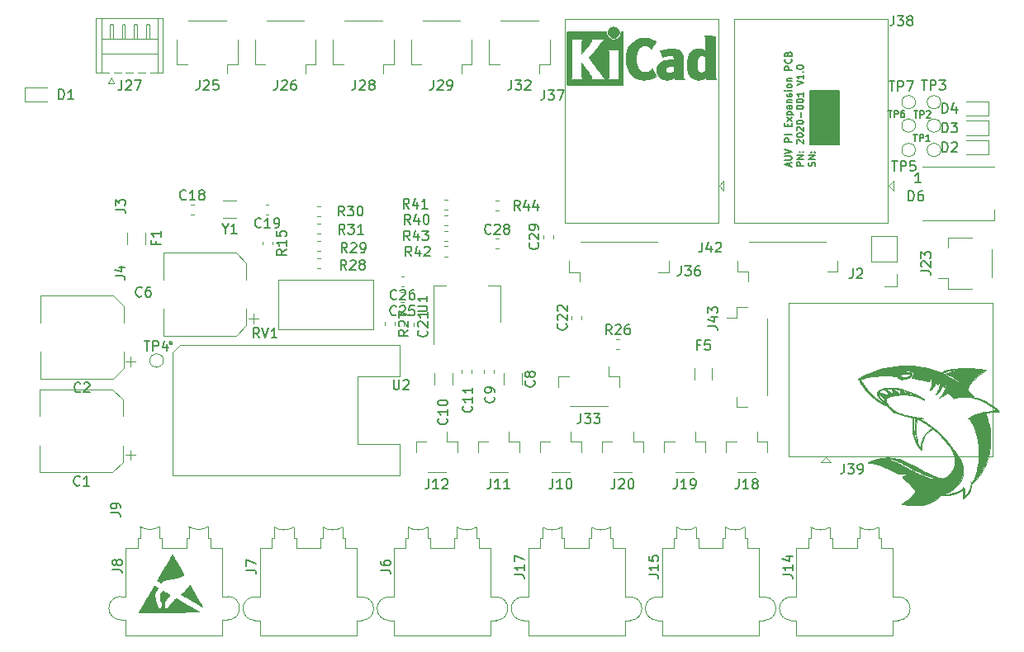
<source format=gbr>
G04 #@! TF.GenerationSoftware,KiCad,Pcbnew,(5.1.4)-1*
G04 #@! TF.CreationDate,2021-01-17T20:03:32-03:30*
G04 #@! TF.ProjectId,AUV_Pi_Expansion,4155565f-5069-45f4-9578-70616e73696f,V1.0*
G04 #@! TF.SameCoordinates,Original*
G04 #@! TF.FileFunction,Legend,Top*
G04 #@! TF.FilePolarity,Positive*
%FSLAX46Y46*%
G04 Gerber Fmt 4.6, Leading zero omitted, Abs format (unit mm)*
G04 Created by KiCad (PCBNEW (5.1.4)-1) date 2021-01-17 20:03:32*
%MOMM*%
%LPD*%
G04 APERTURE LIST*
%ADD10C,0.150000*%
%ADD11C,0.120000*%
%ADD12C,0.010000*%
G04 APERTURE END LIST*
D10*
X128710666Y-100355166D02*
X128710666Y-100021833D01*
X128910666Y-100421833D02*
X128210666Y-100188500D01*
X128910666Y-99955166D01*
X128210666Y-99721833D02*
X128777333Y-99721833D01*
X128844000Y-99688500D01*
X128877333Y-99655166D01*
X128910666Y-99588500D01*
X128910666Y-99455166D01*
X128877333Y-99388500D01*
X128844000Y-99355166D01*
X128777333Y-99321833D01*
X128210666Y-99321833D01*
X128210666Y-99088500D02*
X128910666Y-98855166D01*
X128210666Y-98621833D01*
X128910666Y-97855166D02*
X128210666Y-97855166D01*
X128210666Y-97588500D01*
X128244000Y-97521833D01*
X128277333Y-97488500D01*
X128344000Y-97455166D01*
X128444000Y-97455166D01*
X128510666Y-97488500D01*
X128544000Y-97521833D01*
X128577333Y-97588500D01*
X128577333Y-97855166D01*
X128910666Y-97155166D02*
X128210666Y-97155166D01*
X128544000Y-96288500D02*
X128544000Y-96055166D01*
X128910666Y-95955166D02*
X128910666Y-96288500D01*
X128210666Y-96288500D01*
X128210666Y-95955166D01*
X128910666Y-95721833D02*
X128444000Y-95355166D01*
X128444000Y-95721833D02*
X128910666Y-95355166D01*
X128444000Y-95088500D02*
X129144000Y-95088500D01*
X128477333Y-95088500D02*
X128444000Y-95021833D01*
X128444000Y-94888500D01*
X128477333Y-94821833D01*
X128510666Y-94788500D01*
X128577333Y-94755166D01*
X128777333Y-94755166D01*
X128844000Y-94788500D01*
X128877333Y-94821833D01*
X128910666Y-94888500D01*
X128910666Y-95021833D01*
X128877333Y-95088500D01*
X128910666Y-94155166D02*
X128544000Y-94155166D01*
X128477333Y-94188500D01*
X128444000Y-94255166D01*
X128444000Y-94388500D01*
X128477333Y-94455166D01*
X128877333Y-94155166D02*
X128910666Y-94221833D01*
X128910666Y-94388500D01*
X128877333Y-94455166D01*
X128810666Y-94488500D01*
X128744000Y-94488500D01*
X128677333Y-94455166D01*
X128644000Y-94388500D01*
X128644000Y-94221833D01*
X128610666Y-94155166D01*
X128444000Y-93821833D02*
X128910666Y-93821833D01*
X128510666Y-93821833D02*
X128477333Y-93788500D01*
X128444000Y-93721833D01*
X128444000Y-93621833D01*
X128477333Y-93555166D01*
X128544000Y-93521833D01*
X128910666Y-93521833D01*
X128877333Y-93221833D02*
X128910666Y-93155166D01*
X128910666Y-93021833D01*
X128877333Y-92955166D01*
X128810666Y-92921833D01*
X128777333Y-92921833D01*
X128710666Y-92955166D01*
X128677333Y-93021833D01*
X128677333Y-93121833D01*
X128644000Y-93188500D01*
X128577333Y-93221833D01*
X128544000Y-93221833D01*
X128477333Y-93188500D01*
X128444000Y-93121833D01*
X128444000Y-93021833D01*
X128477333Y-92955166D01*
X128910666Y-92621833D02*
X128444000Y-92621833D01*
X128210666Y-92621833D02*
X128244000Y-92655166D01*
X128277333Y-92621833D01*
X128244000Y-92588500D01*
X128210666Y-92621833D01*
X128277333Y-92621833D01*
X128910666Y-92188500D02*
X128877333Y-92255166D01*
X128844000Y-92288500D01*
X128777333Y-92321833D01*
X128577333Y-92321833D01*
X128510666Y-92288500D01*
X128477333Y-92255166D01*
X128444000Y-92188500D01*
X128444000Y-92088500D01*
X128477333Y-92021833D01*
X128510666Y-91988500D01*
X128577333Y-91955166D01*
X128777333Y-91955166D01*
X128844000Y-91988500D01*
X128877333Y-92021833D01*
X128910666Y-92088500D01*
X128910666Y-92188500D01*
X128444000Y-91655166D02*
X128910666Y-91655166D01*
X128510666Y-91655166D02*
X128477333Y-91621833D01*
X128444000Y-91555166D01*
X128444000Y-91455166D01*
X128477333Y-91388500D01*
X128544000Y-91355166D01*
X128910666Y-91355166D01*
X128910666Y-90488500D02*
X128210666Y-90488500D01*
X128210666Y-90221833D01*
X128244000Y-90155166D01*
X128277333Y-90121833D01*
X128344000Y-90088500D01*
X128444000Y-90088500D01*
X128510666Y-90121833D01*
X128544000Y-90155166D01*
X128577333Y-90221833D01*
X128577333Y-90488500D01*
X128844000Y-89388500D02*
X128877333Y-89421833D01*
X128910666Y-89521833D01*
X128910666Y-89588500D01*
X128877333Y-89688500D01*
X128810666Y-89755166D01*
X128744000Y-89788500D01*
X128610666Y-89821833D01*
X128510666Y-89821833D01*
X128377333Y-89788500D01*
X128310666Y-89755166D01*
X128244000Y-89688500D01*
X128210666Y-89588500D01*
X128210666Y-89521833D01*
X128244000Y-89421833D01*
X128277333Y-89388500D01*
X128544000Y-88855166D02*
X128577333Y-88755166D01*
X128610666Y-88721833D01*
X128677333Y-88688500D01*
X128777333Y-88688500D01*
X128844000Y-88721833D01*
X128877333Y-88755166D01*
X128910666Y-88821833D01*
X128910666Y-89088500D01*
X128210666Y-89088500D01*
X128210666Y-88855166D01*
X128244000Y-88788500D01*
X128277333Y-88755166D01*
X128344000Y-88721833D01*
X128410666Y-88721833D01*
X128477333Y-88755166D01*
X128510666Y-88788500D01*
X128544000Y-88855166D01*
X128544000Y-89088500D01*
X130110666Y-100321833D02*
X129410666Y-100321833D01*
X129410666Y-100055166D01*
X129444000Y-99988500D01*
X129477333Y-99955166D01*
X129544000Y-99921833D01*
X129644000Y-99921833D01*
X129710666Y-99955166D01*
X129744000Y-99988500D01*
X129777333Y-100055166D01*
X129777333Y-100321833D01*
X130110666Y-99621833D02*
X129410666Y-99621833D01*
X130110666Y-99221833D01*
X129410666Y-99221833D01*
X130044000Y-98888500D02*
X130077333Y-98855166D01*
X130110666Y-98888500D01*
X130077333Y-98921833D01*
X130044000Y-98888500D01*
X130110666Y-98888500D01*
X129677333Y-98888500D02*
X129710666Y-98855166D01*
X129744000Y-98888500D01*
X129710666Y-98921833D01*
X129677333Y-98888500D01*
X129744000Y-98888500D01*
X129477333Y-98055166D02*
X129444000Y-98021833D01*
X129410666Y-97955166D01*
X129410666Y-97788500D01*
X129444000Y-97721833D01*
X129477333Y-97688500D01*
X129544000Y-97655166D01*
X129610666Y-97655166D01*
X129710666Y-97688500D01*
X130110666Y-98088500D01*
X130110666Y-97655166D01*
X129410666Y-97221833D02*
X129410666Y-97155166D01*
X129444000Y-97088500D01*
X129477333Y-97055166D01*
X129544000Y-97021833D01*
X129677333Y-96988500D01*
X129844000Y-96988500D01*
X129977333Y-97021833D01*
X130044000Y-97055166D01*
X130077333Y-97088500D01*
X130110666Y-97155166D01*
X130110666Y-97221833D01*
X130077333Y-97288500D01*
X130044000Y-97321833D01*
X129977333Y-97355166D01*
X129844000Y-97388500D01*
X129677333Y-97388500D01*
X129544000Y-97355166D01*
X129477333Y-97321833D01*
X129444000Y-97288500D01*
X129410666Y-97221833D01*
X129477333Y-96721833D02*
X129444000Y-96688500D01*
X129410666Y-96621833D01*
X129410666Y-96455166D01*
X129444000Y-96388500D01*
X129477333Y-96355166D01*
X129544000Y-96321833D01*
X129610666Y-96321833D01*
X129710666Y-96355166D01*
X130110666Y-96755166D01*
X130110666Y-96321833D01*
X129410666Y-95888500D02*
X129410666Y-95821833D01*
X129444000Y-95755166D01*
X129477333Y-95721833D01*
X129544000Y-95688500D01*
X129677333Y-95655166D01*
X129844000Y-95655166D01*
X129977333Y-95688500D01*
X130044000Y-95721833D01*
X130077333Y-95755166D01*
X130110666Y-95821833D01*
X130110666Y-95888500D01*
X130077333Y-95955166D01*
X130044000Y-95988500D01*
X129977333Y-96021833D01*
X129844000Y-96055166D01*
X129677333Y-96055166D01*
X129544000Y-96021833D01*
X129477333Y-95988500D01*
X129444000Y-95955166D01*
X129410666Y-95888500D01*
X129844000Y-95355166D02*
X129844000Y-94821833D01*
X129410666Y-94355166D02*
X129410666Y-94288500D01*
X129444000Y-94221833D01*
X129477333Y-94188500D01*
X129544000Y-94155166D01*
X129677333Y-94121833D01*
X129844000Y-94121833D01*
X129977333Y-94155166D01*
X130044000Y-94188500D01*
X130077333Y-94221833D01*
X130110666Y-94288500D01*
X130110666Y-94355166D01*
X130077333Y-94421833D01*
X130044000Y-94455166D01*
X129977333Y-94488500D01*
X129844000Y-94521833D01*
X129677333Y-94521833D01*
X129544000Y-94488500D01*
X129477333Y-94455166D01*
X129444000Y-94421833D01*
X129410666Y-94355166D01*
X129410666Y-93688500D02*
X129410666Y-93621833D01*
X129444000Y-93555166D01*
X129477333Y-93521833D01*
X129544000Y-93488500D01*
X129677333Y-93455166D01*
X129844000Y-93455166D01*
X129977333Y-93488500D01*
X130044000Y-93521833D01*
X130077333Y-93555166D01*
X130110666Y-93621833D01*
X130110666Y-93688500D01*
X130077333Y-93755166D01*
X130044000Y-93788500D01*
X129977333Y-93821833D01*
X129844000Y-93855166D01*
X129677333Y-93855166D01*
X129544000Y-93821833D01*
X129477333Y-93788500D01*
X129444000Y-93755166D01*
X129410666Y-93688500D01*
X130110666Y-92788500D02*
X130110666Y-93188500D01*
X130110666Y-92988500D02*
X129410666Y-92988500D01*
X129510666Y-93055166D01*
X129577333Y-93121833D01*
X129610666Y-93188500D01*
X129410666Y-92055166D02*
X130110666Y-91821833D01*
X129410666Y-91588500D01*
X130110666Y-90988500D02*
X130110666Y-91388500D01*
X130110666Y-91188500D02*
X129410666Y-91188500D01*
X129510666Y-91255166D01*
X129577333Y-91321833D01*
X129610666Y-91388500D01*
X130044000Y-90688500D02*
X130077333Y-90655166D01*
X130110666Y-90688500D01*
X130077333Y-90721833D01*
X130044000Y-90688500D01*
X130110666Y-90688500D01*
X129410666Y-90221833D02*
X129410666Y-90155166D01*
X129444000Y-90088500D01*
X129477333Y-90055166D01*
X129544000Y-90021833D01*
X129677333Y-89988500D01*
X129844000Y-89988500D01*
X129977333Y-90021833D01*
X130044000Y-90055166D01*
X130077333Y-90088500D01*
X130110666Y-90155166D01*
X130110666Y-90221833D01*
X130077333Y-90288500D01*
X130044000Y-90321833D01*
X129977333Y-90355166D01*
X129844000Y-90388500D01*
X129677333Y-90388500D01*
X129544000Y-90355166D01*
X129477333Y-90321833D01*
X129444000Y-90288500D01*
X129410666Y-90221833D01*
X131277333Y-100355166D02*
X131310666Y-100255166D01*
X131310666Y-100088500D01*
X131277333Y-100021833D01*
X131244000Y-99988500D01*
X131177333Y-99955166D01*
X131110666Y-99955166D01*
X131044000Y-99988500D01*
X131010666Y-100021833D01*
X130977333Y-100088500D01*
X130944000Y-100221833D01*
X130910666Y-100288500D01*
X130877333Y-100321833D01*
X130810666Y-100355166D01*
X130744000Y-100355166D01*
X130677333Y-100321833D01*
X130644000Y-100288500D01*
X130610666Y-100221833D01*
X130610666Y-100055166D01*
X130644000Y-99955166D01*
X131310666Y-99655166D02*
X130610666Y-99655166D01*
X131310666Y-99255166D01*
X130610666Y-99255166D01*
X131244000Y-98921833D02*
X131277333Y-98888500D01*
X131310666Y-98921833D01*
X131277333Y-98955166D01*
X131244000Y-98921833D01*
X131310666Y-98921833D01*
X130877333Y-98921833D02*
X130910666Y-98888500D01*
X130944000Y-98921833D01*
X130910666Y-98955166D01*
X130877333Y-98921833D01*
X130944000Y-98921833D01*
D11*
X149122500Y-97715000D02*
X146837500Y-97715000D01*
X149122500Y-99185000D02*
X149122500Y-97715000D01*
X146837500Y-99185000D02*
X149122500Y-99185000D01*
X146837500Y-97185000D02*
X149122500Y-97185000D01*
X149122500Y-97185000D02*
X149122500Y-95715000D01*
X149122500Y-95715000D02*
X146837500Y-95715000D01*
X149122500Y-93715000D02*
X146837500Y-93715000D01*
X149122500Y-95185000D02*
X149122500Y-93715000D01*
X146837500Y-95185000D02*
X149122500Y-95185000D01*
D10*
X133796000Y-98090000D02*
X133796000Y-92690000D01*
X133696000Y-92690000D02*
X133696000Y-98090000D01*
X133596000Y-98090000D02*
X133596000Y-92690000D01*
X133496000Y-92690000D02*
X133496000Y-98090000D01*
X133396000Y-98090000D02*
X133396000Y-92690000D01*
X133296000Y-92690000D02*
X133296000Y-98090000D01*
X133196000Y-98090000D02*
X133196000Y-92690000D01*
X133096000Y-92690000D02*
X133096000Y-98090000D01*
X132996000Y-98090000D02*
X132996000Y-92690000D01*
X132896000Y-92690000D02*
X132896000Y-98090000D01*
X132796000Y-98090000D02*
X132796000Y-92690000D01*
X132696000Y-92690000D02*
X132696000Y-98090000D01*
X132596000Y-98090000D02*
X132596000Y-92690000D01*
X132496000Y-92690000D02*
X132496000Y-98090000D01*
X132396000Y-98090000D02*
X132396000Y-92690000D01*
X132296000Y-92690000D02*
X132296000Y-98090000D01*
X132196000Y-98090000D02*
X132196000Y-92690000D01*
X132096000Y-92690000D02*
X132096000Y-98090000D01*
X131996000Y-98090000D02*
X131996000Y-92690000D01*
X131896000Y-92690000D02*
X131896000Y-98090000D01*
X131796000Y-98090000D02*
X131796000Y-92690000D01*
X131696000Y-92690000D02*
X131696000Y-98090000D01*
X131596000Y-98090000D02*
X131596000Y-92690000D01*
X131496000Y-92690000D02*
X131496000Y-98090000D01*
X131396000Y-98090000D02*
X131396000Y-92690000D01*
X131296000Y-92690000D02*
X131296000Y-98090000D01*
X131196000Y-98090000D02*
X131196000Y-92690000D01*
X131096000Y-92690000D02*
X131096000Y-98090000D01*
X130996000Y-98090000D02*
X130996000Y-92690000D01*
X130896000Y-92690000D02*
X130896000Y-98090000D01*
X130796000Y-98090000D02*
X130796000Y-92690000D01*
X130796000Y-98140000D02*
X133796000Y-98140000D01*
X130796000Y-92640000D02*
X133796000Y-92640000D01*
D12*
G36*
X63562094Y-143433158D02*
G01*
X63594619Y-143445736D01*
X63644193Y-143470712D01*
X63715374Y-143509876D01*
X63720916Y-143512988D01*
X63786474Y-143550476D01*
X63841798Y-143583319D01*
X63881455Y-143608205D01*
X63900012Y-143621820D01*
X63900531Y-143622487D01*
X63896048Y-143641390D01*
X63875486Y-143683605D01*
X63840183Y-143746832D01*
X63791480Y-143828772D01*
X63730718Y-143927122D01*
X63659236Y-144039585D01*
X63641445Y-144067165D01*
X63595093Y-144143699D01*
X63561342Y-144209556D01*
X63543153Y-144258782D01*
X63541286Y-144268507D01*
X63542115Y-144311312D01*
X63551394Y-144379209D01*
X63567968Y-144467843D01*
X63590680Y-144572859D01*
X63618373Y-144689902D01*
X63649890Y-144814616D01*
X63684075Y-144942645D01*
X63719771Y-145069634D01*
X63755821Y-145191228D01*
X63791068Y-145303072D01*
X63824356Y-145400810D01*
X63854528Y-145480087D01*
X63875561Y-145527122D01*
X63900337Y-145577225D01*
X63923730Y-145625168D01*
X63924997Y-145627793D01*
X63963699Y-145676220D01*
X64020184Y-145708828D01*
X64085939Y-145724454D01*
X64152451Y-145721937D01*
X64211205Y-145700114D01*
X64244258Y-145671382D01*
X64291859Y-145592583D01*
X64326739Y-145494378D01*
X64345877Y-145386779D01*
X64348588Y-145325780D01*
X64337670Y-145211935D01*
X64305624Y-145117660D01*
X64250726Y-145038379D01*
X64233607Y-145020733D01*
X64182661Y-144971235D01*
X64179163Y-144621362D01*
X64175664Y-144271489D01*
X64264818Y-144136531D01*
X64306654Y-144075445D01*
X64346945Y-144020493D01*
X64379943Y-143979336D01*
X64394126Y-143964192D01*
X64434281Y-143926810D01*
X64488665Y-143956098D01*
X64523039Y-143977084D01*
X64541846Y-143993378D01*
X64543049Y-143996307D01*
X64555903Y-144008728D01*
X64577896Y-144017977D01*
X64599150Y-144026313D01*
X64631694Y-144042149D01*
X64678322Y-144067033D01*
X64741829Y-144102509D01*
X64825008Y-144150123D01*
X64930653Y-144211422D01*
X64988062Y-144244932D01*
X65055594Y-144285071D01*
X65099885Y-144313659D01*
X65124855Y-144334039D01*
X65134423Y-144349553D01*
X65132508Y-144363546D01*
X65130911Y-144366796D01*
X65115376Y-144387266D01*
X65082136Y-144425665D01*
X65035062Y-144477696D01*
X64978028Y-144539066D01*
X64928700Y-144591090D01*
X64815030Y-144714567D01*
X64726105Y-144821591D01*
X64661134Y-144913240D01*
X64619321Y-144990588D01*
X64605217Y-145029866D01*
X64599392Y-145064249D01*
X64593375Y-145122899D01*
X64587696Y-145199117D01*
X64582884Y-145286202D01*
X64580619Y-145341268D01*
X64577459Y-145436464D01*
X64576069Y-145506062D01*
X64576858Y-145555409D01*
X64580235Y-145589854D01*
X64586608Y-145614743D01*
X64596387Y-145635425D01*
X64604067Y-145648053D01*
X64648421Y-145696726D01*
X64705574Y-145730645D01*
X64765708Y-145745438D01*
X64810773Y-145740086D01*
X64851576Y-145716930D01*
X64902724Y-145675462D01*
X64957042Y-145622912D01*
X65007357Y-145566516D01*
X65046494Y-145513505D01*
X65060905Y-145487889D01*
X65082491Y-145452814D01*
X65121753Y-145399389D01*
X65175102Y-145331789D01*
X65238952Y-145254190D01*
X65309715Y-145170768D01*
X65383804Y-145085698D01*
X65457632Y-145003155D01*
X65527611Y-144927316D01*
X65590155Y-144862356D01*
X65639260Y-144814669D01*
X65693779Y-144767032D01*
X65739642Y-144731908D01*
X65771811Y-144712949D01*
X65782489Y-144710864D01*
X65798853Y-144719274D01*
X65839671Y-144741846D01*
X65902586Y-144777224D01*
X65985244Y-144824054D01*
X66085289Y-144880981D01*
X66200366Y-144946649D01*
X66328119Y-145019703D01*
X66466194Y-145098788D01*
X66612234Y-145182548D01*
X66763884Y-145269629D01*
X66918790Y-145358676D01*
X67074595Y-145448332D01*
X67228944Y-145537243D01*
X67379482Y-145624054D01*
X67523854Y-145707409D01*
X67659704Y-145785954D01*
X67784677Y-145858333D01*
X67896417Y-145923190D01*
X67992570Y-145979171D01*
X68070779Y-146024920D01*
X68128689Y-146059083D01*
X68163946Y-146080304D01*
X68174165Y-146086963D01*
X68160402Y-146088280D01*
X68117104Y-146089559D01*
X68045714Y-146090796D01*
X67947673Y-146091983D01*
X67824422Y-146093115D01*
X67677403Y-146094186D01*
X67508057Y-146095189D01*
X67317826Y-146096119D01*
X67108151Y-146096968D01*
X66880473Y-146097732D01*
X66636235Y-146098403D01*
X66376877Y-146098976D01*
X66103841Y-146099444D01*
X65818568Y-146099802D01*
X65522500Y-146100042D01*
X65217079Y-146100159D01*
X65088924Y-146100171D01*
X61988970Y-146100171D01*
X62210053Y-145716847D01*
X62256856Y-145635680D01*
X62317102Y-145531166D01*
X62388778Y-145406801D01*
X62469869Y-145266082D01*
X62558362Y-145112503D01*
X62652240Y-144949562D01*
X62749491Y-144780754D01*
X62848100Y-144609575D01*
X62946053Y-144439521D01*
X62970825Y-144396512D01*
X63061152Y-144239857D01*
X63147289Y-144090803D01*
X63227942Y-143951568D01*
X63301816Y-143824371D01*
X63367617Y-143711432D01*
X63424050Y-143614968D01*
X63469821Y-143537200D01*
X63503635Y-143480346D01*
X63524198Y-143446625D01*
X63529953Y-143438040D01*
X63542058Y-143431189D01*
X63562094Y-143433158D01*
X63562094Y-143433158D01*
G37*
X63562094Y-143433158D02*
X63594619Y-143445736D01*
X63644193Y-143470712D01*
X63715374Y-143509876D01*
X63720916Y-143512988D01*
X63786474Y-143550476D01*
X63841798Y-143583319D01*
X63881455Y-143608205D01*
X63900012Y-143621820D01*
X63900531Y-143622487D01*
X63896048Y-143641390D01*
X63875486Y-143683605D01*
X63840183Y-143746832D01*
X63791480Y-143828772D01*
X63730718Y-143927122D01*
X63659236Y-144039585D01*
X63641445Y-144067165D01*
X63595093Y-144143699D01*
X63561342Y-144209556D01*
X63543153Y-144258782D01*
X63541286Y-144268507D01*
X63542115Y-144311312D01*
X63551394Y-144379209D01*
X63567968Y-144467843D01*
X63590680Y-144572859D01*
X63618373Y-144689902D01*
X63649890Y-144814616D01*
X63684075Y-144942645D01*
X63719771Y-145069634D01*
X63755821Y-145191228D01*
X63791068Y-145303072D01*
X63824356Y-145400810D01*
X63854528Y-145480087D01*
X63875561Y-145527122D01*
X63900337Y-145577225D01*
X63923730Y-145625168D01*
X63924997Y-145627793D01*
X63963699Y-145676220D01*
X64020184Y-145708828D01*
X64085939Y-145724454D01*
X64152451Y-145721937D01*
X64211205Y-145700114D01*
X64244258Y-145671382D01*
X64291859Y-145592583D01*
X64326739Y-145494378D01*
X64345877Y-145386779D01*
X64348588Y-145325780D01*
X64337670Y-145211935D01*
X64305624Y-145117660D01*
X64250726Y-145038379D01*
X64233607Y-145020733D01*
X64182661Y-144971235D01*
X64179163Y-144621362D01*
X64175664Y-144271489D01*
X64264818Y-144136531D01*
X64306654Y-144075445D01*
X64346945Y-144020493D01*
X64379943Y-143979336D01*
X64394126Y-143964192D01*
X64434281Y-143926810D01*
X64488665Y-143956098D01*
X64523039Y-143977084D01*
X64541846Y-143993378D01*
X64543049Y-143996307D01*
X64555903Y-144008728D01*
X64577896Y-144017977D01*
X64599150Y-144026313D01*
X64631694Y-144042149D01*
X64678322Y-144067033D01*
X64741829Y-144102509D01*
X64825008Y-144150123D01*
X64930653Y-144211422D01*
X64988062Y-144244932D01*
X65055594Y-144285071D01*
X65099885Y-144313659D01*
X65124855Y-144334039D01*
X65134423Y-144349553D01*
X65132508Y-144363546D01*
X65130911Y-144366796D01*
X65115376Y-144387266D01*
X65082136Y-144425665D01*
X65035062Y-144477696D01*
X64978028Y-144539066D01*
X64928700Y-144591090D01*
X64815030Y-144714567D01*
X64726105Y-144821591D01*
X64661134Y-144913240D01*
X64619321Y-144990588D01*
X64605217Y-145029866D01*
X64599392Y-145064249D01*
X64593375Y-145122899D01*
X64587696Y-145199117D01*
X64582884Y-145286202D01*
X64580619Y-145341268D01*
X64577459Y-145436464D01*
X64576069Y-145506062D01*
X64576858Y-145555409D01*
X64580235Y-145589854D01*
X64586608Y-145614743D01*
X64596387Y-145635425D01*
X64604067Y-145648053D01*
X64648421Y-145696726D01*
X64705574Y-145730645D01*
X64765708Y-145745438D01*
X64810773Y-145740086D01*
X64851576Y-145716930D01*
X64902724Y-145675462D01*
X64957042Y-145622912D01*
X65007357Y-145566516D01*
X65046494Y-145513505D01*
X65060905Y-145487889D01*
X65082491Y-145452814D01*
X65121753Y-145399389D01*
X65175102Y-145331789D01*
X65238952Y-145254190D01*
X65309715Y-145170768D01*
X65383804Y-145085698D01*
X65457632Y-145003155D01*
X65527611Y-144927316D01*
X65590155Y-144862356D01*
X65639260Y-144814669D01*
X65693779Y-144767032D01*
X65739642Y-144731908D01*
X65771811Y-144712949D01*
X65782489Y-144710864D01*
X65798853Y-144719274D01*
X65839671Y-144741846D01*
X65902586Y-144777224D01*
X65985244Y-144824054D01*
X66085289Y-144880981D01*
X66200366Y-144946649D01*
X66328119Y-145019703D01*
X66466194Y-145098788D01*
X66612234Y-145182548D01*
X66763884Y-145269629D01*
X66918790Y-145358676D01*
X67074595Y-145448332D01*
X67228944Y-145537243D01*
X67379482Y-145624054D01*
X67523854Y-145707409D01*
X67659704Y-145785954D01*
X67784677Y-145858333D01*
X67896417Y-145923190D01*
X67992570Y-145979171D01*
X68070779Y-146024920D01*
X68128689Y-146059083D01*
X68163946Y-146080304D01*
X68174165Y-146086963D01*
X68160402Y-146088280D01*
X68117104Y-146089559D01*
X68045714Y-146090796D01*
X67947673Y-146091983D01*
X67824422Y-146093115D01*
X67677403Y-146094186D01*
X67508057Y-146095189D01*
X67317826Y-146096119D01*
X67108151Y-146096968D01*
X66880473Y-146097732D01*
X66636235Y-146098403D01*
X66376877Y-146098976D01*
X66103841Y-146099444D01*
X65818568Y-146099802D01*
X65522500Y-146100042D01*
X65217079Y-146100159D01*
X65088924Y-146100171D01*
X61988970Y-146100171D01*
X62210053Y-145716847D01*
X62256856Y-145635680D01*
X62317102Y-145531166D01*
X62388778Y-145406801D01*
X62469869Y-145266082D01*
X62558362Y-145112503D01*
X62652240Y-144949562D01*
X62749491Y-144780754D01*
X62848100Y-144609575D01*
X62946053Y-144439521D01*
X62970825Y-144396512D01*
X63061152Y-144239857D01*
X63147289Y-144090803D01*
X63227942Y-143951568D01*
X63301816Y-143824371D01*
X63367617Y-143711432D01*
X63424050Y-143614968D01*
X63469821Y-143537200D01*
X63503635Y-143480346D01*
X63524198Y-143446625D01*
X63529953Y-143438040D01*
X63542058Y-143431189D01*
X63562094Y-143433158D01*
G36*
X67227528Y-143376619D02*
G01*
X67238908Y-143395693D01*
X67264488Y-143439421D01*
X67303002Y-143505619D01*
X67353186Y-143592102D01*
X67413775Y-143696685D01*
X67483503Y-143817183D01*
X67561107Y-143951412D01*
X67645320Y-144097187D01*
X67734879Y-144252323D01*
X67826998Y-144412000D01*
X67921076Y-144575117D01*
X68011402Y-144731709D01*
X68096665Y-144879506D01*
X68175557Y-145016240D01*
X68246769Y-145139642D01*
X68308991Y-145247444D01*
X68360913Y-145337377D01*
X68401228Y-145407173D01*
X68428624Y-145454564D01*
X68441507Y-145476786D01*
X68462507Y-145514330D01*
X68473925Y-145537831D01*
X68474551Y-145541920D01*
X68460636Y-145534242D01*
X68421941Y-145512203D01*
X68360487Y-145476971D01*
X68278298Y-145429711D01*
X68177396Y-145371589D01*
X68059805Y-145303771D01*
X67927546Y-145227424D01*
X67782642Y-145143714D01*
X67627117Y-145053806D01*
X67462992Y-144958867D01*
X67400549Y-144922732D01*
X67233487Y-144826083D01*
X67074074Y-144733938D01*
X66924355Y-144647475D01*
X66786376Y-144567871D01*
X66662185Y-144496305D01*
X66553827Y-144433955D01*
X66463348Y-144381998D01*
X66392796Y-144341613D01*
X66344215Y-144313978D01*
X66319654Y-144300272D01*
X66317085Y-144298974D01*
X66324569Y-144287220D01*
X66350614Y-144255795D01*
X66392559Y-144207594D01*
X66447746Y-144145510D01*
X66513517Y-144072439D01*
X66587212Y-143991276D01*
X66666173Y-143904916D01*
X66747740Y-143816253D01*
X66829254Y-143728182D01*
X66908057Y-143643599D01*
X66981490Y-143565397D01*
X67046893Y-143496472D01*
X67101608Y-143439719D01*
X67142977Y-143398032D01*
X67157164Y-143384363D01*
X67204180Y-143340201D01*
X67227528Y-143376619D01*
X67227528Y-143376619D01*
G37*
X67227528Y-143376619D02*
X67238908Y-143395693D01*
X67264488Y-143439421D01*
X67303002Y-143505619D01*
X67353186Y-143592102D01*
X67413775Y-143696685D01*
X67483503Y-143817183D01*
X67561107Y-143951412D01*
X67645320Y-144097187D01*
X67734879Y-144252323D01*
X67826998Y-144412000D01*
X67921076Y-144575117D01*
X68011402Y-144731709D01*
X68096665Y-144879506D01*
X68175557Y-145016240D01*
X68246769Y-145139642D01*
X68308991Y-145247444D01*
X68360913Y-145337377D01*
X68401228Y-145407173D01*
X68428624Y-145454564D01*
X68441507Y-145476786D01*
X68462507Y-145514330D01*
X68473925Y-145537831D01*
X68474551Y-145541920D01*
X68460636Y-145534242D01*
X68421941Y-145512203D01*
X68360487Y-145476971D01*
X68278298Y-145429711D01*
X68177396Y-145371589D01*
X68059805Y-145303771D01*
X67927546Y-145227424D01*
X67782642Y-145143714D01*
X67627117Y-145053806D01*
X67462992Y-144958867D01*
X67400549Y-144922732D01*
X67233487Y-144826083D01*
X67074074Y-144733938D01*
X66924355Y-144647475D01*
X66786376Y-144567871D01*
X66662185Y-144496305D01*
X66553827Y-144433955D01*
X66463348Y-144381998D01*
X66392796Y-144341613D01*
X66344215Y-144313978D01*
X66319654Y-144300272D01*
X66317085Y-144298974D01*
X66324569Y-144287220D01*
X66350614Y-144255795D01*
X66392559Y-144207594D01*
X66447746Y-144145510D01*
X66513517Y-144072439D01*
X66587212Y-143991276D01*
X66666173Y-143904916D01*
X66747740Y-143816253D01*
X66829254Y-143728182D01*
X66908057Y-143643599D01*
X66981490Y-143565397D01*
X67046893Y-143496472D01*
X67101608Y-143439719D01*
X67142977Y-143398032D01*
X67157164Y-143384363D01*
X67204180Y-143340201D01*
X67227528Y-143376619D01*
G36*
X65404043Y-140227835D02*
G01*
X65427065Y-140265245D01*
X65462534Y-140324514D01*
X65508996Y-140403118D01*
X65564996Y-140498538D01*
X65629081Y-140608250D01*
X65699796Y-140729734D01*
X65775687Y-140860468D01*
X65855299Y-140997930D01*
X65937178Y-141139598D01*
X66019870Y-141282951D01*
X66101921Y-141425467D01*
X66181876Y-141564624D01*
X66258281Y-141697901D01*
X66329682Y-141822776D01*
X66394624Y-141936727D01*
X66451653Y-142037233D01*
X66499315Y-142121772D01*
X66536155Y-142187822D01*
X66560720Y-142232862D01*
X66571554Y-142254370D01*
X66571951Y-142255714D01*
X66558501Y-142273965D01*
X66521114Y-142301882D01*
X66464235Y-142336725D01*
X66392312Y-142375754D01*
X66317015Y-142412843D01*
X66214560Y-142457817D01*
X66106817Y-142498226D01*
X65990073Y-142534969D01*
X65860618Y-142568942D01*
X65714740Y-142601044D01*
X65548726Y-142632173D01*
X65358866Y-142663227D01*
X65162469Y-142692145D01*
X64991834Y-142717800D01*
X64848545Y-142743198D01*
X64729008Y-142769602D01*
X64629630Y-142798273D01*
X64546818Y-142830473D01*
X64476978Y-142867465D01*
X64416518Y-142910512D01*
X64361845Y-142960875D01*
X64344214Y-142979583D01*
X64306000Y-143023139D01*
X64277732Y-143058682D01*
X64264618Y-143079583D01*
X64264268Y-143081297D01*
X64259680Y-143091806D01*
X64243758Y-143091924D01*
X64213266Y-143080254D01*
X64164968Y-143055396D01*
X64095627Y-143015952D01*
X64047439Y-142987587D01*
X63975583Y-142943247D01*
X63919742Y-142905279D01*
X63883667Y-142876416D01*
X63871113Y-142859388D01*
X63871121Y-142859264D01*
X63878906Y-142843037D01*
X63900892Y-142802400D01*
X63935803Y-142739567D01*
X63982363Y-142656752D01*
X64039295Y-142556172D01*
X64105323Y-142440040D01*
X64179172Y-142310571D01*
X64259564Y-142169980D01*
X64345224Y-142020482D01*
X64434876Y-141864292D01*
X64527243Y-141703624D01*
X64621049Y-141540693D01*
X64715018Y-141377713D01*
X64807874Y-141216900D01*
X64898340Y-141060468D01*
X64985141Y-140910633D01*
X65067000Y-140769608D01*
X65142641Y-140639609D01*
X65210787Y-140522849D01*
X65270163Y-140421545D01*
X65319493Y-140337911D01*
X65357500Y-140274162D01*
X65382907Y-140232511D01*
X65394440Y-140215175D01*
X65394923Y-140214805D01*
X65404043Y-140227835D01*
X65404043Y-140227835D01*
G37*
X65404043Y-140227835D02*
X65427065Y-140265245D01*
X65462534Y-140324514D01*
X65508996Y-140403118D01*
X65564996Y-140498538D01*
X65629081Y-140608250D01*
X65699796Y-140729734D01*
X65775687Y-140860468D01*
X65855299Y-140997930D01*
X65937178Y-141139598D01*
X66019870Y-141282951D01*
X66101921Y-141425467D01*
X66181876Y-141564624D01*
X66258281Y-141697901D01*
X66329682Y-141822776D01*
X66394624Y-141936727D01*
X66451653Y-142037233D01*
X66499315Y-142121772D01*
X66536155Y-142187822D01*
X66560720Y-142232862D01*
X66571554Y-142254370D01*
X66571951Y-142255714D01*
X66558501Y-142273965D01*
X66521114Y-142301882D01*
X66464235Y-142336725D01*
X66392312Y-142375754D01*
X66317015Y-142412843D01*
X66214560Y-142457817D01*
X66106817Y-142498226D01*
X65990073Y-142534969D01*
X65860618Y-142568942D01*
X65714740Y-142601044D01*
X65548726Y-142632173D01*
X65358866Y-142663227D01*
X65162469Y-142692145D01*
X64991834Y-142717800D01*
X64848545Y-142743198D01*
X64729008Y-142769602D01*
X64629630Y-142798273D01*
X64546818Y-142830473D01*
X64476978Y-142867465D01*
X64416518Y-142910512D01*
X64361845Y-142960875D01*
X64344214Y-142979583D01*
X64306000Y-143023139D01*
X64277732Y-143058682D01*
X64264618Y-143079583D01*
X64264268Y-143081297D01*
X64259680Y-143091806D01*
X64243758Y-143091924D01*
X64213266Y-143080254D01*
X64164968Y-143055396D01*
X64095627Y-143015952D01*
X64047439Y-142987587D01*
X63975583Y-142943247D01*
X63919742Y-142905279D01*
X63883667Y-142876416D01*
X63871113Y-142859388D01*
X63871121Y-142859264D01*
X63878906Y-142843037D01*
X63900892Y-142802400D01*
X63935803Y-142739567D01*
X63982363Y-142656752D01*
X64039295Y-142556172D01*
X64105323Y-142440040D01*
X64179172Y-142310571D01*
X64259564Y-142169980D01*
X64345224Y-142020482D01*
X64434876Y-141864292D01*
X64527243Y-141703624D01*
X64621049Y-141540693D01*
X64715018Y-141377713D01*
X64807874Y-141216900D01*
X64898340Y-141060468D01*
X64985141Y-140910633D01*
X65067000Y-140769608D01*
X65142641Y-140639609D01*
X65210787Y-140522849D01*
X65270163Y-140421545D01*
X65319493Y-140337911D01*
X65357500Y-140274162D01*
X65382907Y-140232511D01*
X65394440Y-140215175D01*
X65394923Y-140214805D01*
X65404043Y-140227835D01*
G36*
X107544257Y-86513689D02*
G01*
X107808780Y-86513725D01*
X107931912Y-86513730D01*
X109902811Y-86513730D01*
X109902811Y-86629910D01*
X109915211Y-86771291D01*
X109952636Y-86901684D01*
X110015423Y-87021862D01*
X110103906Y-87132602D01*
X110133843Y-87162511D01*
X110241534Y-87247348D01*
X110360275Y-87309221D01*
X110486540Y-87348159D01*
X110616803Y-87364190D01*
X110747535Y-87357342D01*
X110875212Y-87327643D01*
X110996305Y-87275120D01*
X111107288Y-87199803D01*
X111157132Y-87154363D01*
X111250017Y-87042952D01*
X111318127Y-86920435D01*
X111360871Y-86788215D01*
X111377653Y-86647692D01*
X111377876Y-86633867D01*
X111378756Y-86513734D01*
X111431557Y-86513732D01*
X111478396Y-86520089D01*
X111521183Y-86535556D01*
X111524011Y-86537154D01*
X111533675Y-86542168D01*
X111542549Y-86546073D01*
X111550665Y-86550007D01*
X111558057Y-86555106D01*
X111564755Y-86562508D01*
X111570792Y-86573351D01*
X111576199Y-86588772D01*
X111581010Y-86609909D01*
X111585255Y-86637899D01*
X111588968Y-86673879D01*
X111592179Y-86718987D01*
X111594922Y-86774360D01*
X111597228Y-86841137D01*
X111599129Y-86920453D01*
X111600658Y-87013447D01*
X111601846Y-87121257D01*
X111602726Y-87245019D01*
X111603330Y-87385871D01*
X111603689Y-87544950D01*
X111603835Y-87723395D01*
X111603802Y-87922342D01*
X111603620Y-88142929D01*
X111603323Y-88386293D01*
X111602941Y-88653572D01*
X111602508Y-88945903D01*
X111602055Y-89264424D01*
X111602002Y-89303230D01*
X111601596Y-89623782D01*
X111601251Y-89918012D01*
X111600931Y-90187056D01*
X111600600Y-90432052D01*
X111600221Y-90654137D01*
X111599757Y-90854447D01*
X111599172Y-91034119D01*
X111598430Y-91194290D01*
X111597494Y-91336098D01*
X111596327Y-91460679D01*
X111594893Y-91569170D01*
X111593156Y-91662707D01*
X111591078Y-91742429D01*
X111588624Y-91809472D01*
X111585756Y-91864973D01*
X111582439Y-91910068D01*
X111578636Y-91945895D01*
X111574310Y-91973591D01*
X111569425Y-91994293D01*
X111563945Y-92009137D01*
X111557832Y-92019260D01*
X111551050Y-92025800D01*
X111543563Y-92029893D01*
X111535334Y-92032676D01*
X111526327Y-92035287D01*
X111516505Y-92038862D01*
X111514106Y-92039950D01*
X111506565Y-92042396D01*
X111493944Y-92044642D01*
X111475141Y-92046698D01*
X111449053Y-92048572D01*
X111414578Y-92050271D01*
X111370615Y-92051803D01*
X111316061Y-92053177D01*
X111249815Y-92054400D01*
X111170774Y-92055481D01*
X111077837Y-92056427D01*
X110969901Y-92057247D01*
X110845864Y-92057947D01*
X110704624Y-92058538D01*
X110545079Y-92059025D01*
X110366128Y-92059419D01*
X110166668Y-92059725D01*
X109945596Y-92059953D01*
X109701812Y-92060110D01*
X109434213Y-92060205D01*
X109141697Y-92060245D01*
X108823161Y-92060238D01*
X108719979Y-92060228D01*
X108394377Y-92060176D01*
X108095119Y-92060091D01*
X107821091Y-92059963D01*
X107571176Y-92059785D01*
X107344260Y-92059548D01*
X107139227Y-92059242D01*
X106954962Y-92058860D01*
X106790350Y-92058392D01*
X106644275Y-92057830D01*
X106515624Y-92057165D01*
X106403279Y-92056388D01*
X106306126Y-92055491D01*
X106223050Y-92054465D01*
X106152936Y-92053301D01*
X106094668Y-92051991D01*
X106047131Y-92050525D01*
X106009210Y-92048896D01*
X105979790Y-92047093D01*
X105957755Y-92045110D01*
X105941990Y-92042936D01*
X105931380Y-92040563D01*
X105925596Y-92038391D01*
X105915316Y-92034056D01*
X105905878Y-92030859D01*
X105897245Y-92027665D01*
X105889381Y-92023338D01*
X105882252Y-92016744D01*
X105875821Y-92006747D01*
X105870053Y-91992212D01*
X105864911Y-91972003D01*
X105860360Y-91944985D01*
X105856365Y-91910023D01*
X105852889Y-91865981D01*
X105849898Y-91811724D01*
X105847354Y-91746117D01*
X105845223Y-91668024D01*
X105843468Y-91576310D01*
X105842055Y-91469840D01*
X105841685Y-91428973D01*
X106208116Y-91428973D01*
X107503266Y-91428973D01*
X107478345Y-91391217D01*
X107453553Y-91352417D01*
X107432560Y-91315469D01*
X107415065Y-91277788D01*
X107400770Y-91236788D01*
X107389377Y-91189883D01*
X107380587Y-91134487D01*
X107374102Y-91068016D01*
X107369623Y-90987883D01*
X107366850Y-90891502D01*
X107365487Y-90776289D01*
X107365233Y-90639657D01*
X107365791Y-90479020D01*
X107366107Y-90419382D01*
X107369675Y-89780041D01*
X107774702Y-90331449D01*
X107889446Y-90487876D01*
X107988857Y-90624088D01*
X108074010Y-90741890D01*
X108145978Y-90843084D01*
X108205834Y-90929477D01*
X108254652Y-91002874D01*
X108293505Y-91065077D01*
X108323466Y-91117893D01*
X108345609Y-91163125D01*
X108361007Y-91202578D01*
X108370734Y-91238058D01*
X108375863Y-91271368D01*
X108377468Y-91304313D01*
X108376621Y-91338697D01*
X108376405Y-91343019D01*
X108371946Y-91429031D01*
X109791308Y-91428973D01*
X109685735Y-91322522D01*
X109657087Y-91293406D01*
X109629910Y-91265076D01*
X109603011Y-91235968D01*
X109575197Y-91204520D01*
X109545275Y-91169169D01*
X109512054Y-91128354D01*
X109474339Y-91080511D01*
X109430940Y-91024079D01*
X109380662Y-90957494D01*
X109322312Y-90879195D01*
X109254700Y-90787619D01*
X109176631Y-90681204D01*
X109086912Y-90558387D01*
X108984352Y-90417605D01*
X108867758Y-90257297D01*
X108772191Y-90125798D01*
X108652251Y-89960596D01*
X108547620Y-89816152D01*
X108457352Y-89691094D01*
X108380497Y-89584052D01*
X108316109Y-89493654D01*
X108263239Y-89418529D01*
X108220940Y-89357304D01*
X108188264Y-89308610D01*
X108164262Y-89271074D01*
X108147987Y-89243325D01*
X108138492Y-89223992D01*
X108134827Y-89211703D01*
X108135929Y-89205242D01*
X108149276Y-89188048D01*
X108178134Y-89151655D01*
X108220760Y-89098224D01*
X108275415Y-89029919D01*
X108340356Y-88948903D01*
X108413842Y-88857340D01*
X108494132Y-88757392D01*
X108579485Y-88651224D01*
X108668160Y-88540997D01*
X108758414Y-88428876D01*
X108808056Y-88367244D01*
X110040627Y-88367244D01*
X110091854Y-88459919D01*
X110143081Y-88552595D01*
X110143081Y-91243622D01*
X110091854Y-91336298D01*
X110040627Y-91428973D01*
X110646604Y-91428973D01*
X110791266Y-91428931D01*
X110910756Y-91428741D01*
X111007358Y-91428308D01*
X111083358Y-91427536D01*
X111141043Y-91426330D01*
X111182699Y-91424594D01*
X111210611Y-91422232D01*
X111227065Y-91419150D01*
X111234348Y-91415251D01*
X111234745Y-91410440D01*
X111230542Y-91404622D01*
X111230499Y-91404574D01*
X111213187Y-91379532D01*
X111190264Y-91338815D01*
X111170019Y-91298168D01*
X111131621Y-91216162D01*
X111123789Y-88367244D01*
X110040627Y-88367244D01*
X108808056Y-88367244D01*
X108848507Y-88317024D01*
X108936698Y-88207604D01*
X109021246Y-88102778D01*
X109100408Y-88004711D01*
X109172444Y-87915566D01*
X109235613Y-87837505D01*
X109288173Y-87772692D01*
X109328383Y-87723290D01*
X109352000Y-87694487D01*
X109443710Y-87586778D01*
X109531940Y-87489580D01*
X109613597Y-87406076D01*
X109685590Y-87339448D01*
X109736681Y-87298599D01*
X109797093Y-87255135D01*
X108407702Y-87255135D01*
X108408092Y-87336666D01*
X108404209Y-87396606D01*
X108389610Y-87452177D01*
X108367012Y-87504855D01*
X108352322Y-87534615D01*
X108336528Y-87564103D01*
X108318186Y-87595276D01*
X108295855Y-87630093D01*
X108268091Y-87670510D01*
X108233451Y-87718486D01*
X108190493Y-87775978D01*
X108137773Y-87844943D01*
X108073849Y-87927339D01*
X107997279Y-88025124D01*
X107906619Y-88140255D01*
X107800426Y-88274690D01*
X107788432Y-88289859D01*
X107369675Y-88819412D01*
X107365622Y-88232922D01*
X107364805Y-88057251D01*
X107364979Y-87908532D01*
X107366151Y-87786275D01*
X107368331Y-87689989D01*
X107371526Y-87619183D01*
X107375744Y-87573369D01*
X107377162Y-87564679D01*
X107399409Y-87473135D01*
X107428557Y-87390608D01*
X107461818Y-87324253D01*
X107481800Y-87296110D01*
X107516278Y-87255135D01*
X106862086Y-87255135D01*
X106706031Y-87255269D01*
X106575533Y-87255703D01*
X106468690Y-87256489D01*
X106383602Y-87257676D01*
X106318365Y-87259317D01*
X106271079Y-87261461D01*
X106239843Y-87264159D01*
X106222754Y-87267462D01*
X106217912Y-87271421D01*
X106218247Y-87272298D01*
X106232115Y-87293231D01*
X106255268Y-87326412D01*
X106267246Y-87343193D01*
X106279631Y-87359940D01*
X106290763Y-87374915D01*
X106300712Y-87389594D01*
X106309549Y-87405449D01*
X106317343Y-87423955D01*
X106324165Y-87446585D01*
X106330084Y-87474813D01*
X106335171Y-87510113D01*
X106339496Y-87553958D01*
X106343129Y-87607822D01*
X106346140Y-87673180D01*
X106348599Y-87751504D01*
X106350577Y-87844268D01*
X106352142Y-87952947D01*
X106353366Y-88079013D01*
X106354319Y-88223942D01*
X106355070Y-88389206D01*
X106355689Y-88576279D01*
X106356248Y-88786635D01*
X106356815Y-89021748D01*
X106357345Y-89237741D01*
X106357845Y-89478535D01*
X106358105Y-89708274D01*
X106358132Y-89925493D01*
X106357933Y-90128722D01*
X106357514Y-90316496D01*
X106356882Y-90487345D01*
X106356044Y-90639803D01*
X106355008Y-90772403D01*
X106353780Y-90883676D01*
X106352367Y-90972156D01*
X106350775Y-91036375D01*
X106349013Y-91074865D01*
X106348679Y-91078933D01*
X106336534Y-91172248D01*
X106317573Y-91247190D01*
X106288698Y-91312594D01*
X106246810Y-91377293D01*
X106241571Y-91384352D01*
X106208116Y-91428973D01*
X105841685Y-91428973D01*
X105840946Y-91347479D01*
X105840107Y-91208090D01*
X105839502Y-91050539D01*
X105839095Y-90873691D01*
X105838850Y-90676410D01*
X105838733Y-90457560D01*
X105838705Y-90216007D01*
X105838733Y-89950615D01*
X105838780Y-89660249D01*
X105838810Y-89343773D01*
X105838811Y-89280946D01*
X105838828Y-88961137D01*
X105838888Y-88667661D01*
X105838998Y-88399390D01*
X105839167Y-88155198D01*
X105839403Y-87933957D01*
X105839716Y-87734540D01*
X105840115Y-87555820D01*
X105840607Y-87396671D01*
X105841203Y-87255966D01*
X105841910Y-87132576D01*
X105842737Y-87025376D01*
X105843693Y-86933238D01*
X105844787Y-86855035D01*
X105846027Y-86789641D01*
X105847422Y-86735928D01*
X105848982Y-86692769D01*
X105850714Y-86659037D01*
X105852628Y-86633605D01*
X105854732Y-86615347D01*
X105857034Y-86603134D01*
X105859545Y-86595841D01*
X105859637Y-86595659D01*
X105864808Y-86584518D01*
X105869115Y-86574431D01*
X105873879Y-86565346D01*
X105880422Y-86557212D01*
X105890065Y-86549976D01*
X105904129Y-86543586D01*
X105923937Y-86537989D01*
X105950809Y-86533133D01*
X105986067Y-86528966D01*
X106031032Y-86525436D01*
X106087026Y-86522491D01*
X106155371Y-86520077D01*
X106237386Y-86518144D01*
X106334395Y-86516638D01*
X106447718Y-86515508D01*
X106578677Y-86514702D01*
X106728593Y-86514166D01*
X106898787Y-86513849D01*
X107090582Y-86513699D01*
X107305298Y-86513663D01*
X107544257Y-86513689D01*
X107544257Y-86513689D01*
G37*
X107544257Y-86513689D02*
X107808780Y-86513725D01*
X107931912Y-86513730D01*
X109902811Y-86513730D01*
X109902811Y-86629910D01*
X109915211Y-86771291D01*
X109952636Y-86901684D01*
X110015423Y-87021862D01*
X110103906Y-87132602D01*
X110133843Y-87162511D01*
X110241534Y-87247348D01*
X110360275Y-87309221D01*
X110486540Y-87348159D01*
X110616803Y-87364190D01*
X110747535Y-87357342D01*
X110875212Y-87327643D01*
X110996305Y-87275120D01*
X111107288Y-87199803D01*
X111157132Y-87154363D01*
X111250017Y-87042952D01*
X111318127Y-86920435D01*
X111360871Y-86788215D01*
X111377653Y-86647692D01*
X111377876Y-86633867D01*
X111378756Y-86513734D01*
X111431557Y-86513732D01*
X111478396Y-86520089D01*
X111521183Y-86535556D01*
X111524011Y-86537154D01*
X111533675Y-86542168D01*
X111542549Y-86546073D01*
X111550665Y-86550007D01*
X111558057Y-86555106D01*
X111564755Y-86562508D01*
X111570792Y-86573351D01*
X111576199Y-86588772D01*
X111581010Y-86609909D01*
X111585255Y-86637899D01*
X111588968Y-86673879D01*
X111592179Y-86718987D01*
X111594922Y-86774360D01*
X111597228Y-86841137D01*
X111599129Y-86920453D01*
X111600658Y-87013447D01*
X111601846Y-87121257D01*
X111602726Y-87245019D01*
X111603330Y-87385871D01*
X111603689Y-87544950D01*
X111603835Y-87723395D01*
X111603802Y-87922342D01*
X111603620Y-88142929D01*
X111603323Y-88386293D01*
X111602941Y-88653572D01*
X111602508Y-88945903D01*
X111602055Y-89264424D01*
X111602002Y-89303230D01*
X111601596Y-89623782D01*
X111601251Y-89918012D01*
X111600931Y-90187056D01*
X111600600Y-90432052D01*
X111600221Y-90654137D01*
X111599757Y-90854447D01*
X111599172Y-91034119D01*
X111598430Y-91194290D01*
X111597494Y-91336098D01*
X111596327Y-91460679D01*
X111594893Y-91569170D01*
X111593156Y-91662707D01*
X111591078Y-91742429D01*
X111588624Y-91809472D01*
X111585756Y-91864973D01*
X111582439Y-91910068D01*
X111578636Y-91945895D01*
X111574310Y-91973591D01*
X111569425Y-91994293D01*
X111563945Y-92009137D01*
X111557832Y-92019260D01*
X111551050Y-92025800D01*
X111543563Y-92029893D01*
X111535334Y-92032676D01*
X111526327Y-92035287D01*
X111516505Y-92038862D01*
X111514106Y-92039950D01*
X111506565Y-92042396D01*
X111493944Y-92044642D01*
X111475141Y-92046698D01*
X111449053Y-92048572D01*
X111414578Y-92050271D01*
X111370615Y-92051803D01*
X111316061Y-92053177D01*
X111249815Y-92054400D01*
X111170774Y-92055481D01*
X111077837Y-92056427D01*
X110969901Y-92057247D01*
X110845864Y-92057947D01*
X110704624Y-92058538D01*
X110545079Y-92059025D01*
X110366128Y-92059419D01*
X110166668Y-92059725D01*
X109945596Y-92059953D01*
X109701812Y-92060110D01*
X109434213Y-92060205D01*
X109141697Y-92060245D01*
X108823161Y-92060238D01*
X108719979Y-92060228D01*
X108394377Y-92060176D01*
X108095119Y-92060091D01*
X107821091Y-92059963D01*
X107571176Y-92059785D01*
X107344260Y-92059548D01*
X107139227Y-92059242D01*
X106954962Y-92058860D01*
X106790350Y-92058392D01*
X106644275Y-92057830D01*
X106515624Y-92057165D01*
X106403279Y-92056388D01*
X106306126Y-92055491D01*
X106223050Y-92054465D01*
X106152936Y-92053301D01*
X106094668Y-92051991D01*
X106047131Y-92050525D01*
X106009210Y-92048896D01*
X105979790Y-92047093D01*
X105957755Y-92045110D01*
X105941990Y-92042936D01*
X105931380Y-92040563D01*
X105925596Y-92038391D01*
X105915316Y-92034056D01*
X105905878Y-92030859D01*
X105897245Y-92027665D01*
X105889381Y-92023338D01*
X105882252Y-92016744D01*
X105875821Y-92006747D01*
X105870053Y-91992212D01*
X105864911Y-91972003D01*
X105860360Y-91944985D01*
X105856365Y-91910023D01*
X105852889Y-91865981D01*
X105849898Y-91811724D01*
X105847354Y-91746117D01*
X105845223Y-91668024D01*
X105843468Y-91576310D01*
X105842055Y-91469840D01*
X105841685Y-91428973D01*
X106208116Y-91428973D01*
X107503266Y-91428973D01*
X107478345Y-91391217D01*
X107453553Y-91352417D01*
X107432560Y-91315469D01*
X107415065Y-91277788D01*
X107400770Y-91236788D01*
X107389377Y-91189883D01*
X107380587Y-91134487D01*
X107374102Y-91068016D01*
X107369623Y-90987883D01*
X107366850Y-90891502D01*
X107365487Y-90776289D01*
X107365233Y-90639657D01*
X107365791Y-90479020D01*
X107366107Y-90419382D01*
X107369675Y-89780041D01*
X107774702Y-90331449D01*
X107889446Y-90487876D01*
X107988857Y-90624088D01*
X108074010Y-90741890D01*
X108145978Y-90843084D01*
X108205834Y-90929477D01*
X108254652Y-91002874D01*
X108293505Y-91065077D01*
X108323466Y-91117893D01*
X108345609Y-91163125D01*
X108361007Y-91202578D01*
X108370734Y-91238058D01*
X108375863Y-91271368D01*
X108377468Y-91304313D01*
X108376621Y-91338697D01*
X108376405Y-91343019D01*
X108371946Y-91429031D01*
X109791308Y-91428973D01*
X109685735Y-91322522D01*
X109657087Y-91293406D01*
X109629910Y-91265076D01*
X109603011Y-91235968D01*
X109575197Y-91204520D01*
X109545275Y-91169169D01*
X109512054Y-91128354D01*
X109474339Y-91080511D01*
X109430940Y-91024079D01*
X109380662Y-90957494D01*
X109322312Y-90879195D01*
X109254700Y-90787619D01*
X109176631Y-90681204D01*
X109086912Y-90558387D01*
X108984352Y-90417605D01*
X108867758Y-90257297D01*
X108772191Y-90125798D01*
X108652251Y-89960596D01*
X108547620Y-89816152D01*
X108457352Y-89691094D01*
X108380497Y-89584052D01*
X108316109Y-89493654D01*
X108263239Y-89418529D01*
X108220940Y-89357304D01*
X108188264Y-89308610D01*
X108164262Y-89271074D01*
X108147987Y-89243325D01*
X108138492Y-89223992D01*
X108134827Y-89211703D01*
X108135929Y-89205242D01*
X108149276Y-89188048D01*
X108178134Y-89151655D01*
X108220760Y-89098224D01*
X108275415Y-89029919D01*
X108340356Y-88948903D01*
X108413842Y-88857340D01*
X108494132Y-88757392D01*
X108579485Y-88651224D01*
X108668160Y-88540997D01*
X108758414Y-88428876D01*
X108808056Y-88367244D01*
X110040627Y-88367244D01*
X110091854Y-88459919D01*
X110143081Y-88552595D01*
X110143081Y-91243622D01*
X110091854Y-91336298D01*
X110040627Y-91428973D01*
X110646604Y-91428973D01*
X110791266Y-91428931D01*
X110910756Y-91428741D01*
X111007358Y-91428308D01*
X111083358Y-91427536D01*
X111141043Y-91426330D01*
X111182699Y-91424594D01*
X111210611Y-91422232D01*
X111227065Y-91419150D01*
X111234348Y-91415251D01*
X111234745Y-91410440D01*
X111230542Y-91404622D01*
X111230499Y-91404574D01*
X111213187Y-91379532D01*
X111190264Y-91338815D01*
X111170019Y-91298168D01*
X111131621Y-91216162D01*
X111123789Y-88367244D01*
X110040627Y-88367244D01*
X108808056Y-88367244D01*
X108848507Y-88317024D01*
X108936698Y-88207604D01*
X109021246Y-88102778D01*
X109100408Y-88004711D01*
X109172444Y-87915566D01*
X109235613Y-87837505D01*
X109288173Y-87772692D01*
X109328383Y-87723290D01*
X109352000Y-87694487D01*
X109443710Y-87586778D01*
X109531940Y-87489580D01*
X109613597Y-87406076D01*
X109685590Y-87339448D01*
X109736681Y-87298599D01*
X109797093Y-87255135D01*
X108407702Y-87255135D01*
X108408092Y-87336666D01*
X108404209Y-87396606D01*
X108389610Y-87452177D01*
X108367012Y-87504855D01*
X108352322Y-87534615D01*
X108336528Y-87564103D01*
X108318186Y-87595276D01*
X108295855Y-87630093D01*
X108268091Y-87670510D01*
X108233451Y-87718486D01*
X108190493Y-87775978D01*
X108137773Y-87844943D01*
X108073849Y-87927339D01*
X107997279Y-88025124D01*
X107906619Y-88140255D01*
X107800426Y-88274690D01*
X107788432Y-88289859D01*
X107369675Y-88819412D01*
X107365622Y-88232922D01*
X107364805Y-88057251D01*
X107364979Y-87908532D01*
X107366151Y-87786275D01*
X107368331Y-87689989D01*
X107371526Y-87619183D01*
X107375744Y-87573369D01*
X107377162Y-87564679D01*
X107399409Y-87473135D01*
X107428557Y-87390608D01*
X107461818Y-87324253D01*
X107481800Y-87296110D01*
X107516278Y-87255135D01*
X106862086Y-87255135D01*
X106706031Y-87255269D01*
X106575533Y-87255703D01*
X106468690Y-87256489D01*
X106383602Y-87257676D01*
X106318365Y-87259317D01*
X106271079Y-87261461D01*
X106239843Y-87264159D01*
X106222754Y-87267462D01*
X106217912Y-87271421D01*
X106218247Y-87272298D01*
X106232115Y-87293231D01*
X106255268Y-87326412D01*
X106267246Y-87343193D01*
X106279631Y-87359940D01*
X106290763Y-87374915D01*
X106300712Y-87389594D01*
X106309549Y-87405449D01*
X106317343Y-87423955D01*
X106324165Y-87446585D01*
X106330084Y-87474813D01*
X106335171Y-87510113D01*
X106339496Y-87553958D01*
X106343129Y-87607822D01*
X106346140Y-87673180D01*
X106348599Y-87751504D01*
X106350577Y-87844268D01*
X106352142Y-87952947D01*
X106353366Y-88079013D01*
X106354319Y-88223942D01*
X106355070Y-88389206D01*
X106355689Y-88576279D01*
X106356248Y-88786635D01*
X106356815Y-89021748D01*
X106357345Y-89237741D01*
X106357845Y-89478535D01*
X106358105Y-89708274D01*
X106358132Y-89925493D01*
X106357933Y-90128722D01*
X106357514Y-90316496D01*
X106356882Y-90487345D01*
X106356044Y-90639803D01*
X106355008Y-90772403D01*
X106353780Y-90883676D01*
X106352367Y-90972156D01*
X106350775Y-91036375D01*
X106349013Y-91074865D01*
X106348679Y-91078933D01*
X106336534Y-91172248D01*
X106317573Y-91247190D01*
X106288698Y-91312594D01*
X106246810Y-91377293D01*
X106241571Y-91384352D01*
X106208116Y-91428973D01*
X105841685Y-91428973D01*
X105840946Y-91347479D01*
X105840107Y-91208090D01*
X105839502Y-91050539D01*
X105839095Y-90873691D01*
X105838850Y-90676410D01*
X105838733Y-90457560D01*
X105838705Y-90216007D01*
X105838733Y-89950615D01*
X105838780Y-89660249D01*
X105838810Y-89343773D01*
X105838811Y-89280946D01*
X105838828Y-88961137D01*
X105838888Y-88667661D01*
X105838998Y-88399390D01*
X105839167Y-88155198D01*
X105839403Y-87933957D01*
X105839716Y-87734540D01*
X105840115Y-87555820D01*
X105840607Y-87396671D01*
X105841203Y-87255966D01*
X105841910Y-87132576D01*
X105842737Y-87025376D01*
X105843693Y-86933238D01*
X105844787Y-86855035D01*
X105846027Y-86789641D01*
X105847422Y-86735928D01*
X105848982Y-86692769D01*
X105850714Y-86659037D01*
X105852628Y-86633605D01*
X105854732Y-86615347D01*
X105857034Y-86603134D01*
X105859545Y-86595841D01*
X105859637Y-86595659D01*
X105864808Y-86584518D01*
X105869115Y-86574431D01*
X105873879Y-86565346D01*
X105880422Y-86557212D01*
X105890065Y-86549976D01*
X105904129Y-86543586D01*
X105923937Y-86537989D01*
X105950809Y-86533133D01*
X105986067Y-86528966D01*
X106031032Y-86525436D01*
X106087026Y-86522491D01*
X106155371Y-86520077D01*
X106237386Y-86518144D01*
X106334395Y-86516638D01*
X106447718Y-86515508D01*
X106578677Y-86514702D01*
X106728593Y-86514166D01*
X106898787Y-86513849D01*
X107090582Y-86513699D01*
X107305298Y-86513663D01*
X107544257Y-86513689D01*
G36*
X113939962Y-87200499D02*
G01*
X114088014Y-87216707D01*
X114231452Y-87245718D01*
X114376110Y-87289045D01*
X114527824Y-87348201D01*
X114692428Y-87424700D01*
X114722071Y-87439517D01*
X114790098Y-87473031D01*
X114854256Y-87503208D01*
X114908215Y-87527166D01*
X114945640Y-87542024D01*
X114951389Y-87543895D01*
X115006486Y-87560402D01*
X114759851Y-87919201D01*
X114699552Y-88006893D01*
X114644422Y-88087012D01*
X114596336Y-88156836D01*
X114557168Y-88213647D01*
X114528794Y-88254723D01*
X114513087Y-88277346D01*
X114510536Y-88280928D01*
X114500171Y-88273438D01*
X114474660Y-88250918D01*
X114438563Y-88217461D01*
X114418642Y-88198550D01*
X114305773Y-88108778D01*
X114179014Y-88040561D01*
X114069783Y-88003195D01*
X114004214Y-87991460D01*
X113922116Y-87984308D01*
X113833144Y-87981874D01*
X113746956Y-87984288D01*
X113673205Y-87991683D01*
X113643776Y-87997347D01*
X113511133Y-88042982D01*
X113391606Y-88112663D01*
X113285283Y-88206260D01*
X113192253Y-88323649D01*
X113112605Y-88464700D01*
X113046426Y-88629286D01*
X112993806Y-88817280D01*
X112962533Y-88978217D01*
X112954374Y-89049263D01*
X112948815Y-89141046D01*
X112945802Y-89246968D01*
X112945281Y-89360434D01*
X112947200Y-89474849D01*
X112951503Y-89583617D01*
X112958137Y-89680143D01*
X112967049Y-89757831D01*
X112968979Y-89769817D01*
X113011499Y-89962892D01*
X113069433Y-90133773D01*
X113143133Y-90283224D01*
X113232951Y-90412011D01*
X113296707Y-90481639D01*
X113411286Y-90576173D01*
X113536942Y-90646246D01*
X113671557Y-90691477D01*
X113813011Y-90711484D01*
X113959183Y-90705885D01*
X114107955Y-90674300D01*
X114195911Y-90643394D01*
X114317629Y-90581506D01*
X114443080Y-90492729D01*
X114513353Y-90432694D01*
X114552811Y-90397947D01*
X114583812Y-90372454D01*
X114601458Y-90360170D01*
X114603648Y-90359795D01*
X114611524Y-90372347D01*
X114631932Y-90405516D01*
X114663132Y-90456458D01*
X114703386Y-90522331D01*
X114750957Y-90600289D01*
X114804104Y-90687490D01*
X114833687Y-90736067D01*
X115059648Y-91107215D01*
X114777527Y-91246639D01*
X114675522Y-91296719D01*
X114592889Y-91336210D01*
X114524578Y-91367073D01*
X114465537Y-91391268D01*
X114410714Y-91410758D01*
X114355060Y-91427503D01*
X114293523Y-91443465D01*
X114234540Y-91457482D01*
X114182115Y-91468329D01*
X114127288Y-91476526D01*
X114064572Y-91482528D01*
X113988477Y-91486790D01*
X113893516Y-91489767D01*
X113829513Y-91491052D01*
X113738192Y-91491930D01*
X113650627Y-91491487D01*
X113572612Y-91489852D01*
X113509942Y-91487149D01*
X113468413Y-91483505D01*
X113465952Y-91483142D01*
X113250303Y-91436487D01*
X113047793Y-91365729D01*
X112858495Y-91270914D01*
X112682479Y-91152089D01*
X112519816Y-91009300D01*
X112370578Y-90842594D01*
X112262496Y-90694433D01*
X112147434Y-90500502D01*
X112054423Y-90295699D01*
X111983013Y-90078383D01*
X111932756Y-89846912D01*
X111903201Y-89599643D01*
X111893889Y-89348559D01*
X111901548Y-89105670D01*
X111925613Y-88881570D01*
X111966852Y-88672477D01*
X112026027Y-88474613D01*
X112103904Y-88284196D01*
X112113203Y-88264468D01*
X112215648Y-88080059D01*
X112341472Y-87904576D01*
X112487112Y-87741650D01*
X112649001Y-87594914D01*
X112823576Y-87468001D01*
X112986244Y-87374905D01*
X113150573Y-87301991D01*
X113315251Y-87249174D01*
X113486652Y-87215015D01*
X113671153Y-87198078D01*
X113781459Y-87195580D01*
X113939962Y-87200499D01*
X113939962Y-87200499D01*
G37*
X113939962Y-87200499D02*
X114088014Y-87216707D01*
X114231452Y-87245718D01*
X114376110Y-87289045D01*
X114527824Y-87348201D01*
X114692428Y-87424700D01*
X114722071Y-87439517D01*
X114790098Y-87473031D01*
X114854256Y-87503208D01*
X114908215Y-87527166D01*
X114945640Y-87542024D01*
X114951389Y-87543895D01*
X115006486Y-87560402D01*
X114759851Y-87919201D01*
X114699552Y-88006893D01*
X114644422Y-88087012D01*
X114596336Y-88156836D01*
X114557168Y-88213647D01*
X114528794Y-88254723D01*
X114513087Y-88277346D01*
X114510536Y-88280928D01*
X114500171Y-88273438D01*
X114474660Y-88250918D01*
X114438563Y-88217461D01*
X114418642Y-88198550D01*
X114305773Y-88108778D01*
X114179014Y-88040561D01*
X114069783Y-88003195D01*
X114004214Y-87991460D01*
X113922116Y-87984308D01*
X113833144Y-87981874D01*
X113746956Y-87984288D01*
X113673205Y-87991683D01*
X113643776Y-87997347D01*
X113511133Y-88042982D01*
X113391606Y-88112663D01*
X113285283Y-88206260D01*
X113192253Y-88323649D01*
X113112605Y-88464700D01*
X113046426Y-88629286D01*
X112993806Y-88817280D01*
X112962533Y-88978217D01*
X112954374Y-89049263D01*
X112948815Y-89141046D01*
X112945802Y-89246968D01*
X112945281Y-89360434D01*
X112947200Y-89474849D01*
X112951503Y-89583617D01*
X112958137Y-89680143D01*
X112967049Y-89757831D01*
X112968979Y-89769817D01*
X113011499Y-89962892D01*
X113069433Y-90133773D01*
X113143133Y-90283224D01*
X113232951Y-90412011D01*
X113296707Y-90481639D01*
X113411286Y-90576173D01*
X113536942Y-90646246D01*
X113671557Y-90691477D01*
X113813011Y-90711484D01*
X113959183Y-90705885D01*
X114107955Y-90674300D01*
X114195911Y-90643394D01*
X114317629Y-90581506D01*
X114443080Y-90492729D01*
X114513353Y-90432694D01*
X114552811Y-90397947D01*
X114583812Y-90372454D01*
X114601458Y-90360170D01*
X114603648Y-90359795D01*
X114611524Y-90372347D01*
X114631932Y-90405516D01*
X114663132Y-90456458D01*
X114703386Y-90522331D01*
X114750957Y-90600289D01*
X114804104Y-90687490D01*
X114833687Y-90736067D01*
X115059648Y-91107215D01*
X114777527Y-91246639D01*
X114675522Y-91296719D01*
X114592889Y-91336210D01*
X114524578Y-91367073D01*
X114465537Y-91391268D01*
X114410714Y-91410758D01*
X114355060Y-91427503D01*
X114293523Y-91443465D01*
X114234540Y-91457482D01*
X114182115Y-91468329D01*
X114127288Y-91476526D01*
X114064572Y-91482528D01*
X113988477Y-91486790D01*
X113893516Y-91489767D01*
X113829513Y-91491052D01*
X113738192Y-91491930D01*
X113650627Y-91491487D01*
X113572612Y-91489852D01*
X113509942Y-91487149D01*
X113468413Y-91483505D01*
X113465952Y-91483142D01*
X113250303Y-91436487D01*
X113047793Y-91365729D01*
X112858495Y-91270914D01*
X112682479Y-91152089D01*
X112519816Y-91009300D01*
X112370578Y-90842594D01*
X112262496Y-90694433D01*
X112147434Y-90500502D01*
X112054423Y-90295699D01*
X111983013Y-90078383D01*
X111932756Y-89846912D01*
X111903201Y-89599643D01*
X111893889Y-89348559D01*
X111901548Y-89105670D01*
X111925613Y-88881570D01*
X111966852Y-88672477D01*
X112026027Y-88474613D01*
X112103904Y-88284196D01*
X112113203Y-88264468D01*
X112215648Y-88080059D01*
X112341472Y-87904576D01*
X112487112Y-87741650D01*
X112649001Y-87594914D01*
X112823576Y-87468001D01*
X112986244Y-87374905D01*
X113150573Y-87301991D01*
X113315251Y-87249174D01*
X113486652Y-87215015D01*
X113671153Y-87198078D01*
X113781459Y-87195580D01*
X113939962Y-87200499D01*
G36*
X116667505Y-88304229D02*
G01*
X116735531Y-88309378D01*
X116930163Y-88335273D01*
X117102529Y-88376575D01*
X117253470Y-88433853D01*
X117383825Y-88507674D01*
X117494434Y-88598608D01*
X117586135Y-88707222D01*
X117659770Y-88834085D01*
X117713539Y-88971352D01*
X117727187Y-89015137D01*
X117739073Y-89056141D01*
X117749334Y-89096569D01*
X117758113Y-89138630D01*
X117765548Y-89184531D01*
X117771780Y-89236480D01*
X117776950Y-89296685D01*
X117781196Y-89367352D01*
X117784660Y-89450689D01*
X117787481Y-89548905D01*
X117789800Y-89664205D01*
X117791757Y-89798799D01*
X117793491Y-89954893D01*
X117795143Y-90134695D01*
X117796324Y-90275676D01*
X117804270Y-91243622D01*
X117855756Y-91336770D01*
X117880137Y-91381645D01*
X117898280Y-91416501D01*
X117906935Y-91435054D01*
X117907243Y-91436311D01*
X117894014Y-91437749D01*
X117856326Y-91439074D01*
X117797183Y-91440249D01*
X117719586Y-91441237D01*
X117626536Y-91441999D01*
X117521035Y-91442500D01*
X117406084Y-91442701D01*
X117392378Y-91442703D01*
X116877513Y-91442703D01*
X116877513Y-91326000D01*
X116876635Y-91273260D01*
X116874292Y-91232926D01*
X116870921Y-91211300D01*
X116869431Y-91209298D01*
X116855804Y-91217683D01*
X116827757Y-91239692D01*
X116791303Y-91270601D01*
X116790485Y-91271316D01*
X116723962Y-91320843D01*
X116639948Y-91370575D01*
X116547937Y-91415626D01*
X116457421Y-91451110D01*
X116417567Y-91463236D01*
X116338255Y-91478637D01*
X116240935Y-91488465D01*
X116134516Y-91492580D01*
X116027907Y-91490841D01*
X115930017Y-91483108D01*
X115861513Y-91471981D01*
X115693520Y-91422648D01*
X115542281Y-91352342D01*
X115408782Y-91261933D01*
X115294006Y-91152295D01*
X115198937Y-91024299D01*
X115124560Y-90878818D01*
X115092474Y-90790541D01*
X115072365Y-90704739D01*
X115059038Y-90601736D01*
X115052872Y-90491034D01*
X115053074Y-90474925D01*
X115981648Y-90474925D01*
X115989348Y-90557184D01*
X116014989Y-90625546D01*
X116062378Y-90688970D01*
X116080579Y-90707567D01*
X116145282Y-90757846D01*
X116220066Y-90790056D01*
X116309662Y-90805648D01*
X116404012Y-90806796D01*
X116493501Y-90799216D01*
X116562018Y-90784389D01*
X116591775Y-90773253D01*
X116645408Y-90742904D01*
X116702235Y-90700221D01*
X116754082Y-90652317D01*
X116792778Y-90606301D01*
X116803054Y-90589421D01*
X116811042Y-90565782D01*
X116816721Y-90528168D01*
X116820356Y-90472985D01*
X116822211Y-90396640D01*
X116822594Y-90323981D01*
X116822335Y-90239270D01*
X116821287Y-90178018D01*
X116819045Y-90136227D01*
X116815206Y-90109899D01*
X116809365Y-90095035D01*
X116801118Y-90087639D01*
X116798567Y-90086461D01*
X116776400Y-90082833D01*
X116732680Y-90079866D01*
X116673311Y-90077827D01*
X116604196Y-90076983D01*
X116589189Y-90076982D01*
X116496805Y-90078457D01*
X116425432Y-90082842D01*
X116368719Y-90090738D01*
X116321872Y-90102270D01*
X116205669Y-90146215D01*
X116114543Y-90200243D01*
X116047705Y-90265219D01*
X116004365Y-90342005D01*
X115983734Y-90431467D01*
X115981648Y-90474925D01*
X115053074Y-90474925D01*
X115054244Y-90382133D01*
X115063532Y-90284536D01*
X115070777Y-90245105D01*
X115117039Y-90098701D01*
X115187384Y-89963995D01*
X115280484Y-89842280D01*
X115395012Y-89734847D01*
X115529640Y-89642988D01*
X115683040Y-89567996D01*
X115813459Y-89522458D01*
X115900623Y-89498533D01*
X115983996Y-89479943D01*
X116068976Y-89466084D01*
X116160965Y-89456351D01*
X116265362Y-89450141D01*
X116387568Y-89446851D01*
X116498055Y-89445924D01*
X116825677Y-89445027D01*
X116819401Y-89346547D01*
X116801579Y-89239695D01*
X116763667Y-89147852D01*
X116707280Y-89073310D01*
X116634031Y-89018364D01*
X116569535Y-88991552D01*
X116477123Y-88974654D01*
X116367111Y-88972227D01*
X116244656Y-88983378D01*
X116114914Y-89007210D01*
X115983042Y-89042830D01*
X115854198Y-89089343D01*
X115760566Y-89131883D01*
X115715517Y-89153728D01*
X115681156Y-89168984D01*
X115663681Y-89174937D01*
X115662733Y-89174746D01*
X115656703Y-89161412D01*
X115641645Y-89126068D01*
X115618977Y-89072101D01*
X115590115Y-89002896D01*
X115556477Y-88921840D01*
X115522284Y-88839118D01*
X115385586Y-88507803D01*
X115482820Y-88491833D01*
X115524964Y-88483820D01*
X115588319Y-88470361D01*
X115667457Y-88452679D01*
X115756951Y-88431996D01*
X115851373Y-88409532D01*
X115888973Y-88400403D01*
X116051637Y-88362674D01*
X116194050Y-88334388D01*
X116321527Y-88314972D01*
X116439384Y-88303854D01*
X116552938Y-88300464D01*
X116667505Y-88304229D01*
X116667505Y-88304229D01*
G37*
X116667505Y-88304229D02*
X116735531Y-88309378D01*
X116930163Y-88335273D01*
X117102529Y-88376575D01*
X117253470Y-88433853D01*
X117383825Y-88507674D01*
X117494434Y-88598608D01*
X117586135Y-88707222D01*
X117659770Y-88834085D01*
X117713539Y-88971352D01*
X117727187Y-89015137D01*
X117739073Y-89056141D01*
X117749334Y-89096569D01*
X117758113Y-89138630D01*
X117765548Y-89184531D01*
X117771780Y-89236480D01*
X117776950Y-89296685D01*
X117781196Y-89367352D01*
X117784660Y-89450689D01*
X117787481Y-89548905D01*
X117789800Y-89664205D01*
X117791757Y-89798799D01*
X117793491Y-89954893D01*
X117795143Y-90134695D01*
X117796324Y-90275676D01*
X117804270Y-91243622D01*
X117855756Y-91336770D01*
X117880137Y-91381645D01*
X117898280Y-91416501D01*
X117906935Y-91435054D01*
X117907243Y-91436311D01*
X117894014Y-91437749D01*
X117856326Y-91439074D01*
X117797183Y-91440249D01*
X117719586Y-91441237D01*
X117626536Y-91441999D01*
X117521035Y-91442500D01*
X117406084Y-91442701D01*
X117392378Y-91442703D01*
X116877513Y-91442703D01*
X116877513Y-91326000D01*
X116876635Y-91273260D01*
X116874292Y-91232926D01*
X116870921Y-91211300D01*
X116869431Y-91209298D01*
X116855804Y-91217683D01*
X116827757Y-91239692D01*
X116791303Y-91270601D01*
X116790485Y-91271316D01*
X116723962Y-91320843D01*
X116639948Y-91370575D01*
X116547937Y-91415626D01*
X116457421Y-91451110D01*
X116417567Y-91463236D01*
X116338255Y-91478637D01*
X116240935Y-91488465D01*
X116134516Y-91492580D01*
X116027907Y-91490841D01*
X115930017Y-91483108D01*
X115861513Y-91471981D01*
X115693520Y-91422648D01*
X115542281Y-91352342D01*
X115408782Y-91261933D01*
X115294006Y-91152295D01*
X115198937Y-91024299D01*
X115124560Y-90878818D01*
X115092474Y-90790541D01*
X115072365Y-90704739D01*
X115059038Y-90601736D01*
X115052872Y-90491034D01*
X115053074Y-90474925D01*
X115981648Y-90474925D01*
X115989348Y-90557184D01*
X116014989Y-90625546D01*
X116062378Y-90688970D01*
X116080579Y-90707567D01*
X116145282Y-90757846D01*
X116220066Y-90790056D01*
X116309662Y-90805648D01*
X116404012Y-90806796D01*
X116493501Y-90799216D01*
X116562018Y-90784389D01*
X116591775Y-90773253D01*
X116645408Y-90742904D01*
X116702235Y-90700221D01*
X116754082Y-90652317D01*
X116792778Y-90606301D01*
X116803054Y-90589421D01*
X116811042Y-90565782D01*
X116816721Y-90528168D01*
X116820356Y-90472985D01*
X116822211Y-90396640D01*
X116822594Y-90323981D01*
X116822335Y-90239270D01*
X116821287Y-90178018D01*
X116819045Y-90136227D01*
X116815206Y-90109899D01*
X116809365Y-90095035D01*
X116801118Y-90087639D01*
X116798567Y-90086461D01*
X116776400Y-90082833D01*
X116732680Y-90079866D01*
X116673311Y-90077827D01*
X116604196Y-90076983D01*
X116589189Y-90076982D01*
X116496805Y-90078457D01*
X116425432Y-90082842D01*
X116368719Y-90090738D01*
X116321872Y-90102270D01*
X116205669Y-90146215D01*
X116114543Y-90200243D01*
X116047705Y-90265219D01*
X116004365Y-90342005D01*
X115983734Y-90431467D01*
X115981648Y-90474925D01*
X115053074Y-90474925D01*
X115054244Y-90382133D01*
X115063532Y-90284536D01*
X115070777Y-90245105D01*
X115117039Y-90098701D01*
X115187384Y-89963995D01*
X115280484Y-89842280D01*
X115395012Y-89734847D01*
X115529640Y-89642988D01*
X115683040Y-89567996D01*
X115813459Y-89522458D01*
X115900623Y-89498533D01*
X115983996Y-89479943D01*
X116068976Y-89466084D01*
X116160965Y-89456351D01*
X116265362Y-89450141D01*
X116387568Y-89446851D01*
X116498055Y-89445924D01*
X116825677Y-89445027D01*
X116819401Y-89346547D01*
X116801579Y-89239695D01*
X116763667Y-89147852D01*
X116707280Y-89073310D01*
X116634031Y-89018364D01*
X116569535Y-88991552D01*
X116477123Y-88974654D01*
X116367111Y-88972227D01*
X116244656Y-88983378D01*
X116114914Y-89007210D01*
X115983042Y-89042830D01*
X115854198Y-89089343D01*
X115760566Y-89131883D01*
X115715517Y-89153728D01*
X115681156Y-89168984D01*
X115663681Y-89174937D01*
X115662733Y-89174746D01*
X115656703Y-89161412D01*
X115641645Y-89126068D01*
X115618977Y-89072101D01*
X115590115Y-89002896D01*
X115556477Y-88921840D01*
X115522284Y-88839118D01*
X115385586Y-88507803D01*
X115482820Y-88491833D01*
X115524964Y-88483820D01*
X115588319Y-88470361D01*
X115667457Y-88452679D01*
X115756951Y-88431996D01*
X115851373Y-88409532D01*
X115888973Y-88400403D01*
X116051637Y-88362674D01*
X116194050Y-88334388D01*
X116321527Y-88314972D01*
X116439384Y-88303854D01*
X116552938Y-88300464D01*
X116667505Y-88304229D01*
G36*
X120342270Y-86996825D02*
G01*
X120459041Y-86997304D01*
X120498729Y-86997545D01*
X121044486Y-87001135D01*
X121051351Y-89094919D01*
X121052258Y-89378842D01*
X121053062Y-89636640D01*
X121053815Y-89869646D01*
X121054569Y-90079194D01*
X121055375Y-90266618D01*
X121056285Y-90433250D01*
X121057351Y-90580425D01*
X121058624Y-90709477D01*
X121060156Y-90821739D01*
X121061998Y-90918544D01*
X121064203Y-91001226D01*
X121066822Y-91071119D01*
X121069906Y-91129557D01*
X121073508Y-91177872D01*
X121077678Y-91217400D01*
X121082469Y-91249473D01*
X121087931Y-91275424D01*
X121094118Y-91296589D01*
X121101080Y-91314299D01*
X121108869Y-91329889D01*
X121117537Y-91344693D01*
X121127135Y-91360044D01*
X121137715Y-91377276D01*
X121139884Y-91380946D01*
X121176268Y-91443031D01*
X120650431Y-91439434D01*
X120124594Y-91435838D01*
X120117729Y-91320331D01*
X120113992Y-91264899D01*
X120110097Y-91232851D01*
X120104811Y-91220135D01*
X120096903Y-91222696D01*
X120090270Y-91230024D01*
X120061374Y-91256714D01*
X120014279Y-91291021D01*
X119955620Y-91328846D01*
X119892031Y-91366090D01*
X119830149Y-91398653D01*
X119782634Y-91420077D01*
X119671316Y-91455283D01*
X119543596Y-91480222D01*
X119408901Y-91493941D01*
X119276663Y-91495486D01*
X119156308Y-91483906D01*
X119154326Y-91483574D01*
X118989641Y-91442250D01*
X118835479Y-91376412D01*
X118693328Y-91287474D01*
X118564675Y-91176852D01*
X118451007Y-91045961D01*
X118353810Y-90896216D01*
X118274572Y-90729033D01*
X118231430Y-90605190D01*
X118202979Y-90501581D01*
X118181880Y-90401252D01*
X118167488Y-90298109D01*
X118159158Y-90186057D01*
X118156245Y-90059001D01*
X118157535Y-89955252D01*
X119170650Y-89955252D01*
X119175444Y-90129222D01*
X119190568Y-90278895D01*
X119216485Y-90405597D01*
X119253663Y-90510658D01*
X119302565Y-90595406D01*
X119363658Y-90661169D01*
X119434177Y-90707659D01*
X119470871Y-90725014D01*
X119502696Y-90735419D01*
X119538177Y-90740179D01*
X119585841Y-90740601D01*
X119637189Y-90738748D01*
X119738169Y-90729841D01*
X119818035Y-90712398D01*
X119843135Y-90703661D01*
X119900448Y-90677857D01*
X119960897Y-90645453D01*
X119987297Y-90629233D01*
X120055946Y-90584205D01*
X120055946Y-89156982D01*
X119980432Y-89111718D01*
X119875121Y-89060572D01*
X119767525Y-89030324D01*
X119661581Y-89020795D01*
X119561224Y-89031807D01*
X119470387Y-89063181D01*
X119393007Y-89114740D01*
X119368039Y-89139488D01*
X119307856Y-89220577D01*
X119259145Y-89318734D01*
X119221499Y-89435643D01*
X119194512Y-89572985D01*
X119177775Y-89732444D01*
X119170883Y-89915700D01*
X119170650Y-89955252D01*
X118157535Y-89955252D01*
X118158073Y-89912067D01*
X118169647Y-89686053D01*
X118192920Y-89482192D01*
X118228504Y-89297513D01*
X118277013Y-89129048D01*
X118339060Y-88973826D01*
X118361201Y-88927808D01*
X118450385Y-88777739D01*
X118558159Y-88644377D01*
X118681990Y-88529877D01*
X118819342Y-88436389D01*
X118967683Y-88366068D01*
X119056604Y-88337060D01*
X119143933Y-88319840D01*
X119249011Y-88309594D01*
X119363029Y-88306318D01*
X119477177Y-88310009D01*
X119582648Y-88320660D01*
X119667334Y-88337370D01*
X119768128Y-88370140D01*
X119865822Y-88412279D01*
X119951296Y-88459519D01*
X119996789Y-88491581D01*
X120028169Y-88515422D01*
X120050142Y-88529939D01*
X120055141Y-88532000D01*
X120056690Y-88518718D01*
X120058135Y-88480663D01*
X120059443Y-88420519D01*
X120060583Y-88340973D01*
X120061521Y-88244711D01*
X120062226Y-88134419D01*
X120062667Y-88012781D01*
X120062811Y-87888885D01*
X120062730Y-87730196D01*
X120062335Y-87596408D01*
X120061395Y-87484960D01*
X120059680Y-87393295D01*
X120056957Y-87318853D01*
X120052997Y-87259075D01*
X120047569Y-87211402D01*
X120040441Y-87173274D01*
X120031384Y-87142134D01*
X120020167Y-87115421D01*
X120006558Y-87090577D01*
X119990328Y-87065043D01*
X119988240Y-87061881D01*
X119967306Y-87028810D01*
X119954667Y-87006069D01*
X119952973Y-87001272D01*
X119966216Y-86999759D01*
X120004002Y-86998528D01*
X120063416Y-86997599D01*
X120141542Y-86996992D01*
X120235465Y-86996727D01*
X120342270Y-86996825D01*
X120342270Y-86996825D01*
G37*
X120342270Y-86996825D02*
X120459041Y-86997304D01*
X120498729Y-86997545D01*
X121044486Y-87001135D01*
X121051351Y-89094919D01*
X121052258Y-89378842D01*
X121053062Y-89636640D01*
X121053815Y-89869646D01*
X121054569Y-90079194D01*
X121055375Y-90266618D01*
X121056285Y-90433250D01*
X121057351Y-90580425D01*
X121058624Y-90709477D01*
X121060156Y-90821739D01*
X121061998Y-90918544D01*
X121064203Y-91001226D01*
X121066822Y-91071119D01*
X121069906Y-91129557D01*
X121073508Y-91177872D01*
X121077678Y-91217400D01*
X121082469Y-91249473D01*
X121087931Y-91275424D01*
X121094118Y-91296589D01*
X121101080Y-91314299D01*
X121108869Y-91329889D01*
X121117537Y-91344693D01*
X121127135Y-91360044D01*
X121137715Y-91377276D01*
X121139884Y-91380946D01*
X121176268Y-91443031D01*
X120650431Y-91439434D01*
X120124594Y-91435838D01*
X120117729Y-91320331D01*
X120113992Y-91264899D01*
X120110097Y-91232851D01*
X120104811Y-91220135D01*
X120096903Y-91222696D01*
X120090270Y-91230024D01*
X120061374Y-91256714D01*
X120014279Y-91291021D01*
X119955620Y-91328846D01*
X119892031Y-91366090D01*
X119830149Y-91398653D01*
X119782634Y-91420077D01*
X119671316Y-91455283D01*
X119543596Y-91480222D01*
X119408901Y-91493941D01*
X119276663Y-91495486D01*
X119156308Y-91483906D01*
X119154326Y-91483574D01*
X118989641Y-91442250D01*
X118835479Y-91376412D01*
X118693328Y-91287474D01*
X118564675Y-91176852D01*
X118451007Y-91045961D01*
X118353810Y-90896216D01*
X118274572Y-90729033D01*
X118231430Y-90605190D01*
X118202979Y-90501581D01*
X118181880Y-90401252D01*
X118167488Y-90298109D01*
X118159158Y-90186057D01*
X118156245Y-90059001D01*
X118157535Y-89955252D01*
X119170650Y-89955252D01*
X119175444Y-90129222D01*
X119190568Y-90278895D01*
X119216485Y-90405597D01*
X119253663Y-90510658D01*
X119302565Y-90595406D01*
X119363658Y-90661169D01*
X119434177Y-90707659D01*
X119470871Y-90725014D01*
X119502696Y-90735419D01*
X119538177Y-90740179D01*
X119585841Y-90740601D01*
X119637189Y-90738748D01*
X119738169Y-90729841D01*
X119818035Y-90712398D01*
X119843135Y-90703661D01*
X119900448Y-90677857D01*
X119960897Y-90645453D01*
X119987297Y-90629233D01*
X120055946Y-90584205D01*
X120055946Y-89156982D01*
X119980432Y-89111718D01*
X119875121Y-89060572D01*
X119767525Y-89030324D01*
X119661581Y-89020795D01*
X119561224Y-89031807D01*
X119470387Y-89063181D01*
X119393007Y-89114740D01*
X119368039Y-89139488D01*
X119307856Y-89220577D01*
X119259145Y-89318734D01*
X119221499Y-89435643D01*
X119194512Y-89572985D01*
X119177775Y-89732444D01*
X119170883Y-89915700D01*
X119170650Y-89955252D01*
X118157535Y-89955252D01*
X118158073Y-89912067D01*
X118169647Y-89686053D01*
X118192920Y-89482192D01*
X118228504Y-89297513D01*
X118277013Y-89129048D01*
X118339060Y-88973826D01*
X118361201Y-88927808D01*
X118450385Y-88777739D01*
X118558159Y-88644377D01*
X118681990Y-88529877D01*
X118819342Y-88436389D01*
X118967683Y-88366068D01*
X119056604Y-88337060D01*
X119143933Y-88319840D01*
X119249011Y-88309594D01*
X119363029Y-88306318D01*
X119477177Y-88310009D01*
X119582648Y-88320660D01*
X119667334Y-88337370D01*
X119768128Y-88370140D01*
X119865822Y-88412279D01*
X119951296Y-88459519D01*
X119996789Y-88491581D01*
X120028169Y-88515422D01*
X120050142Y-88529939D01*
X120055141Y-88532000D01*
X120056690Y-88518718D01*
X120058135Y-88480663D01*
X120059443Y-88420519D01*
X120060583Y-88340973D01*
X120061521Y-88244711D01*
X120062226Y-88134419D01*
X120062667Y-88012781D01*
X120062811Y-87888885D01*
X120062730Y-87730196D01*
X120062335Y-87596408D01*
X120061395Y-87484960D01*
X120059680Y-87393295D01*
X120056957Y-87318853D01*
X120052997Y-87259075D01*
X120047569Y-87211402D01*
X120040441Y-87173274D01*
X120031384Y-87142134D01*
X120020167Y-87115421D01*
X120006558Y-87090577D01*
X119990328Y-87065043D01*
X119988240Y-87061881D01*
X119967306Y-87028810D01*
X119954667Y-87006069D01*
X119952973Y-87001272D01*
X119966216Y-86999759D01*
X120004002Y-86998528D01*
X120063416Y-86997599D01*
X120141542Y-86996992D01*
X120235465Y-86996727D01*
X120342270Y-86996825D01*
G36*
X110773921Y-86076490D02*
G01*
X110877027Y-86112238D01*
X110973022Y-86168507D01*
X111058753Y-86245288D01*
X111131070Y-86342573D01*
X111163555Y-86403892D01*
X111191668Y-86489660D01*
X111205295Y-86588677D01*
X111203786Y-86690471D01*
X111187031Y-86782714D01*
X111141237Y-86895432D01*
X111074832Y-86993207D01*
X110991191Y-87074115D01*
X110893688Y-87136232D01*
X110785700Y-87177634D01*
X110670601Y-87196397D01*
X110551766Y-87190598D01*
X110493189Y-87178206D01*
X110379028Y-87133797D01*
X110277635Y-87066033D01*
X110191455Y-86977001D01*
X110122934Y-86868791D01*
X110117136Y-86856973D01*
X110097096Y-86812628D01*
X110084513Y-86775280D01*
X110077681Y-86735880D01*
X110074895Y-86685381D01*
X110074432Y-86630433D01*
X110075197Y-86564415D01*
X110078648Y-86516689D01*
X110086523Y-86478103D01*
X110100557Y-86439506D01*
X110117880Y-86401426D01*
X110182495Y-86293328D01*
X110262066Y-86205803D01*
X110353440Y-86138841D01*
X110453464Y-86092436D01*
X110558988Y-86066581D01*
X110666858Y-86061268D01*
X110773921Y-86076490D01*
X110773921Y-86076490D01*
G37*
X110773921Y-86076490D02*
X110877027Y-86112238D01*
X110973022Y-86168507D01*
X111058753Y-86245288D01*
X111131070Y-86342573D01*
X111163555Y-86403892D01*
X111191668Y-86489660D01*
X111205295Y-86588677D01*
X111203786Y-86690471D01*
X111187031Y-86782714D01*
X111141237Y-86895432D01*
X111074832Y-86993207D01*
X110991191Y-87074115D01*
X110893688Y-87136232D01*
X110785700Y-87177634D01*
X110670601Y-87196397D01*
X110551766Y-87190598D01*
X110493189Y-87178206D01*
X110379028Y-87133797D01*
X110277635Y-87066033D01*
X110191455Y-86977001D01*
X110122934Y-86868791D01*
X110117136Y-86856973D01*
X110097096Y-86812628D01*
X110084513Y-86775280D01*
X110077681Y-86735880D01*
X110074895Y-86685381D01*
X110074432Y-86630433D01*
X110075197Y-86564415D01*
X110078648Y-86516689D01*
X110086523Y-86478103D01*
X110100557Y-86439506D01*
X110117880Y-86401426D01*
X110182495Y-86293328D01*
X110262066Y-86205803D01*
X110353440Y-86138841D01*
X110453464Y-86092436D01*
X110558988Y-86066581D01*
X110666858Y-86061268D01*
X110773921Y-86076490D01*
D11*
X144200000Y-98700000D02*
G75*
G03X144200000Y-98700000I-700000J0D01*
G01*
X144200000Y-96200000D02*
G75*
G03X144200000Y-96200000I-700000J0D01*
G01*
X144200000Y-93800000D02*
G75*
G03X144200000Y-93800000I-700000J0D01*
G01*
X141600000Y-98700000D02*
G75*
G03X141600000Y-98700000I-700000J0D01*
G01*
X141600000Y-96200000D02*
G75*
G03X141600000Y-96200000I-700000J0D01*
G01*
X141600000Y-93800000D02*
G75*
G03X141600000Y-93800000I-700000J0D01*
G01*
D12*
G36*
X141286378Y-120842776D02*
G01*
X141835103Y-120891922D01*
X142371353Y-120974258D01*
X142896950Y-121090127D01*
X143413716Y-121239867D01*
X143923474Y-121423821D01*
X143929429Y-121426187D01*
X144196358Y-121532358D01*
X144325961Y-121478914D01*
X144637647Y-121365585D01*
X144977706Y-121270188D01*
X145342854Y-121192926D01*
X145729804Y-121134004D01*
X146135269Y-121093627D01*
X146555964Y-121071998D01*
X146988601Y-121069323D01*
X147429895Y-121085804D01*
X147876559Y-121121648D01*
X148325307Y-121177057D01*
X148567480Y-121215209D01*
X148660139Y-121231322D01*
X148739263Y-121245810D01*
X148798335Y-121257424D01*
X148830842Y-121264914D01*
X148835000Y-121266524D01*
X148823667Y-121278637D01*
X148787539Y-121306297D01*
X148732298Y-121345350D01*
X148665902Y-121390139D01*
X148403712Y-121571445D01*
X148154570Y-121759467D01*
X147921423Y-121951409D01*
X147707217Y-122144476D01*
X147514901Y-122335871D01*
X147347421Y-122522800D01*
X147207723Y-122702466D01*
X147098755Y-122872073D01*
X147092917Y-122882484D01*
X147038129Y-122993314D01*
X146994705Y-123105453D01*
X146966016Y-123208795D01*
X146955432Y-123293233D01*
X146955429Y-123294581D01*
X146956318Y-123317557D01*
X146960843Y-123339457D01*
X146971787Y-123363761D01*
X146991936Y-123393947D01*
X147024075Y-123433496D01*
X147070987Y-123485888D01*
X147135458Y-123554602D01*
X147220272Y-123643118D01*
X147302609Y-123728424D01*
X147649790Y-124087684D01*
X147860502Y-124142241D01*
X148166806Y-124235730D01*
X148481561Y-124358676D01*
X148797875Y-124507654D01*
X149108856Y-124679239D01*
X149407611Y-124870006D01*
X149592033Y-125002708D01*
X149687925Y-125077191D01*
X149791600Y-125161232D01*
X149895699Y-125248556D01*
X149992865Y-125332888D01*
X150075740Y-125407951D01*
X150136899Y-125467402D01*
X150206869Y-125539849D01*
X150055256Y-125549712D01*
X149983612Y-125554339D01*
X149886176Y-125560582D01*
X149773367Y-125567777D01*
X149655608Y-125575259D01*
X149595214Y-125579083D01*
X149494768Y-125586136D01*
X149383498Y-125595117D01*
X149267235Y-125605428D01*
X149151812Y-125616467D01*
X149043061Y-125627635D01*
X148946812Y-125638332D01*
X148868897Y-125647957D01*
X148815149Y-125655911D01*
X148791399Y-125661592D01*
X148791064Y-125661840D01*
X148794496Y-125679889D01*
X148807632Y-125726790D01*
X148828787Y-125796942D01*
X148856277Y-125884745D01*
X148884521Y-125972626D01*
X149027157Y-126459196D01*
X149138564Y-126947388D01*
X149221112Y-127447913D01*
X149235211Y-127557286D01*
X149245813Y-127667662D01*
X149254504Y-127806336D01*
X149261244Y-127966568D01*
X149265993Y-128141614D01*
X149268711Y-128324734D01*
X149269358Y-128509186D01*
X149267894Y-128688227D01*
X149264279Y-128855116D01*
X149258472Y-129003112D01*
X149250435Y-129125471D01*
X149244850Y-129181071D01*
X149173805Y-129656613D01*
X149076504Y-130108737D01*
X148952145Y-130539890D01*
X148799921Y-130952517D01*
X148619030Y-131349066D01*
X148408665Y-131731983D01*
X148402617Y-131742077D01*
X148255879Y-131970639D01*
X148094107Y-132191188D01*
X147911829Y-132410590D01*
X147703570Y-132635710D01*
X147632349Y-132708265D01*
X147318286Y-133024173D01*
X147318286Y-133117683D01*
X147304740Y-133283437D01*
X147266246Y-133461029D01*
X147206014Y-133639418D01*
X147127258Y-133807561D01*
X147107331Y-133842822D01*
X147033356Y-133952276D01*
X146936615Y-134070577D01*
X146825817Y-134188524D01*
X146709674Y-134296917D01*
X146596898Y-134386555D01*
X146583865Y-134395710D01*
X146523998Y-134436582D01*
X146476336Y-134468153D01*
X146448008Y-134485746D01*
X146443438Y-134487857D01*
X146442707Y-134471277D01*
X146446773Y-134426912D01*
X146454815Y-134362825D01*
X146459599Y-134329107D01*
X146467492Y-134263806D01*
X146475222Y-134179402D01*
X146482491Y-134082116D01*
X146489004Y-133978166D01*
X146494463Y-133873772D01*
X146498571Y-133775152D01*
X146501033Y-133688525D01*
X146501550Y-133620111D01*
X146499827Y-133576129D01*
X146496176Y-133562571D01*
X146475851Y-133570705D01*
X146432841Y-133592121D01*
X146376106Y-133622342D01*
X146370946Y-133625169D01*
X146307260Y-133657993D01*
X146221947Y-133699029D01*
X146126929Y-133742658D01*
X146047685Y-133777482D01*
X145708485Y-133910457D01*
X145380309Y-134012965D01*
X145056911Y-134086449D01*
X144732048Y-134132355D01*
X144432243Y-134151314D01*
X144179034Y-134158515D01*
X144020553Y-134306955D01*
X143788653Y-134499949D01*
X143530397Y-134670329D01*
X143248388Y-134817344D01*
X142945231Y-134940242D01*
X142623530Y-135038269D01*
X142285891Y-135110674D01*
X141934916Y-135156705D01*
X141573212Y-135175609D01*
X141203382Y-135166633D01*
X141077143Y-135157175D01*
X140986356Y-135147903D01*
X140881634Y-135135079D01*
X140768519Y-135119614D01*
X140652552Y-135102421D01*
X140539276Y-135084412D01*
X140434232Y-135066498D01*
X140342964Y-135049593D01*
X140271012Y-135034608D01*
X140223920Y-135022455D01*
X140207228Y-135014047D01*
X140207232Y-135014000D01*
X140221866Y-135001150D01*
X140261090Y-134972754D01*
X140319007Y-134932948D01*
X140389722Y-134885867D01*
X140393182Y-134883596D01*
X140589071Y-134746748D01*
X140785150Y-134594106D01*
X140973505Y-134432551D01*
X141146220Y-134268959D01*
X141295381Y-134110211D01*
X141331107Y-134068453D01*
X141378940Y-134007337D01*
X141431201Y-133934351D01*
X141482947Y-133857176D01*
X141529239Y-133783494D01*
X141565137Y-133720986D01*
X141585701Y-133677334D01*
X141588225Y-133668661D01*
X141578444Y-133642090D01*
X141545167Y-133593550D01*
X141491231Y-133526030D01*
X141419477Y-133442522D01*
X141332742Y-133346016D01*
X141233866Y-133239505D01*
X141125688Y-133125979D01*
X141011047Y-133008429D01*
X140892782Y-132889846D01*
X140773732Y-132773222D01*
X140656735Y-132661547D01*
X140544631Y-132557812D01*
X140472730Y-132493409D01*
X140392854Y-132420549D01*
X140331750Y-132359771D01*
X140292668Y-132314516D01*
X140278857Y-132288226D01*
X140278857Y-132288177D01*
X140287212Y-132243548D01*
X140314495Y-132202457D01*
X140364032Y-132162768D01*
X140439150Y-132122344D01*
X140543174Y-132079051D01*
X140679431Y-132030751D01*
X140680111Y-132030523D01*
X140755642Y-132004711D01*
X140817438Y-131982705D01*
X140857975Y-131967238D01*
X140869922Y-131961554D01*
X140855205Y-131958553D01*
X140809518Y-131954822D01*
X140738160Y-131950663D01*
X140646434Y-131946378D01*
X140539640Y-131942268D01*
X140519403Y-131941576D01*
X140344106Y-131934608D01*
X140181103Y-131926010D01*
X140034566Y-131916130D01*
X139908667Y-131905316D01*
X139807577Y-131893915D01*
X139735467Y-131882274D01*
X139702882Y-131873584D01*
X139671675Y-131858081D01*
X139616510Y-131827094D01*
X139544103Y-131784532D01*
X139461166Y-131734299D01*
X139423091Y-131710788D01*
X139027068Y-131480814D01*
X138631624Y-131283039D01*
X138239582Y-131118825D01*
X138071495Y-131058441D01*
X137897403Y-131002291D01*
X137729074Y-130955233D01*
X137557064Y-130915164D01*
X137371927Y-130879979D01*
X137164216Y-130847575D01*
X137060490Y-130833290D01*
X136953345Y-130818742D01*
X136859197Y-130805413D01*
X136783709Y-130794149D01*
X136732542Y-130785798D01*
X136711358Y-130781206D01*
X136711164Y-130781068D01*
X136722965Y-130770638D01*
X136762753Y-130749181D01*
X136824841Y-130719189D01*
X136903541Y-130683151D01*
X136993166Y-130643555D01*
X137088026Y-130602891D01*
X137182435Y-130563650D01*
X137270706Y-130528319D01*
X137347149Y-130499388D01*
X137385158Y-130486076D01*
X137391208Y-130484333D01*
X138125905Y-130484333D01*
X138128395Y-130495119D01*
X138138000Y-130496429D01*
X138152934Y-130489790D01*
X138150095Y-130484333D01*
X138128564Y-130482162D01*
X138125905Y-130484333D01*
X137391208Y-130484333D01*
X137423570Y-130475010D01*
X138165214Y-130475010D01*
X138428286Y-130477013D01*
X138674093Y-130487095D01*
X138904264Y-130514809D01*
X139126843Y-130562207D01*
X139349874Y-130631341D01*
X139581402Y-130724264D01*
X139795681Y-130825893D01*
X139876567Y-130867324D01*
X139952405Y-130907468D01*
X140012980Y-130940850D01*
X140040610Y-130957126D01*
X140065607Y-130972492D01*
X140094466Y-130989598D01*
X140131003Y-131010560D01*
X140179032Y-131037499D01*
X140242370Y-131072532D01*
X140324832Y-131117778D01*
X140430235Y-131175355D01*
X140562395Y-131247382D01*
X140615140Y-131276105D01*
X140712983Y-131328367D01*
X140833931Y-131391389D01*
X140970923Y-131461631D01*
X141116899Y-131535555D01*
X141264795Y-131609620D01*
X141407553Y-131680286D01*
X141538109Y-131744014D01*
X141649403Y-131797264D01*
X141721214Y-131830571D01*
X141810658Y-131870685D01*
X141911672Y-131915294D01*
X142018286Y-131961835D01*
X142124529Y-132007750D01*
X142224431Y-132050477D01*
X142312020Y-132087455D01*
X142381326Y-132116124D01*
X142426378Y-132133923D01*
X142437857Y-132137920D01*
X142488747Y-132155182D01*
X142537643Y-132174111D01*
X142596959Y-132198739D01*
X142646500Y-132219249D01*
X142684690Y-132233562D01*
X142748548Y-132255950D01*
X142829209Y-132283359D01*
X142917804Y-132312734D01*
X142918643Y-132313009D01*
X143160090Y-132389040D01*
X143374214Y-132449703D01*
X143566057Y-132496033D01*
X143740664Y-132529062D01*
X143903077Y-132549825D01*
X144058341Y-132559354D01*
X144125143Y-132560255D01*
X144215553Y-132559982D01*
X144272209Y-132559067D01*
X144297640Y-132557162D01*
X144294378Y-132553918D01*
X144264953Y-132548987D01*
X144235601Y-132545049D01*
X144078793Y-132518462D01*
X143895361Y-132476457D01*
X143690734Y-132420629D01*
X143470340Y-132352571D01*
X143239608Y-132273875D01*
X143003966Y-132186136D01*
X142977531Y-132175825D01*
X142723815Y-132073336D01*
X142458209Y-131959906D01*
X142178265Y-131834355D01*
X141881533Y-131695504D01*
X141565566Y-131542174D01*
X141227914Y-131373185D01*
X140866131Y-131187359D01*
X140477766Y-130983517D01*
X140251643Y-130863134D01*
X140073328Y-130768703D01*
X139921115Y-130690478D01*
X139789834Y-130626259D01*
X139674318Y-130573846D01*
X139569395Y-130531040D01*
X139469896Y-130495642D01*
X139370653Y-130465452D01*
X139266495Y-130438271D01*
X139235643Y-130430876D01*
X139139022Y-130414276D01*
X139018271Y-130402935D01*
X138882200Y-130396786D01*
X138739618Y-130395764D01*
X138599333Y-130399802D01*
X138470156Y-130408836D01*
X138360895Y-130422799D01*
X138292214Y-130437919D01*
X138165214Y-130475010D01*
X137423570Y-130475010D01*
X137706686Y-130393449D01*
X138040464Y-130325494D01*
X138380962Y-130282328D01*
X138722650Y-130264066D01*
X139059996Y-130270825D01*
X139387471Y-130302722D01*
X139699545Y-130359873D01*
X139959154Y-130431842D01*
X140114807Y-130486945D01*
X140290744Y-130556980D01*
X140488353Y-130642609D01*
X140709020Y-130744495D01*
X140954134Y-130863299D01*
X141225082Y-130999684D01*
X141523251Y-131154312D01*
X141850029Y-131327846D01*
X141957071Y-131385431D01*
X142291542Y-131563919D01*
X142597344Y-131722924D01*
X142876006Y-131863081D01*
X143129057Y-131985026D01*
X143358025Y-132089394D01*
X143564440Y-132176821D01*
X143749830Y-132247942D01*
X143915723Y-132303393D01*
X144063650Y-132343808D01*
X144195138Y-132369824D01*
X144311716Y-132382076D01*
X144357690Y-132383271D01*
X144441032Y-132380598D01*
X144505801Y-132370107D01*
X144569479Y-132348061D01*
X144611909Y-132328930D01*
X144792377Y-132227169D01*
X144971328Y-132094582D01*
X145141936Y-131936240D01*
X145145360Y-131932696D01*
X145312297Y-131735447D01*
X145445451Y-131525505D01*
X145544768Y-131303554D01*
X145610197Y-131070278D01*
X145641684Y-130826361D01*
X145639175Y-130572487D01*
X145602619Y-130309339D01*
X145531961Y-130037603D01*
X145427149Y-129757962D01*
X145330066Y-129551245D01*
X145160207Y-129248554D01*
X144956454Y-128941134D01*
X144720527Y-128631197D01*
X144454147Y-128320955D01*
X144159034Y-128012621D01*
X144053068Y-127909202D01*
X143937033Y-127799327D01*
X143823076Y-127694177D01*
X143714525Y-127596600D01*
X143614709Y-127509443D01*
X143526957Y-127435554D01*
X143454597Y-127377779D01*
X143400958Y-127338966D01*
X143369368Y-127321962D01*
X143365898Y-127321429D01*
X143334134Y-127331813D01*
X143280616Y-127359988D01*
X143212247Y-127401484D01*
X143135930Y-127451834D01*
X143058568Y-127506568D01*
X142987064Y-127561218D01*
X142956273Y-127586598D01*
X142767780Y-127770433D01*
X142604522Y-127978567D01*
X142467833Y-128207995D01*
X142359049Y-128455715D01*
X142279503Y-128718721D01*
X142230530Y-128994010D01*
X142213597Y-129258117D01*
X142211748Y-129346752D01*
X142208460Y-129420656D01*
X142204161Y-129473154D01*
X142199281Y-129497568D01*
X142198128Y-129498510D01*
X142179032Y-129485074D01*
X142142678Y-129448458D01*
X142093826Y-129394326D01*
X142037236Y-129328339D01*
X141977667Y-129256162D01*
X141919878Y-129183458D01*
X141868628Y-129115889D01*
X141828676Y-129059120D01*
X141827949Y-129058017D01*
X141694112Y-128828059D01*
X141575541Y-128569183D01*
X141473816Y-128286078D01*
X141390519Y-127983433D01*
X141327231Y-127665938D01*
X141303555Y-127502857D01*
X141290155Y-127373925D01*
X141279116Y-127220907D01*
X141270684Y-127052962D01*
X141265109Y-126879244D01*
X141262764Y-126717495D01*
X141365474Y-126717495D01*
X141366383Y-126860536D01*
X141368718Y-127001488D01*
X141372423Y-127132684D01*
X141377441Y-127246456D01*
X141383717Y-127335139D01*
X141385059Y-127348643D01*
X141432167Y-127690421D01*
X141498581Y-128012416D01*
X141583152Y-128309436D01*
X141622870Y-128422957D01*
X141692987Y-128594748D01*
X141773834Y-128763646D01*
X141861081Y-128921915D01*
X141950398Y-129061819D01*
X142037457Y-129175623D01*
X142055450Y-129195921D01*
X142102214Y-129247057D01*
X142125167Y-129059850D01*
X142140793Y-128953534D01*
X142162442Y-128833269D01*
X142186236Y-128720016D01*
X142194232Y-128686406D01*
X142279992Y-128405917D01*
X142392829Y-128149303D01*
X142533563Y-127915468D01*
X142703015Y-127703316D01*
X142902006Y-127511748D01*
X143131357Y-127339669D01*
X143263884Y-127256942D01*
X143272987Y-127247108D01*
X143268938Y-127232446D01*
X143248274Y-127209662D01*
X143207533Y-127175462D01*
X143143253Y-127126552D01*
X143071287Y-127073695D01*
X142855460Y-126919821D01*
X142646174Y-126777228D01*
X142450526Y-126650656D01*
X142304208Y-126561531D01*
X142245574Y-126528100D01*
X142171582Y-126487495D01*
X142088051Y-126442725D01*
X142000798Y-126396797D01*
X141915643Y-126352721D01*
X141838403Y-126313505D01*
X141774896Y-126282156D01*
X141730941Y-126261683D01*
X141712356Y-126255094D01*
X141712107Y-126255396D01*
X141710345Y-126274117D01*
X141705531Y-126322333D01*
X141698330Y-126393444D01*
X141689408Y-126480852D01*
X141686003Y-126514071D01*
X141656458Y-126885351D01*
X141644995Y-127243622D01*
X141651447Y-127585001D01*
X141675650Y-127905604D01*
X141717438Y-128201547D01*
X141767725Y-128434981D01*
X141783667Y-128502141D01*
X141793804Y-128554693D01*
X141796502Y-128583760D01*
X141795627Y-128586564D01*
X141786401Y-128575195D01*
X141770331Y-128535041D01*
X141749329Y-128472530D01*
X141725310Y-128394092D01*
X141700185Y-128306153D01*
X141675869Y-128215142D01*
X141654274Y-128127487D01*
X141640489Y-128065286D01*
X141615664Y-127941139D01*
X141595320Y-127827560D01*
X141578967Y-127718715D01*
X141566119Y-127608768D01*
X141556286Y-127491886D01*
X141548980Y-127362232D01*
X141543713Y-127213974D01*
X141539997Y-127041275D01*
X141537344Y-126838301D01*
X141537277Y-126831802D01*
X141535546Y-126658643D01*
X141533892Y-126518306D01*
X141531752Y-126407332D01*
X141528565Y-126322263D01*
X141523771Y-126259640D01*
X141516808Y-126216005D01*
X141507115Y-126187899D01*
X141494131Y-126171865D01*
X141477293Y-126164443D01*
X141456042Y-126162175D01*
X141429816Y-126161602D01*
X141428507Y-126161561D01*
X141407102Y-126164764D01*
X141393586Y-126181373D01*
X141384481Y-126219263D01*
X141377216Y-126277781D01*
X141371861Y-126352508D01*
X141368157Y-126455815D01*
X141366046Y-126580033D01*
X141365474Y-126717495D01*
X141262764Y-126717495D01*
X141262639Y-126708913D01*
X141263524Y-126551123D01*
X141268011Y-126415032D01*
X141272267Y-126350786D01*
X141278576Y-126269971D01*
X141282933Y-126203721D01*
X141284892Y-126159609D01*
X141284344Y-126145186D01*
X141265859Y-126140330D01*
X141217492Y-126130649D01*
X141145162Y-126117247D01*
X141054786Y-126101225D01*
X140974353Y-126087412D01*
X140627572Y-126021409D01*
X140303902Y-125945064D01*
X140006339Y-125859261D01*
X139737881Y-125764879D01*
X139501527Y-125662799D01*
X139460476Y-125642595D01*
X139300752Y-125553951D01*
X139153888Y-125456236D01*
X139024422Y-125353360D01*
X138916893Y-125249232D01*
X138835838Y-125147759D01*
X138790851Y-125065809D01*
X138767749Y-125013203D01*
X138745674Y-124979134D01*
X138715011Y-124955093D01*
X138666145Y-124932572D01*
X138620136Y-124914745D01*
X138288146Y-124771106D01*
X137952683Y-124591627D01*
X137614160Y-124376546D01*
X137321572Y-124163804D01*
X137240409Y-124097182D01*
X137141019Y-124008986D01*
X137029133Y-123904894D01*
X136910482Y-123790584D01*
X136790796Y-123671734D01*
X136675808Y-123554021D01*
X136571247Y-123443125D01*
X136482846Y-123344722D01*
X136425029Y-123275571D01*
X136359812Y-123190092D01*
X136286896Y-123088814D01*
X136208973Y-122976035D01*
X136128738Y-122856054D01*
X136048884Y-122733169D01*
X135972103Y-122611677D01*
X135901090Y-122495877D01*
X135838538Y-122390066D01*
X135787139Y-122298543D01*
X135749587Y-122225605D01*
X135748718Y-122223533D01*
X135975988Y-122223533D01*
X136078891Y-122418445D01*
X136268853Y-122746065D01*
X136488956Y-123068502D01*
X136733185Y-123377530D01*
X136976305Y-123645283D01*
X137218321Y-123882234D01*
X137457426Y-124091356D01*
X137701981Y-124279309D01*
X137960348Y-124452754D01*
X138087217Y-124530141D01*
X138174204Y-124580263D01*
X138266614Y-124631088D01*
X138358784Y-124679782D01*
X138445053Y-124723510D01*
X138519758Y-124759438D01*
X138577236Y-124784731D01*
X138611825Y-124796554D01*
X138618987Y-124796347D01*
X138613738Y-124778934D01*
X138593331Y-124741500D01*
X138576700Y-124714728D01*
X138509563Y-124640794D01*
X138437357Y-124597048D01*
X138288673Y-124516578D01*
X138142666Y-124417278D01*
X138005845Y-124304970D01*
X137884722Y-124185478D01*
X137785808Y-124064624D01*
X137718483Y-123954145D01*
X137684043Y-123877796D01*
X137665263Y-123814966D01*
X137657919Y-123748820D01*
X137657214Y-123709959D01*
X137658704Y-123672159D01*
X137741392Y-123672159D01*
X137742082Y-123712653D01*
X137751206Y-123768646D01*
X137767078Y-123830733D01*
X137788011Y-123889509D01*
X137795582Y-123906243D01*
X137870489Y-124028863D01*
X137975843Y-124153085D01*
X138097485Y-124265419D01*
X138157368Y-124312050D01*
X138226643Y-124361493D01*
X138297779Y-124408915D01*
X138363246Y-124449482D01*
X138415515Y-124478362D01*
X138447056Y-124490723D01*
X138448736Y-124490863D01*
X138453873Y-124474862D01*
X138454215Y-124433813D01*
X138452237Y-124404964D01*
X138449170Y-124378224D01*
X138443312Y-124354099D01*
X138431655Y-124328961D01*
X138411192Y-124299188D01*
X138378914Y-124261152D01*
X138331814Y-124211228D01*
X138266884Y-124145792D01*
X138181116Y-124061218D01*
X138106040Y-123987678D01*
X138014562Y-123898761D01*
X137931176Y-123818869D01*
X137859480Y-123751359D01*
X137803074Y-123699584D01*
X137765555Y-123666898D01*
X137750822Y-123656571D01*
X137741392Y-123672159D01*
X137658704Y-123672159D01*
X137660145Y-123635622D01*
X137671950Y-123580054D01*
X137688151Y-123545309D01*
X137788499Y-123545309D01*
X137886142Y-123574020D01*
X137921200Y-123584452D01*
X137985057Y-123603573D01*
X138071774Y-123629595D01*
X138175410Y-123660731D01*
X138290025Y-123695194D01*
X138409677Y-123731196D01*
X138528427Y-123766949D01*
X138640335Y-123800667D01*
X138739459Y-123830561D01*
X138819859Y-123854844D01*
X138875595Y-123871730D01*
X138878392Y-123872580D01*
X138875960Y-123861836D01*
X138870294Y-123851607D01*
X138856188Y-123830166D01*
X138825825Y-123785129D01*
X138783029Y-123722091D01*
X138731628Y-123646643D01*
X138675448Y-123564382D01*
X138618316Y-123480899D01*
X138564058Y-123401789D01*
X138516501Y-123332646D01*
X138479471Y-123279063D01*
X138456794Y-123246635D01*
X138451720Y-123239716D01*
X138429905Y-123238456D01*
X138381965Y-123247247D01*
X138315886Y-123263766D01*
X138239653Y-123285689D01*
X138161252Y-123310693D01*
X138088668Y-123336454D01*
X138029887Y-123360650D01*
X138020071Y-123365302D01*
X137951445Y-123404216D01*
X137886575Y-123449736D01*
X137849857Y-123481949D01*
X137788499Y-123545309D01*
X137688151Y-123545309D01*
X137697155Y-123526001D01*
X137712004Y-123500934D01*
X137792123Y-123403985D01*
X137906226Y-123318958D01*
X138054399Y-123245812D01*
X138134735Y-123218799D01*
X138604801Y-123218799D01*
X138616298Y-123231024D01*
X138653215Y-123259723D01*
X138710590Y-123301522D01*
X138783466Y-123353050D01*
X138866882Y-123410936D01*
X138955878Y-123471807D01*
X139045495Y-123532293D01*
X139130773Y-123589021D01*
X139206753Y-123638620D01*
X139268476Y-123677718D01*
X139310981Y-123702943D01*
X139328805Y-123711000D01*
X139326090Y-123695781D01*
X139312758Y-123656418D01*
X139297286Y-123615750D01*
X139273698Y-123555487D01*
X139242449Y-123474934D01*
X139208812Y-123387699D01*
X139194360Y-123350047D01*
X139144443Y-123219770D01*
X139366351Y-123219770D01*
X139379955Y-123237351D01*
X139411285Y-123265493D01*
X139463208Y-123306739D01*
X139538586Y-123363631D01*
X139640284Y-123438711D01*
X139655378Y-123449787D01*
X139749427Y-123518525D01*
X139833100Y-123579226D01*
X139902182Y-123628869D01*
X139952457Y-123664431D01*
X139979709Y-123682893D01*
X139983361Y-123684807D01*
X139987723Y-123666966D01*
X139996298Y-123621201D01*
X140007647Y-123555432D01*
X140015038Y-123510591D01*
X140027095Y-123434282D01*
X140036534Y-123370815D01*
X140039085Y-123351547D01*
X140233120Y-123351547D01*
X140243130Y-123365557D01*
X140275594Y-123398821D01*
X140325700Y-123446646D01*
X140388641Y-123504339D01*
X140401763Y-123516127D01*
X140467966Y-123573728D01*
X140524582Y-123619830D01*
X140566271Y-123650313D01*
X140587689Y-123661059D01*
X140589031Y-123660524D01*
X140599764Y-123636409D01*
X140613985Y-123589996D01*
X140621105Y-123562359D01*
X140627892Y-123533488D01*
X140813178Y-123533488D01*
X140821758Y-123548568D01*
X140850911Y-123582419D01*
X140895036Y-123628683D01*
X140912262Y-123645922D01*
X141018576Y-123751126D01*
X141206609Y-123785524D01*
X141311248Y-123805961D01*
X141412953Y-123828116D01*
X141501715Y-123849658D01*
X141567525Y-123868255D01*
X141580607Y-123872663D01*
X141585143Y-123864162D01*
X141569248Y-123851629D01*
X141525395Y-123828201D01*
X141459334Y-123796342D01*
X141376816Y-123758513D01*
X141283590Y-123717178D01*
X141185407Y-123674801D01*
X141088015Y-123633843D01*
X140997166Y-123596769D01*
X140918609Y-123566040D01*
X140858093Y-123544121D01*
X140821370Y-123533473D01*
X140813178Y-123533488D01*
X140627892Y-123533488D01*
X140633140Y-123511169D01*
X140640564Y-123476759D01*
X140641714Y-123469460D01*
X140625559Y-123461258D01*
X140582695Y-123446322D01*
X140521525Y-123427078D01*
X140450451Y-123405950D01*
X140377875Y-123385362D01*
X140312199Y-123367741D01*
X140261826Y-123355509D01*
X140235158Y-123351093D01*
X140233120Y-123351547D01*
X140039085Y-123351547D01*
X140042045Y-123329192D01*
X140042927Y-123318876D01*
X140026058Y-123306665D01*
X139979886Y-123291649D01*
X139911179Y-123274980D01*
X139826702Y-123257810D01*
X139733223Y-123241292D01*
X139637509Y-123226578D01*
X139546325Y-123214821D01*
X139466439Y-123207173D01*
X139404617Y-123204786D01*
X139380871Y-123206121D01*
X139367612Y-123210207D01*
X139366351Y-123219770D01*
X139144443Y-123219770D01*
X139129048Y-123179594D01*
X138874370Y-123191751D01*
X138781409Y-123197150D01*
X138701457Y-123203606D01*
X138641504Y-123210418D01*
X138608542Y-123216883D01*
X138604801Y-123218799D01*
X138134735Y-123218799D01*
X138236729Y-123184504D01*
X138453038Y-123135041D01*
X138544731Y-123122562D01*
X138665091Y-123113086D01*
X138806626Y-123106612D01*
X138961843Y-123103137D01*
X139123249Y-123102659D01*
X139283351Y-123105176D01*
X139434656Y-123110687D01*
X139569671Y-123119190D01*
X139680903Y-123130682D01*
X139712555Y-123135365D01*
X140139543Y-123222067D01*
X140572365Y-123342677D01*
X141007807Y-123495967D01*
X141442654Y-123680707D01*
X141873689Y-123895667D01*
X142228368Y-124097428D01*
X142333901Y-124161729D01*
X142411135Y-124211211D01*
X142463390Y-124248850D01*
X142493991Y-124277624D01*
X142506257Y-124300509D01*
X142503512Y-124320483D01*
X142493712Y-124335209D01*
X142476101Y-124350388D01*
X142453834Y-124349406D01*
X142416431Y-124330367D01*
X142394979Y-124317329D01*
X142144760Y-124181044D01*
X141866509Y-124064518D01*
X141559415Y-123967487D01*
X141222667Y-123889683D01*
X140957900Y-123844910D01*
X140829098Y-123830613D01*
X140673076Y-123820425D01*
X140498665Y-123814343D01*
X140314698Y-123812366D01*
X140130006Y-123814491D01*
X139953421Y-123820718D01*
X139793775Y-123831043D01*
X139662000Y-123845175D01*
X139400368Y-123887653D01*
X139174134Y-123937918D01*
X138983240Y-123996025D01*
X138827631Y-124062035D01*
X138707249Y-124136004D01*
X138622040Y-124217990D01*
X138571947Y-124308052D01*
X138556913Y-124406248D01*
X138576882Y-124512635D01*
X138631798Y-124627272D01*
X138721604Y-124750216D01*
X138751152Y-124784095D01*
X138812191Y-124854568D01*
X138881710Y-124938885D01*
X138946942Y-125021477D01*
X138961555Y-125040655D01*
X139078179Y-125177286D01*
X139213887Y-125301884D01*
X139371912Y-125416470D01*
X139555486Y-125523065D01*
X139767841Y-125623692D01*
X140012208Y-125720371D01*
X140096295Y-125750318D01*
X140276841Y-125809119D01*
X140480413Y-125868581D01*
X140697240Y-125926305D01*
X140917549Y-125979893D01*
X141131565Y-126026947D01*
X141329517Y-126065070D01*
X141471649Y-126087795D01*
X141550204Y-126099745D01*
X141628125Y-126113025D01*
X141676619Y-126122343D01*
X141723362Y-126130670D01*
X141797602Y-126142164D01*
X141890818Y-126155579D01*
X141994492Y-126169671D01*
X142048548Y-126176705D01*
X142181816Y-126193829D01*
X142280512Y-126206826D01*
X142346059Y-126216140D01*
X142379881Y-126222214D01*
X142383401Y-126225493D01*
X142358044Y-126226421D01*
X142305234Y-126225443D01*
X142226393Y-126223001D01*
X142193450Y-126221901D01*
X142097305Y-126218097D01*
X142010876Y-126213618D01*
X141942321Y-126208962D01*
X141899797Y-126204625D01*
X141894093Y-126203629D01*
X141892458Y-126207919D01*
X141918742Y-126226274D01*
X141968648Y-126256060D01*
X142037881Y-126294637D01*
X142073898Y-126314004D01*
X142445782Y-126524220D01*
X142813158Y-126755760D01*
X143172706Y-127005686D01*
X143521107Y-127271060D01*
X143855043Y-127548941D01*
X144171195Y-127836391D01*
X144466244Y-128130472D01*
X144736870Y-128428244D01*
X144979755Y-128726768D01*
X145191579Y-129023106D01*
X145268172Y-129142474D01*
X145321599Y-129220911D01*
X145391968Y-129313260D01*
X145470236Y-129408109D01*
X145543938Y-129490422D01*
X145781381Y-129764064D01*
X145983287Y-130043145D01*
X146150142Y-130328755D01*
X146282432Y-130621985D01*
X146380643Y-130923926D01*
X146445262Y-131235670D01*
X146476775Y-131558307D01*
X146477895Y-131585000D01*
X146473505Y-131861845D01*
X146438119Y-132122319D01*
X146370873Y-132368496D01*
X146270907Y-132602451D01*
X146137358Y-132826259D01*
X145969366Y-133041995D01*
X145798721Y-133220697D01*
X145638957Y-133365239D01*
X145469492Y-133499131D01*
X145285418Y-133625447D01*
X145081824Y-133747261D01*
X144853802Y-133867645D01*
X144596443Y-133989674D01*
X144506143Y-134029989D01*
X144460786Y-134049973D01*
X144508756Y-134051201D01*
X144576668Y-134049135D01*
X144670974Y-134041080D01*
X144782498Y-134028218D01*
X144902065Y-134011727D01*
X145020499Y-133992790D01*
X145128624Y-133972586D01*
X145143051Y-133969590D01*
X145503039Y-133876748D01*
X145864127Y-133750390D01*
X146220520Y-133592622D01*
X146326171Y-133539214D01*
X146504271Y-133446505D01*
X146492290Y-133359395D01*
X146487013Y-133309091D01*
X146486872Y-133277624D01*
X146489192Y-133272286D01*
X146502831Y-133286311D01*
X146529497Y-133322839D01*
X146558930Y-133367076D01*
X146619786Y-133461866D01*
X146625962Y-133820647D01*
X146628184Y-133930274D01*
X146630771Y-134026377D01*
X146633524Y-134103495D01*
X146636242Y-134156165D01*
X146638725Y-134178926D01*
X146639103Y-134179428D01*
X146654988Y-134168394D01*
X146691711Y-134138834D01*
X146742752Y-134096062D01*
X146770987Y-134071915D01*
X146932905Y-133908914D01*
X147067457Y-133723212D01*
X147172456Y-133518236D01*
X147231585Y-133350145D01*
X147249042Y-133282543D01*
X147260865Y-133216694D01*
X147268058Y-133142777D01*
X147271624Y-133050967D01*
X147272557Y-132949154D01*
X147273437Y-132860964D01*
X147275612Y-132791320D01*
X147278797Y-132745329D01*
X147282706Y-132728097D01*
X147284727Y-132731440D01*
X147294659Y-132783255D01*
X147298334Y-132823250D01*
X147305204Y-132859490D01*
X147317813Y-132873143D01*
X147339393Y-132858108D01*
X147374136Y-132816944D01*
X147418175Y-132755562D01*
X147467641Y-132679873D01*
X147518667Y-132595788D01*
X147567385Y-132509218D01*
X147608689Y-132428643D01*
X147709833Y-132197429D01*
X147798489Y-131947806D01*
X147875570Y-131676242D01*
X147941988Y-131379204D01*
X147998656Y-131053161D01*
X148037667Y-130768390D01*
X148049964Y-130640204D01*
X148059526Y-130482972D01*
X148066352Y-130303830D01*
X148070444Y-130109916D01*
X148071801Y-129908365D01*
X148070424Y-129706315D01*
X148066313Y-129510902D01*
X148059468Y-129329263D01*
X148049890Y-129168533D01*
X148037588Y-129035929D01*
X147965594Y-128538370D01*
X147869846Y-128068237D01*
X147750344Y-127625531D01*
X147607089Y-127210253D01*
X147440080Y-126822403D01*
X147249319Y-126461984D01*
X147212070Y-126399379D01*
X147165138Y-126322928D01*
X147130370Y-126273353D01*
X147101016Y-126246566D01*
X147070323Y-126238480D01*
X147031537Y-126245007D01*
X146982643Y-126260490D01*
X146962613Y-126264957D01*
X146969386Y-126254009D01*
X146991714Y-126234392D01*
X147139181Y-126127013D01*
X147320270Y-126023632D01*
X147532463Y-125925007D01*
X147773244Y-125831892D01*
X148040093Y-125745046D01*
X148330492Y-125665224D01*
X148641925Y-125593183D01*
X148971872Y-125529680D01*
X149317816Y-125475470D01*
X149657918Y-125433384D01*
X149865764Y-125410901D01*
X149793989Y-125348047D01*
X149471545Y-125080657D01*
X149152529Y-124847120D01*
X148833405Y-124645675D01*
X148510640Y-124474562D01*
X148180698Y-124332023D01*
X147840046Y-124216298D01*
X147485149Y-124125626D01*
X147245714Y-124079387D01*
X147126060Y-124064014D01*
X146978792Y-124052996D01*
X146812261Y-124046288D01*
X146634820Y-124043843D01*
X146454820Y-124045617D01*
X146280614Y-124051564D01*
X146120553Y-124061638D01*
X145982990Y-124075792D01*
X145912214Y-124086679D01*
X145816674Y-124105223D01*
X145724207Y-124125168D01*
X145646284Y-124143929D01*
X145599967Y-124157044D01*
X145505433Y-124187763D01*
X145203338Y-123894953D01*
X145117072Y-123811815D01*
X145039379Y-123737850D01*
X144974052Y-123676590D01*
X144924879Y-123631572D01*
X144895652Y-123606330D01*
X144889325Y-123602143D01*
X144870168Y-123612854D01*
X144832071Y-123640776D01*
X144788992Y-123675204D01*
X144738650Y-123713122D01*
X144667933Y-123761371D01*
X144582343Y-123816687D01*
X144487384Y-123875809D01*
X144388558Y-123935474D01*
X144291368Y-123992420D01*
X144201316Y-124043384D01*
X144123906Y-124085105D01*
X144064640Y-124114320D01*
X144029021Y-124127766D01*
X144024743Y-124128286D01*
X144031262Y-124116049D01*
X144058249Y-124082929D01*
X144101137Y-124034311D01*
X144143504Y-123988224D01*
X144309332Y-123797856D01*
X144444906Y-123613150D01*
X144554309Y-123428037D01*
X144630134Y-123264968D01*
X144682787Y-123125642D01*
X144718285Y-123000289D01*
X144739409Y-122874772D01*
X144748945Y-122734954D01*
X144750238Y-122655086D01*
X144748916Y-122540137D01*
X144744115Y-122459884D01*
X144736019Y-122414592D01*
X144724810Y-122404527D01*
X144710671Y-122429952D01*
X144693786Y-122491134D01*
X144680636Y-122554300D01*
X144650819Y-122704206D01*
X144623567Y-122829603D01*
X144599516Y-122928008D01*
X144579300Y-122996935D01*
X144563551Y-123033899D01*
X144556784Y-123039714D01*
X144532846Y-123030856D01*
X144487874Y-123007607D01*
X144431511Y-122974962D01*
X144430345Y-122974254D01*
X144375847Y-122942911D01*
X144334418Y-122922377D01*
X144314598Y-122916860D01*
X144314301Y-122917079D01*
X144305700Y-122937747D01*
X144291726Y-122983068D01*
X144278259Y-123032432D01*
X144215419Y-123212141D01*
X144122954Y-123376556D01*
X143997932Y-123530704D01*
X143971331Y-123558164D01*
X143904192Y-123621659D01*
X143834093Y-123681083D01*
X143766857Y-123732276D01*
X143708309Y-123771080D01*
X143664271Y-123793335D01*
X143640568Y-123794882D01*
X143640260Y-123794594D01*
X143641887Y-123772435D01*
X143663169Y-123729581D01*
X143700036Y-123672792D01*
X143748422Y-123608827D01*
X143762008Y-123592308D01*
X143818012Y-123514123D01*
X143878203Y-123411345D01*
X143937473Y-123294454D01*
X143990710Y-123173932D01*
X144032806Y-123060259D01*
X144050216Y-123001160D01*
X144088009Y-122817812D01*
X144109772Y-122628639D01*
X144115394Y-122442298D01*
X144104768Y-122267441D01*
X144077783Y-122112724D01*
X144062117Y-122057590D01*
X144050869Y-122024404D01*
X144043972Y-122011232D01*
X144040902Y-122021731D01*
X144041137Y-122059557D01*
X144044154Y-122128366D01*
X144046200Y-122168857D01*
X144043179Y-122378561D01*
X144011509Y-122565998D01*
X143963391Y-122704829D01*
X143926461Y-122788317D01*
X143765625Y-122678158D01*
X143699175Y-122633224D01*
X143644195Y-122597132D01*
X143607256Y-122574128D01*
X143595142Y-122568000D01*
X143586789Y-122584059D01*
X143577137Y-122624474D01*
X143573602Y-122645107D01*
X143543654Y-122773664D01*
X143494944Y-122907935D01*
X143432759Y-123036507D01*
X143362392Y-123147970D01*
X143312585Y-123208150D01*
X143276155Y-123238806D01*
X143225177Y-123272720D01*
X143168905Y-123304900D01*
X143116593Y-123330352D01*
X143077495Y-123344086D01*
X143061997Y-123343330D01*
X143064563Y-123323500D01*
X143080671Y-123281014D01*
X143105644Y-123227514D01*
X143172958Y-123072109D01*
X143229513Y-122900062D01*
X143269080Y-122730734D01*
X143273110Y-122707106D01*
X143287477Y-122550574D01*
X143284634Y-122379071D01*
X143265975Y-122203892D01*
X143232893Y-122036334D01*
X143186780Y-121887690D01*
X143165922Y-121838059D01*
X143130343Y-121760643D01*
X143128815Y-121961457D01*
X143122142Y-122111982D01*
X143103968Y-122232100D01*
X143073243Y-122326152D01*
X143028913Y-122398479D01*
X143020604Y-122408194D01*
X142970202Y-122464604D01*
X142454566Y-122335226D01*
X142305303Y-122298884D01*
X142148314Y-122262642D01*
X141988725Y-122227514D01*
X141831662Y-122194513D01*
X141682254Y-122164653D01*
X141545626Y-122138949D01*
X141426907Y-122118413D01*
X141331222Y-122104061D01*
X141263699Y-122096907D01*
X141246379Y-122096286D01*
X141211397Y-122091379D01*
X141199897Y-122073848D01*
X141212369Y-122039476D01*
X141249300Y-121984045D01*
X141261253Y-121967943D01*
X141333138Y-121862444D01*
X141389097Y-121760300D01*
X141424262Y-121670709D01*
X141429594Y-121649712D01*
X141425359Y-121591511D01*
X144359679Y-121591511D01*
X144362512Y-121595291D01*
X144380642Y-121605522D01*
X144425151Y-121628747D01*
X144489920Y-121661821D01*
X144568828Y-121701601D01*
X144594468Y-121714435D01*
X144973369Y-121915840D01*
X145354440Y-122141460D01*
X145727958Y-122384969D01*
X146084197Y-122640042D01*
X146398928Y-122888276D01*
X146440910Y-122920332D01*
X146460366Y-122929051D01*
X146455427Y-122914335D01*
X146436633Y-122890248D01*
X146233818Y-122666665D01*
X146019455Y-122457785D01*
X145797598Y-122266622D01*
X145572304Y-122096189D01*
X145347625Y-121949502D01*
X145127619Y-121829574D01*
X144916338Y-121739420D01*
X144864494Y-121721606D01*
X144795166Y-121698107D01*
X144741187Y-121678047D01*
X144710215Y-121664362D01*
X144705744Y-121660750D01*
X144722012Y-121647399D01*
X144766807Y-121625448D01*
X144834033Y-121597159D01*
X144917595Y-121564794D01*
X145011397Y-121530613D01*
X145109345Y-121496880D01*
X145205343Y-121465855D01*
X145293296Y-121439801D01*
X145322572Y-121431875D01*
X145497933Y-121387610D01*
X145659284Y-121351039D01*
X145812812Y-121321483D01*
X145964706Y-121298260D01*
X146121153Y-121280691D01*
X146288339Y-121268094D01*
X146472454Y-121259790D01*
X146679684Y-121255097D01*
X146916216Y-121253335D01*
X146946357Y-121253289D01*
X147106823Y-121253529D01*
X147266298Y-121254509D01*
X147418476Y-121256137D01*
X147557048Y-121258322D01*
X147675707Y-121260970D01*
X147768144Y-121263988D01*
X147808143Y-121265924D01*
X147918475Y-121272189D01*
X148037718Y-121278642D01*
X148149331Y-121284402D01*
X148216357Y-121287657D01*
X148397786Y-121296109D01*
X148225429Y-121271098D01*
X147895737Y-121230133D01*
X147552316Y-121200288D01*
X147202122Y-121181607D01*
X146852109Y-121174137D01*
X146509234Y-121177922D01*
X146180452Y-121193009D01*
X145872718Y-121219442D01*
X145612857Y-121254032D01*
X145311702Y-121307402D01*
X145038318Y-121366841D01*
X144784423Y-121434301D01*
X144590908Y-121494975D01*
X144493127Y-121528212D01*
X144425542Y-121552539D01*
X144383725Y-121569901D01*
X144363246Y-121582243D01*
X144359679Y-121591511D01*
X141425359Y-121591511D01*
X141425093Y-121587864D01*
X141386067Y-121527249D01*
X141314266Y-121469960D01*
X141250043Y-121435114D01*
X141103316Y-121385196D01*
X140938686Y-121364798D01*
X140759406Y-121373963D01*
X140568732Y-121412732D01*
X140523786Y-121425786D01*
X140472668Y-121444109D01*
X140405186Y-121472005D01*
X140327780Y-121506361D01*
X140246890Y-121544062D01*
X140168956Y-121581993D01*
X140100419Y-121617039D01*
X140047717Y-121646087D01*
X140017292Y-121666022D01*
X140012745Y-121672936D01*
X140031260Y-121669544D01*
X140074623Y-121654829D01*
X140134321Y-121631741D01*
X140149602Y-121625501D01*
X140384815Y-121544009D01*
X140634038Y-121486213D01*
X140682657Y-121478129D01*
X140831278Y-121464054D01*
X140960061Y-121470130D01*
X141066501Y-121495316D01*
X141148090Y-121538572D01*
X141202322Y-121598856D01*
X141226689Y-121675128D01*
X141227728Y-121704434D01*
X141216419Y-121771532D01*
X141183751Y-121838789D01*
X141125709Y-121913251D01*
X141083292Y-121958041D01*
X140959651Y-122057621D01*
X140816777Y-122128289D01*
X140658110Y-122169462D01*
X140487095Y-122180556D01*
X140307174Y-122160989D01*
X140142915Y-122117506D01*
X140089573Y-122100478D01*
X140053323Y-122090780D01*
X140043000Y-122090077D01*
X140055717Y-122106020D01*
X140088287Y-122137389D01*
X140132336Y-122176809D01*
X140179491Y-122216901D01*
X140221378Y-122250292D01*
X140240420Y-122263988D01*
X140287929Y-122295618D01*
X140231862Y-122295738D01*
X140163071Y-122282635D01*
X140079255Y-122246610D01*
X139988196Y-122192957D01*
X139897680Y-122126972D01*
X139815491Y-122053952D01*
X139749412Y-121979194D01*
X139733549Y-121956697D01*
X139718879Y-121939626D01*
X139696558Y-121926981D01*
X139660023Y-121917202D01*
X139602712Y-121908731D01*
X139518062Y-121900008D01*
X139480572Y-121896590D01*
X139341982Y-121886522D01*
X139175123Y-121878192D01*
X138987977Y-121871699D01*
X138788522Y-121867141D01*
X138584740Y-121864615D01*
X138384611Y-121864221D01*
X138196114Y-121866056D01*
X138027230Y-121870219D01*
X137885939Y-121876809D01*
X137884000Y-121876931D01*
X137622959Y-121897388D01*
X137359852Y-121925405D01*
X137100086Y-121960030D01*
X136849065Y-122000310D01*
X136612198Y-122045294D01*
X136394891Y-122094029D01*
X136202549Y-122145563D01*
X136040581Y-122198943D01*
X136027387Y-122203917D01*
X135975988Y-122223533D01*
X135748718Y-122223533D01*
X135728576Y-122175551D01*
X135725028Y-122158496D01*
X135741012Y-122139046D01*
X135786475Y-122107065D01*
X135857633Y-122064515D01*
X135950701Y-122013361D01*
X136061894Y-121955566D01*
X136187427Y-121893092D01*
X136255022Y-121860713D01*
X139912713Y-121860713D01*
X139915390Y-121874800D01*
X139943853Y-121890062D01*
X140001010Y-121908791D01*
X140089771Y-121933277D01*
X140117447Y-121940622D01*
X140269131Y-121971837D01*
X140421675Y-121987013D01*
X140565970Y-121986032D01*
X140692910Y-121968777D01*
X140761271Y-121948975D01*
X140860305Y-121898003D01*
X140952452Y-121825311D01*
X141011963Y-121759552D01*
X141038591Y-121708451D01*
X141032436Y-121671540D01*
X140993599Y-121648357D01*
X140990964Y-121647596D01*
X140937827Y-121639594D01*
X140859308Y-121636052D01*
X140766005Y-121636689D01*
X140668510Y-121641226D01*
X140577419Y-121649384D01*
X140505643Y-121660400D01*
X140418344Y-121681361D01*
X140310717Y-121711618D01*
X140195696Y-121747128D01*
X140086218Y-121783845D01*
X139995218Y-121817727D01*
X139973076Y-121826896D01*
X139932911Y-121845509D01*
X139912713Y-121860713D01*
X136255022Y-121860713D01*
X136323515Y-121827904D01*
X136466373Y-121761965D01*
X136612215Y-121697238D01*
X136624603Y-121691866D01*
X137185942Y-121467665D01*
X137757740Y-121276088D01*
X138337425Y-121117678D01*
X138922425Y-120992977D01*
X139510168Y-120902530D01*
X140098083Y-120846878D01*
X140683598Y-120826564D01*
X140723357Y-120826480D01*
X141286378Y-120842776D01*
X141286378Y-120842776D01*
G37*
X141286378Y-120842776D02*
X141835103Y-120891922D01*
X142371353Y-120974258D01*
X142896950Y-121090127D01*
X143413716Y-121239867D01*
X143923474Y-121423821D01*
X143929429Y-121426187D01*
X144196358Y-121532358D01*
X144325961Y-121478914D01*
X144637647Y-121365585D01*
X144977706Y-121270188D01*
X145342854Y-121192926D01*
X145729804Y-121134004D01*
X146135269Y-121093627D01*
X146555964Y-121071998D01*
X146988601Y-121069323D01*
X147429895Y-121085804D01*
X147876559Y-121121648D01*
X148325307Y-121177057D01*
X148567480Y-121215209D01*
X148660139Y-121231322D01*
X148739263Y-121245810D01*
X148798335Y-121257424D01*
X148830842Y-121264914D01*
X148835000Y-121266524D01*
X148823667Y-121278637D01*
X148787539Y-121306297D01*
X148732298Y-121345350D01*
X148665902Y-121390139D01*
X148403712Y-121571445D01*
X148154570Y-121759467D01*
X147921423Y-121951409D01*
X147707217Y-122144476D01*
X147514901Y-122335871D01*
X147347421Y-122522800D01*
X147207723Y-122702466D01*
X147098755Y-122872073D01*
X147092917Y-122882484D01*
X147038129Y-122993314D01*
X146994705Y-123105453D01*
X146966016Y-123208795D01*
X146955432Y-123293233D01*
X146955429Y-123294581D01*
X146956318Y-123317557D01*
X146960843Y-123339457D01*
X146971787Y-123363761D01*
X146991936Y-123393947D01*
X147024075Y-123433496D01*
X147070987Y-123485888D01*
X147135458Y-123554602D01*
X147220272Y-123643118D01*
X147302609Y-123728424D01*
X147649790Y-124087684D01*
X147860502Y-124142241D01*
X148166806Y-124235730D01*
X148481561Y-124358676D01*
X148797875Y-124507654D01*
X149108856Y-124679239D01*
X149407611Y-124870006D01*
X149592033Y-125002708D01*
X149687925Y-125077191D01*
X149791600Y-125161232D01*
X149895699Y-125248556D01*
X149992865Y-125332888D01*
X150075740Y-125407951D01*
X150136899Y-125467402D01*
X150206869Y-125539849D01*
X150055256Y-125549712D01*
X149983612Y-125554339D01*
X149886176Y-125560582D01*
X149773367Y-125567777D01*
X149655608Y-125575259D01*
X149595214Y-125579083D01*
X149494768Y-125586136D01*
X149383498Y-125595117D01*
X149267235Y-125605428D01*
X149151812Y-125616467D01*
X149043061Y-125627635D01*
X148946812Y-125638332D01*
X148868897Y-125647957D01*
X148815149Y-125655911D01*
X148791399Y-125661592D01*
X148791064Y-125661840D01*
X148794496Y-125679889D01*
X148807632Y-125726790D01*
X148828787Y-125796942D01*
X148856277Y-125884745D01*
X148884521Y-125972626D01*
X149027157Y-126459196D01*
X149138564Y-126947388D01*
X149221112Y-127447913D01*
X149235211Y-127557286D01*
X149245813Y-127667662D01*
X149254504Y-127806336D01*
X149261244Y-127966568D01*
X149265993Y-128141614D01*
X149268711Y-128324734D01*
X149269358Y-128509186D01*
X149267894Y-128688227D01*
X149264279Y-128855116D01*
X149258472Y-129003112D01*
X149250435Y-129125471D01*
X149244850Y-129181071D01*
X149173805Y-129656613D01*
X149076504Y-130108737D01*
X148952145Y-130539890D01*
X148799921Y-130952517D01*
X148619030Y-131349066D01*
X148408665Y-131731983D01*
X148402617Y-131742077D01*
X148255879Y-131970639D01*
X148094107Y-132191188D01*
X147911829Y-132410590D01*
X147703570Y-132635710D01*
X147632349Y-132708265D01*
X147318286Y-133024173D01*
X147318286Y-133117683D01*
X147304740Y-133283437D01*
X147266246Y-133461029D01*
X147206014Y-133639418D01*
X147127258Y-133807561D01*
X147107331Y-133842822D01*
X147033356Y-133952276D01*
X146936615Y-134070577D01*
X146825817Y-134188524D01*
X146709674Y-134296917D01*
X146596898Y-134386555D01*
X146583865Y-134395710D01*
X146523998Y-134436582D01*
X146476336Y-134468153D01*
X146448008Y-134485746D01*
X146443438Y-134487857D01*
X146442707Y-134471277D01*
X146446773Y-134426912D01*
X146454815Y-134362825D01*
X146459599Y-134329107D01*
X146467492Y-134263806D01*
X146475222Y-134179402D01*
X146482491Y-134082116D01*
X146489004Y-133978166D01*
X146494463Y-133873772D01*
X146498571Y-133775152D01*
X146501033Y-133688525D01*
X146501550Y-133620111D01*
X146499827Y-133576129D01*
X146496176Y-133562571D01*
X146475851Y-133570705D01*
X146432841Y-133592121D01*
X146376106Y-133622342D01*
X146370946Y-133625169D01*
X146307260Y-133657993D01*
X146221947Y-133699029D01*
X146126929Y-133742658D01*
X146047685Y-133777482D01*
X145708485Y-133910457D01*
X145380309Y-134012965D01*
X145056911Y-134086449D01*
X144732048Y-134132355D01*
X144432243Y-134151314D01*
X144179034Y-134158515D01*
X144020553Y-134306955D01*
X143788653Y-134499949D01*
X143530397Y-134670329D01*
X143248388Y-134817344D01*
X142945231Y-134940242D01*
X142623530Y-135038269D01*
X142285891Y-135110674D01*
X141934916Y-135156705D01*
X141573212Y-135175609D01*
X141203382Y-135166633D01*
X141077143Y-135157175D01*
X140986356Y-135147903D01*
X140881634Y-135135079D01*
X140768519Y-135119614D01*
X140652552Y-135102421D01*
X140539276Y-135084412D01*
X140434232Y-135066498D01*
X140342964Y-135049593D01*
X140271012Y-135034608D01*
X140223920Y-135022455D01*
X140207228Y-135014047D01*
X140207232Y-135014000D01*
X140221866Y-135001150D01*
X140261090Y-134972754D01*
X140319007Y-134932948D01*
X140389722Y-134885867D01*
X140393182Y-134883596D01*
X140589071Y-134746748D01*
X140785150Y-134594106D01*
X140973505Y-134432551D01*
X141146220Y-134268959D01*
X141295381Y-134110211D01*
X141331107Y-134068453D01*
X141378940Y-134007337D01*
X141431201Y-133934351D01*
X141482947Y-133857176D01*
X141529239Y-133783494D01*
X141565137Y-133720986D01*
X141585701Y-133677334D01*
X141588225Y-133668661D01*
X141578444Y-133642090D01*
X141545167Y-133593550D01*
X141491231Y-133526030D01*
X141419477Y-133442522D01*
X141332742Y-133346016D01*
X141233866Y-133239505D01*
X141125688Y-133125979D01*
X141011047Y-133008429D01*
X140892782Y-132889846D01*
X140773732Y-132773222D01*
X140656735Y-132661547D01*
X140544631Y-132557812D01*
X140472730Y-132493409D01*
X140392854Y-132420549D01*
X140331750Y-132359771D01*
X140292668Y-132314516D01*
X140278857Y-132288226D01*
X140278857Y-132288177D01*
X140287212Y-132243548D01*
X140314495Y-132202457D01*
X140364032Y-132162768D01*
X140439150Y-132122344D01*
X140543174Y-132079051D01*
X140679431Y-132030751D01*
X140680111Y-132030523D01*
X140755642Y-132004711D01*
X140817438Y-131982705D01*
X140857975Y-131967238D01*
X140869922Y-131961554D01*
X140855205Y-131958553D01*
X140809518Y-131954822D01*
X140738160Y-131950663D01*
X140646434Y-131946378D01*
X140539640Y-131942268D01*
X140519403Y-131941576D01*
X140344106Y-131934608D01*
X140181103Y-131926010D01*
X140034566Y-131916130D01*
X139908667Y-131905316D01*
X139807577Y-131893915D01*
X139735467Y-131882274D01*
X139702882Y-131873584D01*
X139671675Y-131858081D01*
X139616510Y-131827094D01*
X139544103Y-131784532D01*
X139461166Y-131734299D01*
X139423091Y-131710788D01*
X139027068Y-131480814D01*
X138631624Y-131283039D01*
X138239582Y-131118825D01*
X138071495Y-131058441D01*
X137897403Y-131002291D01*
X137729074Y-130955233D01*
X137557064Y-130915164D01*
X137371927Y-130879979D01*
X137164216Y-130847575D01*
X137060490Y-130833290D01*
X136953345Y-130818742D01*
X136859197Y-130805413D01*
X136783709Y-130794149D01*
X136732542Y-130785798D01*
X136711358Y-130781206D01*
X136711164Y-130781068D01*
X136722965Y-130770638D01*
X136762753Y-130749181D01*
X136824841Y-130719189D01*
X136903541Y-130683151D01*
X136993166Y-130643555D01*
X137088026Y-130602891D01*
X137182435Y-130563650D01*
X137270706Y-130528319D01*
X137347149Y-130499388D01*
X137385158Y-130486076D01*
X137391208Y-130484333D01*
X138125905Y-130484333D01*
X138128395Y-130495119D01*
X138138000Y-130496429D01*
X138152934Y-130489790D01*
X138150095Y-130484333D01*
X138128564Y-130482162D01*
X138125905Y-130484333D01*
X137391208Y-130484333D01*
X137423570Y-130475010D01*
X138165214Y-130475010D01*
X138428286Y-130477013D01*
X138674093Y-130487095D01*
X138904264Y-130514809D01*
X139126843Y-130562207D01*
X139349874Y-130631341D01*
X139581402Y-130724264D01*
X139795681Y-130825893D01*
X139876567Y-130867324D01*
X139952405Y-130907468D01*
X140012980Y-130940850D01*
X140040610Y-130957126D01*
X140065607Y-130972492D01*
X140094466Y-130989598D01*
X140131003Y-131010560D01*
X140179032Y-131037499D01*
X140242370Y-131072532D01*
X140324832Y-131117778D01*
X140430235Y-131175355D01*
X140562395Y-131247382D01*
X140615140Y-131276105D01*
X140712983Y-131328367D01*
X140833931Y-131391389D01*
X140970923Y-131461631D01*
X141116899Y-131535555D01*
X141264795Y-131609620D01*
X141407553Y-131680286D01*
X141538109Y-131744014D01*
X141649403Y-131797264D01*
X141721214Y-131830571D01*
X141810658Y-131870685D01*
X141911672Y-131915294D01*
X142018286Y-131961835D01*
X142124529Y-132007750D01*
X142224431Y-132050477D01*
X142312020Y-132087455D01*
X142381326Y-132116124D01*
X142426378Y-132133923D01*
X142437857Y-132137920D01*
X142488747Y-132155182D01*
X142537643Y-132174111D01*
X142596959Y-132198739D01*
X142646500Y-132219249D01*
X142684690Y-132233562D01*
X142748548Y-132255950D01*
X142829209Y-132283359D01*
X142917804Y-132312734D01*
X142918643Y-132313009D01*
X143160090Y-132389040D01*
X143374214Y-132449703D01*
X143566057Y-132496033D01*
X143740664Y-132529062D01*
X143903077Y-132549825D01*
X144058341Y-132559354D01*
X144125143Y-132560255D01*
X144215553Y-132559982D01*
X144272209Y-132559067D01*
X144297640Y-132557162D01*
X144294378Y-132553918D01*
X144264953Y-132548987D01*
X144235601Y-132545049D01*
X144078793Y-132518462D01*
X143895361Y-132476457D01*
X143690734Y-132420629D01*
X143470340Y-132352571D01*
X143239608Y-132273875D01*
X143003966Y-132186136D01*
X142977531Y-132175825D01*
X142723815Y-132073336D01*
X142458209Y-131959906D01*
X142178265Y-131834355D01*
X141881533Y-131695504D01*
X141565566Y-131542174D01*
X141227914Y-131373185D01*
X140866131Y-131187359D01*
X140477766Y-130983517D01*
X140251643Y-130863134D01*
X140073328Y-130768703D01*
X139921115Y-130690478D01*
X139789834Y-130626259D01*
X139674318Y-130573846D01*
X139569395Y-130531040D01*
X139469896Y-130495642D01*
X139370653Y-130465452D01*
X139266495Y-130438271D01*
X139235643Y-130430876D01*
X139139022Y-130414276D01*
X139018271Y-130402935D01*
X138882200Y-130396786D01*
X138739618Y-130395764D01*
X138599333Y-130399802D01*
X138470156Y-130408836D01*
X138360895Y-130422799D01*
X138292214Y-130437919D01*
X138165214Y-130475010D01*
X137423570Y-130475010D01*
X137706686Y-130393449D01*
X138040464Y-130325494D01*
X138380962Y-130282328D01*
X138722650Y-130264066D01*
X139059996Y-130270825D01*
X139387471Y-130302722D01*
X139699545Y-130359873D01*
X139959154Y-130431842D01*
X140114807Y-130486945D01*
X140290744Y-130556980D01*
X140488353Y-130642609D01*
X140709020Y-130744495D01*
X140954134Y-130863299D01*
X141225082Y-130999684D01*
X141523251Y-131154312D01*
X141850029Y-131327846D01*
X141957071Y-131385431D01*
X142291542Y-131563919D01*
X142597344Y-131722924D01*
X142876006Y-131863081D01*
X143129057Y-131985026D01*
X143358025Y-132089394D01*
X143564440Y-132176821D01*
X143749830Y-132247942D01*
X143915723Y-132303393D01*
X144063650Y-132343808D01*
X144195138Y-132369824D01*
X144311716Y-132382076D01*
X144357690Y-132383271D01*
X144441032Y-132380598D01*
X144505801Y-132370107D01*
X144569479Y-132348061D01*
X144611909Y-132328930D01*
X144792377Y-132227169D01*
X144971328Y-132094582D01*
X145141936Y-131936240D01*
X145145360Y-131932696D01*
X145312297Y-131735447D01*
X145445451Y-131525505D01*
X145544768Y-131303554D01*
X145610197Y-131070278D01*
X145641684Y-130826361D01*
X145639175Y-130572487D01*
X145602619Y-130309339D01*
X145531961Y-130037603D01*
X145427149Y-129757962D01*
X145330066Y-129551245D01*
X145160207Y-129248554D01*
X144956454Y-128941134D01*
X144720527Y-128631197D01*
X144454147Y-128320955D01*
X144159034Y-128012621D01*
X144053068Y-127909202D01*
X143937033Y-127799327D01*
X143823076Y-127694177D01*
X143714525Y-127596600D01*
X143614709Y-127509443D01*
X143526957Y-127435554D01*
X143454597Y-127377779D01*
X143400958Y-127338966D01*
X143369368Y-127321962D01*
X143365898Y-127321429D01*
X143334134Y-127331813D01*
X143280616Y-127359988D01*
X143212247Y-127401484D01*
X143135930Y-127451834D01*
X143058568Y-127506568D01*
X142987064Y-127561218D01*
X142956273Y-127586598D01*
X142767780Y-127770433D01*
X142604522Y-127978567D01*
X142467833Y-128207995D01*
X142359049Y-128455715D01*
X142279503Y-128718721D01*
X142230530Y-128994010D01*
X142213597Y-129258117D01*
X142211748Y-129346752D01*
X142208460Y-129420656D01*
X142204161Y-129473154D01*
X142199281Y-129497568D01*
X142198128Y-129498510D01*
X142179032Y-129485074D01*
X142142678Y-129448458D01*
X142093826Y-129394326D01*
X142037236Y-129328339D01*
X141977667Y-129256162D01*
X141919878Y-129183458D01*
X141868628Y-129115889D01*
X141828676Y-129059120D01*
X141827949Y-129058017D01*
X141694112Y-128828059D01*
X141575541Y-128569183D01*
X141473816Y-128286078D01*
X141390519Y-127983433D01*
X141327231Y-127665938D01*
X141303555Y-127502857D01*
X141290155Y-127373925D01*
X141279116Y-127220907D01*
X141270684Y-127052962D01*
X141265109Y-126879244D01*
X141262764Y-126717495D01*
X141365474Y-126717495D01*
X141366383Y-126860536D01*
X141368718Y-127001488D01*
X141372423Y-127132684D01*
X141377441Y-127246456D01*
X141383717Y-127335139D01*
X141385059Y-127348643D01*
X141432167Y-127690421D01*
X141498581Y-128012416D01*
X141583152Y-128309436D01*
X141622870Y-128422957D01*
X141692987Y-128594748D01*
X141773834Y-128763646D01*
X141861081Y-128921915D01*
X141950398Y-129061819D01*
X142037457Y-129175623D01*
X142055450Y-129195921D01*
X142102214Y-129247057D01*
X142125167Y-129059850D01*
X142140793Y-128953534D01*
X142162442Y-128833269D01*
X142186236Y-128720016D01*
X142194232Y-128686406D01*
X142279992Y-128405917D01*
X142392829Y-128149303D01*
X142533563Y-127915468D01*
X142703015Y-127703316D01*
X142902006Y-127511748D01*
X143131357Y-127339669D01*
X143263884Y-127256942D01*
X143272987Y-127247108D01*
X143268938Y-127232446D01*
X143248274Y-127209662D01*
X143207533Y-127175462D01*
X143143253Y-127126552D01*
X143071287Y-127073695D01*
X142855460Y-126919821D01*
X142646174Y-126777228D01*
X142450526Y-126650656D01*
X142304208Y-126561531D01*
X142245574Y-126528100D01*
X142171582Y-126487495D01*
X142088051Y-126442725D01*
X142000798Y-126396797D01*
X141915643Y-126352721D01*
X141838403Y-126313505D01*
X141774896Y-126282156D01*
X141730941Y-126261683D01*
X141712356Y-126255094D01*
X141712107Y-126255396D01*
X141710345Y-126274117D01*
X141705531Y-126322333D01*
X141698330Y-126393444D01*
X141689408Y-126480852D01*
X141686003Y-126514071D01*
X141656458Y-126885351D01*
X141644995Y-127243622D01*
X141651447Y-127585001D01*
X141675650Y-127905604D01*
X141717438Y-128201547D01*
X141767725Y-128434981D01*
X141783667Y-128502141D01*
X141793804Y-128554693D01*
X141796502Y-128583760D01*
X141795627Y-128586564D01*
X141786401Y-128575195D01*
X141770331Y-128535041D01*
X141749329Y-128472530D01*
X141725310Y-128394092D01*
X141700185Y-128306153D01*
X141675869Y-128215142D01*
X141654274Y-128127487D01*
X141640489Y-128065286D01*
X141615664Y-127941139D01*
X141595320Y-127827560D01*
X141578967Y-127718715D01*
X141566119Y-127608768D01*
X141556286Y-127491886D01*
X141548980Y-127362232D01*
X141543713Y-127213974D01*
X141539997Y-127041275D01*
X141537344Y-126838301D01*
X141537277Y-126831802D01*
X141535546Y-126658643D01*
X141533892Y-126518306D01*
X141531752Y-126407332D01*
X141528565Y-126322263D01*
X141523771Y-126259640D01*
X141516808Y-126216005D01*
X141507115Y-126187899D01*
X141494131Y-126171865D01*
X141477293Y-126164443D01*
X141456042Y-126162175D01*
X141429816Y-126161602D01*
X141428507Y-126161561D01*
X141407102Y-126164764D01*
X141393586Y-126181373D01*
X141384481Y-126219263D01*
X141377216Y-126277781D01*
X141371861Y-126352508D01*
X141368157Y-126455815D01*
X141366046Y-126580033D01*
X141365474Y-126717495D01*
X141262764Y-126717495D01*
X141262639Y-126708913D01*
X141263524Y-126551123D01*
X141268011Y-126415032D01*
X141272267Y-126350786D01*
X141278576Y-126269971D01*
X141282933Y-126203721D01*
X141284892Y-126159609D01*
X141284344Y-126145186D01*
X141265859Y-126140330D01*
X141217492Y-126130649D01*
X141145162Y-126117247D01*
X141054786Y-126101225D01*
X140974353Y-126087412D01*
X140627572Y-126021409D01*
X140303902Y-125945064D01*
X140006339Y-125859261D01*
X139737881Y-125764879D01*
X139501527Y-125662799D01*
X139460476Y-125642595D01*
X139300752Y-125553951D01*
X139153888Y-125456236D01*
X139024422Y-125353360D01*
X138916893Y-125249232D01*
X138835838Y-125147759D01*
X138790851Y-125065809D01*
X138767749Y-125013203D01*
X138745674Y-124979134D01*
X138715011Y-124955093D01*
X138666145Y-124932572D01*
X138620136Y-124914745D01*
X138288146Y-124771106D01*
X137952683Y-124591627D01*
X137614160Y-124376546D01*
X137321572Y-124163804D01*
X137240409Y-124097182D01*
X137141019Y-124008986D01*
X137029133Y-123904894D01*
X136910482Y-123790584D01*
X136790796Y-123671734D01*
X136675808Y-123554021D01*
X136571247Y-123443125D01*
X136482846Y-123344722D01*
X136425029Y-123275571D01*
X136359812Y-123190092D01*
X136286896Y-123088814D01*
X136208973Y-122976035D01*
X136128738Y-122856054D01*
X136048884Y-122733169D01*
X135972103Y-122611677D01*
X135901090Y-122495877D01*
X135838538Y-122390066D01*
X135787139Y-122298543D01*
X135749587Y-122225605D01*
X135748718Y-122223533D01*
X135975988Y-122223533D01*
X136078891Y-122418445D01*
X136268853Y-122746065D01*
X136488956Y-123068502D01*
X136733185Y-123377530D01*
X136976305Y-123645283D01*
X137218321Y-123882234D01*
X137457426Y-124091356D01*
X137701981Y-124279309D01*
X137960348Y-124452754D01*
X138087217Y-124530141D01*
X138174204Y-124580263D01*
X138266614Y-124631088D01*
X138358784Y-124679782D01*
X138445053Y-124723510D01*
X138519758Y-124759438D01*
X138577236Y-124784731D01*
X138611825Y-124796554D01*
X138618987Y-124796347D01*
X138613738Y-124778934D01*
X138593331Y-124741500D01*
X138576700Y-124714728D01*
X138509563Y-124640794D01*
X138437357Y-124597048D01*
X138288673Y-124516578D01*
X138142666Y-124417278D01*
X138005845Y-124304970D01*
X137884722Y-124185478D01*
X137785808Y-124064624D01*
X137718483Y-123954145D01*
X137684043Y-123877796D01*
X137665263Y-123814966D01*
X137657919Y-123748820D01*
X137657214Y-123709959D01*
X137658704Y-123672159D01*
X137741392Y-123672159D01*
X137742082Y-123712653D01*
X137751206Y-123768646D01*
X137767078Y-123830733D01*
X137788011Y-123889509D01*
X137795582Y-123906243D01*
X137870489Y-124028863D01*
X137975843Y-124153085D01*
X138097485Y-124265419D01*
X138157368Y-124312050D01*
X138226643Y-124361493D01*
X138297779Y-124408915D01*
X138363246Y-124449482D01*
X138415515Y-124478362D01*
X138447056Y-124490723D01*
X138448736Y-124490863D01*
X138453873Y-124474862D01*
X138454215Y-124433813D01*
X138452237Y-124404964D01*
X138449170Y-124378224D01*
X138443312Y-124354099D01*
X138431655Y-124328961D01*
X138411192Y-124299188D01*
X138378914Y-124261152D01*
X138331814Y-124211228D01*
X138266884Y-124145792D01*
X138181116Y-124061218D01*
X138106040Y-123987678D01*
X138014562Y-123898761D01*
X137931176Y-123818869D01*
X137859480Y-123751359D01*
X137803074Y-123699584D01*
X137765555Y-123666898D01*
X137750822Y-123656571D01*
X137741392Y-123672159D01*
X137658704Y-123672159D01*
X137660145Y-123635622D01*
X137671950Y-123580054D01*
X137688151Y-123545309D01*
X137788499Y-123545309D01*
X137886142Y-123574020D01*
X137921200Y-123584452D01*
X137985057Y-123603573D01*
X138071774Y-123629595D01*
X138175410Y-123660731D01*
X138290025Y-123695194D01*
X138409677Y-123731196D01*
X138528427Y-123766949D01*
X138640335Y-123800667D01*
X138739459Y-123830561D01*
X138819859Y-123854844D01*
X138875595Y-123871730D01*
X138878392Y-123872580D01*
X138875960Y-123861836D01*
X138870294Y-123851607D01*
X138856188Y-123830166D01*
X138825825Y-123785129D01*
X138783029Y-123722091D01*
X138731628Y-123646643D01*
X138675448Y-123564382D01*
X138618316Y-123480899D01*
X138564058Y-123401789D01*
X138516501Y-123332646D01*
X138479471Y-123279063D01*
X138456794Y-123246635D01*
X138451720Y-123239716D01*
X138429905Y-123238456D01*
X138381965Y-123247247D01*
X138315886Y-123263766D01*
X138239653Y-123285689D01*
X138161252Y-123310693D01*
X138088668Y-123336454D01*
X138029887Y-123360650D01*
X138020071Y-123365302D01*
X137951445Y-123404216D01*
X137886575Y-123449736D01*
X137849857Y-123481949D01*
X137788499Y-123545309D01*
X137688151Y-123545309D01*
X137697155Y-123526001D01*
X137712004Y-123500934D01*
X137792123Y-123403985D01*
X137906226Y-123318958D01*
X138054399Y-123245812D01*
X138134735Y-123218799D01*
X138604801Y-123218799D01*
X138616298Y-123231024D01*
X138653215Y-123259723D01*
X138710590Y-123301522D01*
X138783466Y-123353050D01*
X138866882Y-123410936D01*
X138955878Y-123471807D01*
X139045495Y-123532293D01*
X139130773Y-123589021D01*
X139206753Y-123638620D01*
X139268476Y-123677718D01*
X139310981Y-123702943D01*
X139328805Y-123711000D01*
X139326090Y-123695781D01*
X139312758Y-123656418D01*
X139297286Y-123615750D01*
X139273698Y-123555487D01*
X139242449Y-123474934D01*
X139208812Y-123387699D01*
X139194360Y-123350047D01*
X139144443Y-123219770D01*
X139366351Y-123219770D01*
X139379955Y-123237351D01*
X139411285Y-123265493D01*
X139463208Y-123306739D01*
X139538586Y-123363631D01*
X139640284Y-123438711D01*
X139655378Y-123449787D01*
X139749427Y-123518525D01*
X139833100Y-123579226D01*
X139902182Y-123628869D01*
X139952457Y-123664431D01*
X139979709Y-123682893D01*
X139983361Y-123684807D01*
X139987723Y-123666966D01*
X139996298Y-123621201D01*
X140007647Y-123555432D01*
X140015038Y-123510591D01*
X140027095Y-123434282D01*
X140036534Y-123370815D01*
X140039085Y-123351547D01*
X140233120Y-123351547D01*
X140243130Y-123365557D01*
X140275594Y-123398821D01*
X140325700Y-123446646D01*
X140388641Y-123504339D01*
X140401763Y-123516127D01*
X140467966Y-123573728D01*
X140524582Y-123619830D01*
X140566271Y-123650313D01*
X140587689Y-123661059D01*
X140589031Y-123660524D01*
X140599764Y-123636409D01*
X140613985Y-123589996D01*
X140621105Y-123562359D01*
X140627892Y-123533488D01*
X140813178Y-123533488D01*
X140821758Y-123548568D01*
X140850911Y-123582419D01*
X140895036Y-123628683D01*
X140912262Y-123645922D01*
X141018576Y-123751126D01*
X141206609Y-123785524D01*
X141311248Y-123805961D01*
X141412953Y-123828116D01*
X141501715Y-123849658D01*
X141567525Y-123868255D01*
X141580607Y-123872663D01*
X141585143Y-123864162D01*
X141569248Y-123851629D01*
X141525395Y-123828201D01*
X141459334Y-123796342D01*
X141376816Y-123758513D01*
X141283590Y-123717178D01*
X141185407Y-123674801D01*
X141088015Y-123633843D01*
X140997166Y-123596769D01*
X140918609Y-123566040D01*
X140858093Y-123544121D01*
X140821370Y-123533473D01*
X140813178Y-123533488D01*
X140627892Y-123533488D01*
X140633140Y-123511169D01*
X140640564Y-123476759D01*
X140641714Y-123469460D01*
X140625559Y-123461258D01*
X140582695Y-123446322D01*
X140521525Y-123427078D01*
X140450451Y-123405950D01*
X140377875Y-123385362D01*
X140312199Y-123367741D01*
X140261826Y-123355509D01*
X140235158Y-123351093D01*
X140233120Y-123351547D01*
X140039085Y-123351547D01*
X140042045Y-123329192D01*
X140042927Y-123318876D01*
X140026058Y-123306665D01*
X139979886Y-123291649D01*
X139911179Y-123274980D01*
X139826702Y-123257810D01*
X139733223Y-123241292D01*
X139637509Y-123226578D01*
X139546325Y-123214821D01*
X139466439Y-123207173D01*
X139404617Y-123204786D01*
X139380871Y-123206121D01*
X139367612Y-123210207D01*
X139366351Y-123219770D01*
X139144443Y-123219770D01*
X139129048Y-123179594D01*
X138874370Y-123191751D01*
X138781409Y-123197150D01*
X138701457Y-123203606D01*
X138641504Y-123210418D01*
X138608542Y-123216883D01*
X138604801Y-123218799D01*
X138134735Y-123218799D01*
X138236729Y-123184504D01*
X138453038Y-123135041D01*
X138544731Y-123122562D01*
X138665091Y-123113086D01*
X138806626Y-123106612D01*
X138961843Y-123103137D01*
X139123249Y-123102659D01*
X139283351Y-123105176D01*
X139434656Y-123110687D01*
X139569671Y-123119190D01*
X139680903Y-123130682D01*
X139712555Y-123135365D01*
X140139543Y-123222067D01*
X140572365Y-123342677D01*
X141007807Y-123495967D01*
X141442654Y-123680707D01*
X141873689Y-123895667D01*
X142228368Y-124097428D01*
X142333901Y-124161729D01*
X142411135Y-124211211D01*
X142463390Y-124248850D01*
X142493991Y-124277624D01*
X142506257Y-124300509D01*
X142503512Y-124320483D01*
X142493712Y-124335209D01*
X142476101Y-124350388D01*
X142453834Y-124349406D01*
X142416431Y-124330367D01*
X142394979Y-124317329D01*
X142144760Y-124181044D01*
X141866509Y-124064518D01*
X141559415Y-123967487D01*
X141222667Y-123889683D01*
X140957900Y-123844910D01*
X140829098Y-123830613D01*
X140673076Y-123820425D01*
X140498665Y-123814343D01*
X140314698Y-123812366D01*
X140130006Y-123814491D01*
X139953421Y-123820718D01*
X139793775Y-123831043D01*
X139662000Y-123845175D01*
X139400368Y-123887653D01*
X139174134Y-123937918D01*
X138983240Y-123996025D01*
X138827631Y-124062035D01*
X138707249Y-124136004D01*
X138622040Y-124217990D01*
X138571947Y-124308052D01*
X138556913Y-124406248D01*
X138576882Y-124512635D01*
X138631798Y-124627272D01*
X138721604Y-124750216D01*
X138751152Y-124784095D01*
X138812191Y-124854568D01*
X138881710Y-124938885D01*
X138946942Y-125021477D01*
X138961555Y-125040655D01*
X139078179Y-125177286D01*
X139213887Y-125301884D01*
X139371912Y-125416470D01*
X139555486Y-125523065D01*
X139767841Y-125623692D01*
X140012208Y-125720371D01*
X140096295Y-125750318D01*
X140276841Y-125809119D01*
X140480413Y-125868581D01*
X140697240Y-125926305D01*
X140917549Y-125979893D01*
X141131565Y-126026947D01*
X141329517Y-126065070D01*
X141471649Y-126087795D01*
X141550204Y-126099745D01*
X141628125Y-126113025D01*
X141676619Y-126122343D01*
X141723362Y-126130670D01*
X141797602Y-126142164D01*
X141890818Y-126155579D01*
X141994492Y-126169671D01*
X142048548Y-126176705D01*
X142181816Y-126193829D01*
X142280512Y-126206826D01*
X142346059Y-126216140D01*
X142379881Y-126222214D01*
X142383401Y-126225493D01*
X142358044Y-126226421D01*
X142305234Y-126225443D01*
X142226393Y-126223001D01*
X142193450Y-126221901D01*
X142097305Y-126218097D01*
X142010876Y-126213618D01*
X141942321Y-126208962D01*
X141899797Y-126204625D01*
X141894093Y-126203629D01*
X141892458Y-126207919D01*
X141918742Y-126226274D01*
X141968648Y-126256060D01*
X142037881Y-126294637D01*
X142073898Y-126314004D01*
X142445782Y-126524220D01*
X142813158Y-126755760D01*
X143172706Y-127005686D01*
X143521107Y-127271060D01*
X143855043Y-127548941D01*
X144171195Y-127836391D01*
X144466244Y-128130472D01*
X144736870Y-128428244D01*
X144979755Y-128726768D01*
X145191579Y-129023106D01*
X145268172Y-129142474D01*
X145321599Y-129220911D01*
X145391968Y-129313260D01*
X145470236Y-129408109D01*
X145543938Y-129490422D01*
X145781381Y-129764064D01*
X145983287Y-130043145D01*
X146150142Y-130328755D01*
X146282432Y-130621985D01*
X146380643Y-130923926D01*
X146445262Y-131235670D01*
X146476775Y-131558307D01*
X146477895Y-131585000D01*
X146473505Y-131861845D01*
X146438119Y-132122319D01*
X146370873Y-132368496D01*
X146270907Y-132602451D01*
X146137358Y-132826259D01*
X145969366Y-133041995D01*
X145798721Y-133220697D01*
X145638957Y-133365239D01*
X145469492Y-133499131D01*
X145285418Y-133625447D01*
X145081824Y-133747261D01*
X144853802Y-133867645D01*
X144596443Y-133989674D01*
X144506143Y-134029989D01*
X144460786Y-134049973D01*
X144508756Y-134051201D01*
X144576668Y-134049135D01*
X144670974Y-134041080D01*
X144782498Y-134028218D01*
X144902065Y-134011727D01*
X145020499Y-133992790D01*
X145128624Y-133972586D01*
X145143051Y-133969590D01*
X145503039Y-133876748D01*
X145864127Y-133750390D01*
X146220520Y-133592622D01*
X146326171Y-133539214D01*
X146504271Y-133446505D01*
X146492290Y-133359395D01*
X146487013Y-133309091D01*
X146486872Y-133277624D01*
X146489192Y-133272286D01*
X146502831Y-133286311D01*
X146529497Y-133322839D01*
X146558930Y-133367076D01*
X146619786Y-133461866D01*
X146625962Y-133820647D01*
X146628184Y-133930274D01*
X146630771Y-134026377D01*
X146633524Y-134103495D01*
X146636242Y-134156165D01*
X146638725Y-134178926D01*
X146639103Y-134179428D01*
X146654988Y-134168394D01*
X146691711Y-134138834D01*
X146742752Y-134096062D01*
X146770987Y-134071915D01*
X146932905Y-133908914D01*
X147067457Y-133723212D01*
X147172456Y-133518236D01*
X147231585Y-133350145D01*
X147249042Y-133282543D01*
X147260865Y-133216694D01*
X147268058Y-133142777D01*
X147271624Y-133050967D01*
X147272557Y-132949154D01*
X147273437Y-132860964D01*
X147275612Y-132791320D01*
X147278797Y-132745329D01*
X147282706Y-132728097D01*
X147284727Y-132731440D01*
X147294659Y-132783255D01*
X147298334Y-132823250D01*
X147305204Y-132859490D01*
X147317813Y-132873143D01*
X147339393Y-132858108D01*
X147374136Y-132816944D01*
X147418175Y-132755562D01*
X147467641Y-132679873D01*
X147518667Y-132595788D01*
X147567385Y-132509218D01*
X147608689Y-132428643D01*
X147709833Y-132197429D01*
X147798489Y-131947806D01*
X147875570Y-131676242D01*
X147941988Y-131379204D01*
X147998656Y-131053161D01*
X148037667Y-130768390D01*
X148049964Y-130640204D01*
X148059526Y-130482972D01*
X148066352Y-130303830D01*
X148070444Y-130109916D01*
X148071801Y-129908365D01*
X148070424Y-129706315D01*
X148066313Y-129510902D01*
X148059468Y-129329263D01*
X148049890Y-129168533D01*
X148037588Y-129035929D01*
X147965594Y-128538370D01*
X147869846Y-128068237D01*
X147750344Y-127625531D01*
X147607089Y-127210253D01*
X147440080Y-126822403D01*
X147249319Y-126461984D01*
X147212070Y-126399379D01*
X147165138Y-126322928D01*
X147130370Y-126273353D01*
X147101016Y-126246566D01*
X147070323Y-126238480D01*
X147031537Y-126245007D01*
X146982643Y-126260490D01*
X146962613Y-126264957D01*
X146969386Y-126254009D01*
X146991714Y-126234392D01*
X147139181Y-126127013D01*
X147320270Y-126023632D01*
X147532463Y-125925007D01*
X147773244Y-125831892D01*
X148040093Y-125745046D01*
X148330492Y-125665224D01*
X148641925Y-125593183D01*
X148971872Y-125529680D01*
X149317816Y-125475470D01*
X149657918Y-125433384D01*
X149865764Y-125410901D01*
X149793989Y-125348047D01*
X149471545Y-125080657D01*
X149152529Y-124847120D01*
X148833405Y-124645675D01*
X148510640Y-124474562D01*
X148180698Y-124332023D01*
X147840046Y-124216298D01*
X147485149Y-124125626D01*
X147245714Y-124079387D01*
X147126060Y-124064014D01*
X146978792Y-124052996D01*
X146812261Y-124046288D01*
X146634820Y-124043843D01*
X146454820Y-124045617D01*
X146280614Y-124051564D01*
X146120553Y-124061638D01*
X145982990Y-124075792D01*
X145912214Y-124086679D01*
X145816674Y-124105223D01*
X145724207Y-124125168D01*
X145646284Y-124143929D01*
X145599967Y-124157044D01*
X145505433Y-124187763D01*
X145203338Y-123894953D01*
X145117072Y-123811815D01*
X145039379Y-123737850D01*
X144974052Y-123676590D01*
X144924879Y-123631572D01*
X144895652Y-123606330D01*
X144889325Y-123602143D01*
X144870168Y-123612854D01*
X144832071Y-123640776D01*
X144788992Y-123675204D01*
X144738650Y-123713122D01*
X144667933Y-123761371D01*
X144582343Y-123816687D01*
X144487384Y-123875809D01*
X144388558Y-123935474D01*
X144291368Y-123992420D01*
X144201316Y-124043384D01*
X144123906Y-124085105D01*
X144064640Y-124114320D01*
X144029021Y-124127766D01*
X144024743Y-124128286D01*
X144031262Y-124116049D01*
X144058249Y-124082929D01*
X144101137Y-124034311D01*
X144143504Y-123988224D01*
X144309332Y-123797856D01*
X144444906Y-123613150D01*
X144554309Y-123428037D01*
X144630134Y-123264968D01*
X144682787Y-123125642D01*
X144718285Y-123000289D01*
X144739409Y-122874772D01*
X144748945Y-122734954D01*
X144750238Y-122655086D01*
X144748916Y-122540137D01*
X144744115Y-122459884D01*
X144736019Y-122414592D01*
X144724810Y-122404527D01*
X144710671Y-122429952D01*
X144693786Y-122491134D01*
X144680636Y-122554300D01*
X144650819Y-122704206D01*
X144623567Y-122829603D01*
X144599516Y-122928008D01*
X144579300Y-122996935D01*
X144563551Y-123033899D01*
X144556784Y-123039714D01*
X144532846Y-123030856D01*
X144487874Y-123007607D01*
X144431511Y-122974962D01*
X144430345Y-122974254D01*
X144375847Y-122942911D01*
X144334418Y-122922377D01*
X144314598Y-122916860D01*
X144314301Y-122917079D01*
X144305700Y-122937747D01*
X144291726Y-122983068D01*
X144278259Y-123032432D01*
X144215419Y-123212141D01*
X144122954Y-123376556D01*
X143997932Y-123530704D01*
X143971331Y-123558164D01*
X143904192Y-123621659D01*
X143834093Y-123681083D01*
X143766857Y-123732276D01*
X143708309Y-123771080D01*
X143664271Y-123793335D01*
X143640568Y-123794882D01*
X143640260Y-123794594D01*
X143641887Y-123772435D01*
X143663169Y-123729581D01*
X143700036Y-123672792D01*
X143748422Y-123608827D01*
X143762008Y-123592308D01*
X143818012Y-123514123D01*
X143878203Y-123411345D01*
X143937473Y-123294454D01*
X143990710Y-123173932D01*
X144032806Y-123060259D01*
X144050216Y-123001160D01*
X144088009Y-122817812D01*
X144109772Y-122628639D01*
X144115394Y-122442298D01*
X144104768Y-122267441D01*
X144077783Y-122112724D01*
X144062117Y-122057590D01*
X144050869Y-122024404D01*
X144043972Y-122011232D01*
X144040902Y-122021731D01*
X144041137Y-122059557D01*
X144044154Y-122128366D01*
X144046200Y-122168857D01*
X144043179Y-122378561D01*
X144011509Y-122565998D01*
X143963391Y-122704829D01*
X143926461Y-122788317D01*
X143765625Y-122678158D01*
X143699175Y-122633224D01*
X143644195Y-122597132D01*
X143607256Y-122574128D01*
X143595142Y-122568000D01*
X143586789Y-122584059D01*
X143577137Y-122624474D01*
X143573602Y-122645107D01*
X143543654Y-122773664D01*
X143494944Y-122907935D01*
X143432759Y-123036507D01*
X143362392Y-123147970D01*
X143312585Y-123208150D01*
X143276155Y-123238806D01*
X143225177Y-123272720D01*
X143168905Y-123304900D01*
X143116593Y-123330352D01*
X143077495Y-123344086D01*
X143061997Y-123343330D01*
X143064563Y-123323500D01*
X143080671Y-123281014D01*
X143105644Y-123227514D01*
X143172958Y-123072109D01*
X143229513Y-122900062D01*
X143269080Y-122730734D01*
X143273110Y-122707106D01*
X143287477Y-122550574D01*
X143284634Y-122379071D01*
X143265975Y-122203892D01*
X143232893Y-122036334D01*
X143186780Y-121887690D01*
X143165922Y-121838059D01*
X143130343Y-121760643D01*
X143128815Y-121961457D01*
X143122142Y-122111982D01*
X143103968Y-122232100D01*
X143073243Y-122326152D01*
X143028913Y-122398479D01*
X143020604Y-122408194D01*
X142970202Y-122464604D01*
X142454566Y-122335226D01*
X142305303Y-122298884D01*
X142148314Y-122262642D01*
X141988725Y-122227514D01*
X141831662Y-122194513D01*
X141682254Y-122164653D01*
X141545626Y-122138949D01*
X141426907Y-122118413D01*
X141331222Y-122104061D01*
X141263699Y-122096907D01*
X141246379Y-122096286D01*
X141211397Y-122091379D01*
X141199897Y-122073848D01*
X141212369Y-122039476D01*
X141249300Y-121984045D01*
X141261253Y-121967943D01*
X141333138Y-121862444D01*
X141389097Y-121760300D01*
X141424262Y-121670709D01*
X141429594Y-121649712D01*
X141425359Y-121591511D01*
X144359679Y-121591511D01*
X144362512Y-121595291D01*
X144380642Y-121605522D01*
X144425151Y-121628747D01*
X144489920Y-121661821D01*
X144568828Y-121701601D01*
X144594468Y-121714435D01*
X144973369Y-121915840D01*
X145354440Y-122141460D01*
X145727958Y-122384969D01*
X146084197Y-122640042D01*
X146398928Y-122888276D01*
X146440910Y-122920332D01*
X146460366Y-122929051D01*
X146455427Y-122914335D01*
X146436633Y-122890248D01*
X146233818Y-122666665D01*
X146019455Y-122457785D01*
X145797598Y-122266622D01*
X145572304Y-122096189D01*
X145347625Y-121949502D01*
X145127619Y-121829574D01*
X144916338Y-121739420D01*
X144864494Y-121721606D01*
X144795166Y-121698107D01*
X144741187Y-121678047D01*
X144710215Y-121664362D01*
X144705744Y-121660750D01*
X144722012Y-121647399D01*
X144766807Y-121625448D01*
X144834033Y-121597159D01*
X144917595Y-121564794D01*
X145011397Y-121530613D01*
X145109345Y-121496880D01*
X145205343Y-121465855D01*
X145293296Y-121439801D01*
X145322572Y-121431875D01*
X145497933Y-121387610D01*
X145659284Y-121351039D01*
X145812812Y-121321483D01*
X145964706Y-121298260D01*
X146121153Y-121280691D01*
X146288339Y-121268094D01*
X146472454Y-121259790D01*
X146679684Y-121255097D01*
X146916216Y-121253335D01*
X146946357Y-121253289D01*
X147106823Y-121253529D01*
X147266298Y-121254509D01*
X147418476Y-121256137D01*
X147557048Y-121258322D01*
X147675707Y-121260970D01*
X147768144Y-121263988D01*
X147808143Y-121265924D01*
X147918475Y-121272189D01*
X148037718Y-121278642D01*
X148149331Y-121284402D01*
X148216357Y-121287657D01*
X148397786Y-121296109D01*
X148225429Y-121271098D01*
X147895737Y-121230133D01*
X147552316Y-121200288D01*
X147202122Y-121181607D01*
X146852109Y-121174137D01*
X146509234Y-121177922D01*
X146180452Y-121193009D01*
X145872718Y-121219442D01*
X145612857Y-121254032D01*
X145311702Y-121307402D01*
X145038318Y-121366841D01*
X144784423Y-121434301D01*
X144590908Y-121494975D01*
X144493127Y-121528212D01*
X144425542Y-121552539D01*
X144383725Y-121569901D01*
X144363246Y-121582243D01*
X144359679Y-121591511D01*
X141425359Y-121591511D01*
X141425093Y-121587864D01*
X141386067Y-121527249D01*
X141314266Y-121469960D01*
X141250043Y-121435114D01*
X141103316Y-121385196D01*
X140938686Y-121364798D01*
X140759406Y-121373963D01*
X140568732Y-121412732D01*
X140523786Y-121425786D01*
X140472668Y-121444109D01*
X140405186Y-121472005D01*
X140327780Y-121506361D01*
X140246890Y-121544062D01*
X140168956Y-121581993D01*
X140100419Y-121617039D01*
X140047717Y-121646087D01*
X140017292Y-121666022D01*
X140012745Y-121672936D01*
X140031260Y-121669544D01*
X140074623Y-121654829D01*
X140134321Y-121631741D01*
X140149602Y-121625501D01*
X140384815Y-121544009D01*
X140634038Y-121486213D01*
X140682657Y-121478129D01*
X140831278Y-121464054D01*
X140960061Y-121470130D01*
X141066501Y-121495316D01*
X141148090Y-121538572D01*
X141202322Y-121598856D01*
X141226689Y-121675128D01*
X141227728Y-121704434D01*
X141216419Y-121771532D01*
X141183751Y-121838789D01*
X141125709Y-121913251D01*
X141083292Y-121958041D01*
X140959651Y-122057621D01*
X140816777Y-122128289D01*
X140658110Y-122169462D01*
X140487095Y-122180556D01*
X140307174Y-122160989D01*
X140142915Y-122117506D01*
X140089573Y-122100478D01*
X140053323Y-122090780D01*
X140043000Y-122090077D01*
X140055717Y-122106020D01*
X140088287Y-122137389D01*
X140132336Y-122176809D01*
X140179491Y-122216901D01*
X140221378Y-122250292D01*
X140240420Y-122263988D01*
X140287929Y-122295618D01*
X140231862Y-122295738D01*
X140163071Y-122282635D01*
X140079255Y-122246610D01*
X139988196Y-122192957D01*
X139897680Y-122126972D01*
X139815491Y-122053952D01*
X139749412Y-121979194D01*
X139733549Y-121956697D01*
X139718879Y-121939626D01*
X139696558Y-121926981D01*
X139660023Y-121917202D01*
X139602712Y-121908731D01*
X139518062Y-121900008D01*
X139480572Y-121896590D01*
X139341982Y-121886522D01*
X139175123Y-121878192D01*
X138987977Y-121871699D01*
X138788522Y-121867141D01*
X138584740Y-121864615D01*
X138384611Y-121864221D01*
X138196114Y-121866056D01*
X138027230Y-121870219D01*
X137885939Y-121876809D01*
X137884000Y-121876931D01*
X137622959Y-121897388D01*
X137359852Y-121925405D01*
X137100086Y-121960030D01*
X136849065Y-122000310D01*
X136612198Y-122045294D01*
X136394891Y-122094029D01*
X136202549Y-122145563D01*
X136040581Y-122198943D01*
X136027387Y-122203917D01*
X135975988Y-122223533D01*
X135748718Y-122223533D01*
X135728576Y-122175551D01*
X135725028Y-122158496D01*
X135741012Y-122139046D01*
X135786475Y-122107065D01*
X135857633Y-122064515D01*
X135950701Y-122013361D01*
X136061894Y-121955566D01*
X136187427Y-121893092D01*
X136255022Y-121860713D01*
X139912713Y-121860713D01*
X139915390Y-121874800D01*
X139943853Y-121890062D01*
X140001010Y-121908791D01*
X140089771Y-121933277D01*
X140117447Y-121940622D01*
X140269131Y-121971837D01*
X140421675Y-121987013D01*
X140565970Y-121986032D01*
X140692910Y-121968777D01*
X140761271Y-121948975D01*
X140860305Y-121898003D01*
X140952452Y-121825311D01*
X141011963Y-121759552D01*
X141038591Y-121708451D01*
X141032436Y-121671540D01*
X140993599Y-121648357D01*
X140990964Y-121647596D01*
X140937827Y-121639594D01*
X140859308Y-121636052D01*
X140766005Y-121636689D01*
X140668510Y-121641226D01*
X140577419Y-121649384D01*
X140505643Y-121660400D01*
X140418344Y-121681361D01*
X140310717Y-121711618D01*
X140195696Y-121747128D01*
X140086218Y-121783845D01*
X139995218Y-121817727D01*
X139973076Y-121826896D01*
X139932911Y-121845509D01*
X139912713Y-121860713D01*
X136255022Y-121860713D01*
X136323515Y-121827904D01*
X136466373Y-121761965D01*
X136612215Y-121697238D01*
X136624603Y-121691866D01*
X137185942Y-121467665D01*
X137757740Y-121276088D01*
X138337425Y-121117678D01*
X138922425Y-120992977D01*
X139510168Y-120902530D01*
X140098083Y-120846878D01*
X140683598Y-120826564D01*
X140723357Y-120826480D01*
X141286378Y-120842776D01*
G36*
X147263857Y-132664500D02*
G01*
X147254786Y-132673571D01*
X147245714Y-132664500D01*
X147254786Y-132655428D01*
X147263857Y-132664500D01*
X147263857Y-132664500D01*
G37*
X147263857Y-132664500D02*
X147254786Y-132673571D01*
X147245714Y-132664500D01*
X147254786Y-132655428D01*
X147263857Y-132664500D01*
G36*
X141814952Y-128615619D02*
G01*
X141817124Y-128637150D01*
X141814952Y-128639809D01*
X141804167Y-128637319D01*
X141802857Y-128627714D01*
X141809495Y-128612781D01*
X141814952Y-128615619D01*
X141814952Y-128615619D01*
G37*
X141814952Y-128615619D02*
X141817124Y-128637150D01*
X141814952Y-128639809D01*
X141804167Y-128637319D01*
X141802857Y-128627714D01*
X141809495Y-128612781D01*
X141814952Y-128615619D01*
D11*
X86400000Y-145750000D02*
G75*
G02X87600000Y-144550000I1200000J0D01*
G01*
X89350000Y-139550000D02*
X88150000Y-139550000D01*
X89600000Y-138550000D02*
X89600000Y-137400000D01*
X96850000Y-138550000D02*
X96600000Y-138550000D01*
X88150000Y-146950000D02*
X87600000Y-146950000D01*
X94600000Y-138550000D02*
X94350000Y-138550000D01*
X96598940Y-137400641D02*
G75*
G02X94600001Y-137399999I-998940J1650641D01*
G01*
X94600000Y-138550000D02*
X94600000Y-137400000D01*
X98600000Y-146950000D02*
X98050000Y-146950000D01*
X91598940Y-137400641D02*
G75*
G02X89600001Y-137399999I-998940J1650641D01*
G01*
X96850000Y-139550000D02*
X96850000Y-138550000D01*
X91850000Y-139550000D02*
X91850000Y-138550000D01*
X91850000Y-138550000D02*
X91600000Y-138550000D01*
X98600000Y-144550000D02*
G75*
G02X98600000Y-146950000I0J-1200000D01*
G01*
X87600000Y-146950000D02*
G75*
G02X86400000Y-145750000I0J1200000D01*
G01*
X89600000Y-138550000D02*
X89350000Y-138550000D01*
X96600000Y-138550000D02*
X96600000Y-137400000D01*
X89350000Y-138550000D02*
X89350000Y-139550000D01*
X94350000Y-139550000D02*
X91850000Y-139550000D01*
X98050000Y-139550000D02*
X96850000Y-139550000D01*
X98050000Y-146950000D02*
X98050000Y-148550000D01*
X91600000Y-138550000D02*
X91600000Y-137400000D01*
X94350000Y-138550000D02*
X94350000Y-139550000D01*
X88150000Y-146950000D02*
X88150000Y-148550000D01*
X98050000Y-144550000D02*
X98600000Y-144550000D01*
X98050000Y-144550000D02*
X98050000Y-139550000D01*
X88150000Y-144550000D02*
X88150000Y-139550000D01*
X88150000Y-144550000D02*
X87600000Y-144550000D01*
X88150000Y-148550000D02*
X98050000Y-148550000D01*
X74400000Y-148550000D02*
X84300000Y-148550000D01*
X74400000Y-144550000D02*
X73850000Y-144550000D01*
X74400000Y-144550000D02*
X74400000Y-139550000D01*
X84300000Y-144550000D02*
X84300000Y-139550000D01*
X84300000Y-144550000D02*
X84850000Y-144550000D01*
X74400000Y-146950000D02*
X74400000Y-148550000D01*
X80600000Y-138550000D02*
X80600000Y-139550000D01*
X77850000Y-138550000D02*
X77850000Y-137400000D01*
X84300000Y-146950000D02*
X84300000Y-148550000D01*
X84300000Y-139550000D02*
X83100000Y-139550000D01*
X80600000Y-139550000D02*
X78100000Y-139550000D01*
X75600000Y-138550000D02*
X75600000Y-139550000D01*
X82850000Y-138550000D02*
X82850000Y-137400000D01*
X75850000Y-138550000D02*
X75600000Y-138550000D01*
X73850000Y-146950000D02*
G75*
G02X72650000Y-145750000I0J1200000D01*
G01*
X84850000Y-144550000D02*
G75*
G02X84850000Y-146950000I0J-1200000D01*
G01*
X78100000Y-138550000D02*
X77850000Y-138550000D01*
X78100000Y-139550000D02*
X78100000Y-138550000D01*
X83100000Y-139550000D02*
X83100000Y-138550000D01*
X77848940Y-137400641D02*
G75*
G02X75850001Y-137399999I-998940J1650641D01*
G01*
X84850000Y-146950000D02*
X84300000Y-146950000D01*
X80850000Y-138550000D02*
X80850000Y-137400000D01*
X82848940Y-137400641D02*
G75*
G02X80850001Y-137399999I-998940J1650641D01*
G01*
X80850000Y-138550000D02*
X80600000Y-138550000D01*
X74400000Y-146950000D02*
X73850000Y-146950000D01*
X83100000Y-138550000D02*
X82850000Y-138550000D01*
X75850000Y-138550000D02*
X75850000Y-137400000D01*
X75600000Y-139550000D02*
X74400000Y-139550000D01*
X72650000Y-145750000D02*
G75*
G02X73850000Y-144550000I1200000J0D01*
G01*
X58900000Y-145700000D02*
G75*
G02X60100000Y-144500000I1200000J0D01*
G01*
X61850000Y-139500000D02*
X60650000Y-139500000D01*
X62100000Y-138500000D02*
X62100000Y-137350000D01*
X69350000Y-138500000D02*
X69100000Y-138500000D01*
X60650000Y-146900000D02*
X60100000Y-146900000D01*
X67100000Y-138500000D02*
X66850000Y-138500000D01*
X69098940Y-137350641D02*
G75*
G02X67100001Y-137349999I-998940J1650641D01*
G01*
X67100000Y-138500000D02*
X67100000Y-137350000D01*
X71100000Y-146900000D02*
X70550000Y-146900000D01*
X64098940Y-137350641D02*
G75*
G02X62100001Y-137349999I-998940J1650641D01*
G01*
X69350000Y-139500000D02*
X69350000Y-138500000D01*
X64350000Y-139500000D02*
X64350000Y-138500000D01*
X64350000Y-138500000D02*
X64100000Y-138500000D01*
X71100000Y-144500000D02*
G75*
G02X71100000Y-146900000I0J-1200000D01*
G01*
X60100000Y-146900000D02*
G75*
G02X58900000Y-145700000I0J1200000D01*
G01*
X62100000Y-138500000D02*
X61850000Y-138500000D01*
X69100000Y-138500000D02*
X69100000Y-137350000D01*
X61850000Y-138500000D02*
X61850000Y-139500000D01*
X66850000Y-139500000D02*
X64350000Y-139500000D01*
X70550000Y-139500000D02*
X69350000Y-139500000D01*
X70550000Y-146900000D02*
X70550000Y-148500000D01*
X64100000Y-138500000D02*
X64100000Y-137350000D01*
X66850000Y-138500000D02*
X66850000Y-139500000D01*
X60650000Y-146900000D02*
X60650000Y-148500000D01*
X70550000Y-144500000D02*
X71100000Y-144500000D01*
X70550000Y-144500000D02*
X70550000Y-139500000D01*
X60650000Y-144500000D02*
X60650000Y-139500000D01*
X60650000Y-144500000D02*
X60100000Y-144500000D01*
X60650000Y-148500000D02*
X70550000Y-148500000D01*
X129400000Y-148550000D02*
X139300000Y-148550000D01*
X129400000Y-144550000D02*
X128850000Y-144550000D01*
X129400000Y-144550000D02*
X129400000Y-139550000D01*
X139300000Y-144550000D02*
X139300000Y-139550000D01*
X139300000Y-144550000D02*
X139850000Y-144550000D01*
X129400000Y-146950000D02*
X129400000Y-148550000D01*
X135600000Y-138550000D02*
X135600000Y-139550000D01*
X132850000Y-138550000D02*
X132850000Y-137400000D01*
X139300000Y-146950000D02*
X139300000Y-148550000D01*
X139300000Y-139550000D02*
X138100000Y-139550000D01*
X135600000Y-139550000D02*
X133100000Y-139550000D01*
X130600000Y-138550000D02*
X130600000Y-139550000D01*
X137850000Y-138550000D02*
X137850000Y-137400000D01*
X130850000Y-138550000D02*
X130600000Y-138550000D01*
X128850000Y-146950000D02*
G75*
G02X127650000Y-145750000I0J1200000D01*
G01*
X139850000Y-144550000D02*
G75*
G02X139850000Y-146950000I0J-1200000D01*
G01*
X133100000Y-138550000D02*
X132850000Y-138550000D01*
X133100000Y-139550000D02*
X133100000Y-138550000D01*
X138100000Y-139550000D02*
X138100000Y-138550000D01*
X132848940Y-137400641D02*
G75*
G02X130850001Y-137399999I-998940J1650641D01*
G01*
X139850000Y-146950000D02*
X139300000Y-146950000D01*
X135850000Y-138550000D02*
X135850000Y-137400000D01*
X137848940Y-137400641D02*
G75*
G02X135850001Y-137399999I-998940J1650641D01*
G01*
X135850000Y-138550000D02*
X135600000Y-138550000D01*
X129400000Y-146950000D02*
X128850000Y-146950000D01*
X138100000Y-138550000D02*
X137850000Y-138550000D01*
X130850000Y-138550000D02*
X130850000Y-137400000D01*
X130600000Y-139550000D02*
X129400000Y-139550000D01*
X127650000Y-145750000D02*
G75*
G02X128850000Y-144550000I1200000J0D01*
G01*
X113900000Y-145750000D02*
G75*
G02X115100000Y-144550000I1200000J0D01*
G01*
X116850000Y-139550000D02*
X115650000Y-139550000D01*
X117100000Y-138550000D02*
X117100000Y-137400000D01*
X124350000Y-138550000D02*
X124100000Y-138550000D01*
X115650000Y-146950000D02*
X115100000Y-146950000D01*
X122100000Y-138550000D02*
X121850000Y-138550000D01*
X124098940Y-137400641D02*
G75*
G02X122100001Y-137399999I-998940J1650641D01*
G01*
X122100000Y-138550000D02*
X122100000Y-137400000D01*
X126100000Y-146950000D02*
X125550000Y-146950000D01*
X119098940Y-137400641D02*
G75*
G02X117100001Y-137399999I-998940J1650641D01*
G01*
X124350000Y-139550000D02*
X124350000Y-138550000D01*
X119350000Y-139550000D02*
X119350000Y-138550000D01*
X119350000Y-138550000D02*
X119100000Y-138550000D01*
X126100000Y-144550000D02*
G75*
G02X126100000Y-146950000I0J-1200000D01*
G01*
X115100000Y-146950000D02*
G75*
G02X113900000Y-145750000I0J1200000D01*
G01*
X117100000Y-138550000D02*
X116850000Y-138550000D01*
X124100000Y-138550000D02*
X124100000Y-137400000D01*
X116850000Y-138550000D02*
X116850000Y-139550000D01*
X121850000Y-139550000D02*
X119350000Y-139550000D01*
X125550000Y-139550000D02*
X124350000Y-139550000D01*
X125550000Y-146950000D02*
X125550000Y-148550000D01*
X119100000Y-138550000D02*
X119100000Y-137400000D01*
X121850000Y-138550000D02*
X121850000Y-139550000D01*
X115650000Y-146950000D02*
X115650000Y-148550000D01*
X125550000Y-144550000D02*
X126100000Y-144550000D01*
X125550000Y-144550000D02*
X125550000Y-139550000D01*
X115650000Y-144550000D02*
X115650000Y-139550000D01*
X115650000Y-144550000D02*
X115100000Y-144550000D01*
X115650000Y-148550000D02*
X125550000Y-148550000D01*
X101900000Y-148550000D02*
X111800000Y-148550000D01*
X101900000Y-144550000D02*
X101350000Y-144550000D01*
X101900000Y-144550000D02*
X101900000Y-139550000D01*
X111800000Y-144550000D02*
X111800000Y-139550000D01*
X111800000Y-144550000D02*
X112350000Y-144550000D01*
X101900000Y-146950000D02*
X101900000Y-148550000D01*
X108100000Y-138550000D02*
X108100000Y-139550000D01*
X105350000Y-138550000D02*
X105350000Y-137400000D01*
X111800000Y-146950000D02*
X111800000Y-148550000D01*
X111800000Y-139550000D02*
X110600000Y-139550000D01*
X108100000Y-139550000D02*
X105600000Y-139550000D01*
X103100000Y-138550000D02*
X103100000Y-139550000D01*
X110350000Y-138550000D02*
X110350000Y-137400000D01*
X103350000Y-138550000D02*
X103100000Y-138550000D01*
X101350000Y-146950000D02*
G75*
G02X100150000Y-145750000I0J1200000D01*
G01*
X112350000Y-144550000D02*
G75*
G02X112350000Y-146950000I0J-1200000D01*
G01*
X105600000Y-138550000D02*
X105350000Y-138550000D01*
X105600000Y-139550000D02*
X105600000Y-138550000D01*
X110600000Y-139550000D02*
X110600000Y-138550000D01*
X105348940Y-137400641D02*
G75*
G02X103350001Y-137399999I-998940J1650641D01*
G01*
X112350000Y-146950000D02*
X111800000Y-146950000D01*
X108350000Y-138550000D02*
X108350000Y-137400000D01*
X110348940Y-137400641D02*
G75*
G02X108350001Y-137399999I-998940J1650641D01*
G01*
X108350000Y-138550000D02*
X108100000Y-138550000D01*
X101900000Y-146950000D02*
X101350000Y-146950000D01*
X110600000Y-138550000D02*
X110350000Y-138550000D01*
X103350000Y-138550000D02*
X103350000Y-137400000D01*
X103100000Y-139550000D02*
X101900000Y-139550000D01*
X100150000Y-145750000D02*
G75*
G02X101350000Y-144550000I1200000J0D01*
G01*
X61100000Y-130510000D02*
X61100000Y-129510000D01*
X61600000Y-130010000D02*
X60600000Y-130010000D01*
X60360000Y-124304437D02*
X59295563Y-123240000D01*
X60360000Y-130695563D02*
X59295563Y-131760000D01*
X60360000Y-130695563D02*
X60360000Y-129010000D01*
X60360000Y-124304437D02*
X60360000Y-125990000D01*
X59295563Y-123240000D02*
X51840000Y-123240000D01*
X59295563Y-131760000D02*
X51840000Y-131760000D01*
X51840000Y-131760000D02*
X51840000Y-129010000D01*
X51840000Y-123240000D02*
X51840000Y-125990000D01*
X51890000Y-113640000D02*
X51890000Y-116390000D01*
X51890000Y-122160000D02*
X51890000Y-119410000D01*
X59345563Y-122160000D02*
X51890000Y-122160000D01*
X59345563Y-113640000D02*
X51890000Y-113640000D01*
X60410000Y-114704437D02*
X60410000Y-116390000D01*
X60410000Y-121095563D02*
X60410000Y-119410000D01*
X60410000Y-121095563D02*
X59345563Y-122160000D01*
X60410000Y-114704437D02*
X59345563Y-113640000D01*
X61650000Y-120410000D02*
X60650000Y-120410000D01*
X61150000Y-120910000D02*
X61150000Y-119910000D01*
X64490000Y-109240000D02*
X64490000Y-111990000D01*
X64490000Y-117760000D02*
X64490000Y-115010000D01*
X71945563Y-117760000D02*
X64490000Y-117760000D01*
X71945563Y-109240000D02*
X64490000Y-109240000D01*
X73010000Y-110304437D02*
X73010000Y-111990000D01*
X73010000Y-116695563D02*
X73010000Y-115010000D01*
X73010000Y-116695563D02*
X71945563Y-117760000D01*
X73010000Y-110304437D02*
X71945563Y-109240000D01*
X74250000Y-116010000D02*
X73250000Y-116010000D01*
X73750000Y-116510000D02*
X73750000Y-115510000D01*
X101210000Y-121597936D02*
X101210000Y-122802064D01*
X99390000Y-121597936D02*
X99390000Y-122802064D01*
X98410000Y-121224721D02*
X98410000Y-121550279D01*
X97390000Y-121224721D02*
X97390000Y-121550279D01*
X92290000Y-121597936D02*
X92290000Y-122802064D01*
X94110000Y-121597936D02*
X94110000Y-122802064D01*
X95090000Y-121224721D02*
X95090000Y-121550279D01*
X96110000Y-121224721D02*
X96110000Y-121550279D01*
X67287221Y-105310000D02*
X67612779Y-105310000D01*
X67287221Y-104290000D02*
X67612779Y-104290000D01*
X75300279Y-105310000D02*
X74974721Y-105310000D01*
X75300279Y-104290000D02*
X74974721Y-104290000D01*
X89180000Y-116424722D02*
X89180000Y-116750280D01*
X90200000Y-116424722D02*
X90200000Y-116750280D01*
X107360001Y-116050280D02*
X107360001Y-115724722D01*
X106340001Y-116050280D02*
X106340001Y-115724722D01*
X89162779Y-114310000D02*
X88837221Y-114310000D01*
X89162779Y-113290000D02*
X88837221Y-113290000D01*
X89175279Y-111640000D02*
X88849721Y-111640000D01*
X89175279Y-112660000D02*
X88849721Y-112660000D01*
X52587500Y-92265000D02*
X50302500Y-92265000D01*
X50302500Y-92265000D02*
X50302500Y-93735000D01*
X50302500Y-93735000D02*
X52587500Y-93735000D01*
X142350000Y-100450000D02*
X149650000Y-100450000D01*
X142350000Y-105950000D02*
X149650000Y-105950000D01*
X149650000Y-105950000D02*
X149650000Y-104800000D01*
X139730000Y-107520000D02*
X137070000Y-107520000D01*
X139730000Y-110120000D02*
X139730000Y-107520000D01*
X137070000Y-110120000D02*
X137070000Y-107520000D01*
X139730000Y-110120000D02*
X137070000Y-110120000D01*
X139730000Y-111390000D02*
X139730000Y-112720000D01*
X139730000Y-112720000D02*
X138400000Y-112720000D01*
X149385000Y-111740000D02*
X149385000Y-108860000D01*
X144915000Y-107690000D02*
X144915000Y-108740000D01*
X147415000Y-107690000D02*
X144915000Y-107690000D01*
X144915000Y-111860000D02*
X143925000Y-111860000D01*
X144915000Y-112910000D02*
X144915000Y-111860000D01*
X147415000Y-112910000D02*
X144915000Y-112910000D01*
X72110000Y-87385000D02*
X72110000Y-89885000D01*
X72110000Y-89885000D02*
X71060000Y-89885000D01*
X71060000Y-89885000D02*
X71060000Y-90875000D01*
X65890000Y-87385000D02*
X65890000Y-89885000D01*
X65890000Y-89885000D02*
X66940000Y-89885000D01*
X70940000Y-85415000D02*
X67060000Y-85415000D01*
X80110000Y-87385000D02*
X80110000Y-89885000D01*
X80110000Y-89885000D02*
X79060000Y-89885000D01*
X79060000Y-89885000D02*
X79060000Y-90875000D01*
X73890000Y-87385000D02*
X73890000Y-89885000D01*
X73890000Y-89885000D02*
X74940000Y-89885000D01*
X78940000Y-85415000D02*
X75060000Y-85415000D01*
X86940000Y-85415000D02*
X83060000Y-85415000D01*
X81890000Y-89885000D02*
X82940000Y-89885000D01*
X81890000Y-87385000D02*
X81890000Y-89885000D01*
X87060000Y-89885000D02*
X87060000Y-90875000D01*
X88110000Y-89885000D02*
X87060000Y-89885000D01*
X88110000Y-87385000D02*
X88110000Y-89885000D01*
X94940000Y-85415000D02*
X91060000Y-85415000D01*
X89890000Y-89885000D02*
X90940000Y-89885000D01*
X89890000Y-87385000D02*
X89890000Y-89885000D01*
X95060000Y-89885000D02*
X95060000Y-90875000D01*
X96110000Y-89885000D02*
X95060000Y-89885000D01*
X96110000Y-87385000D02*
X96110000Y-89885000D01*
X102940000Y-85415000D02*
X99060000Y-85415000D01*
X97890000Y-89885000D02*
X98940000Y-89885000D01*
X97890000Y-87385000D02*
X97890000Y-89885000D01*
X103060000Y-89885000D02*
X103060000Y-90875000D01*
X104110000Y-89885000D02*
X103060000Y-89885000D01*
X104110000Y-87385000D02*
X104110000Y-89885000D01*
X105640000Y-85300000D02*
X121370000Y-85300000D01*
X105640000Y-106190000D02*
X105640000Y-85300000D01*
X121370000Y-106190000D02*
X121370000Y-85300000D01*
X105650000Y-106190000D02*
X121370000Y-106190000D01*
X121450000Y-102400000D02*
X121950000Y-102900000D01*
X121950000Y-102900000D02*
X121950000Y-101900000D01*
X121950000Y-101900000D02*
X121450000Y-102400000D01*
X123040000Y-85300001D02*
X138770000Y-85300001D01*
X123040000Y-106190001D02*
X123040000Y-85300001D01*
X138770000Y-106190001D02*
X138770000Y-85300001D01*
X123050000Y-106190001D02*
X138770000Y-106190001D01*
X138850000Y-102400001D02*
X139350000Y-102900001D01*
X139350000Y-102900001D02*
X139350000Y-101900001D01*
X139350000Y-101900001D02*
X138850000Y-102400001D01*
X149500000Y-114419999D02*
X149500000Y-130149999D01*
X128610000Y-114419999D02*
X149500000Y-114419999D01*
X128610000Y-130149999D02*
X149500000Y-130149999D01*
X128610000Y-114429999D02*
X128610000Y-130149999D01*
X132400000Y-130229999D02*
X131900000Y-130729999D01*
X131900000Y-130729999D02*
X132900000Y-130729999D01*
X132900000Y-130729999D02*
X132400000Y-130229999D01*
X75710000Y-108087221D02*
X75710000Y-108412779D01*
X74690000Y-108087221D02*
X74690000Y-108412779D01*
X110937221Y-119110000D02*
X111262779Y-119110000D01*
X110937221Y-118090000D02*
X111262779Y-118090000D01*
X88230000Y-116364721D02*
X88230000Y-116690279D01*
X87210000Y-116364721D02*
X87210000Y-116690279D01*
X80274722Y-109060000D02*
X80600280Y-109060000D01*
X80274722Y-108040000D02*
X80600280Y-108040000D01*
X80274721Y-109840000D02*
X80600279Y-109840000D01*
X80274721Y-110860000D02*
X80600279Y-110860000D01*
X80274722Y-104490000D02*
X80600280Y-104490000D01*
X80274722Y-105510000D02*
X80600280Y-105510000D01*
X80274722Y-107310000D02*
X80600280Y-107310000D01*
X80274722Y-106290000D02*
X80600280Y-106290000D01*
X93650280Y-105390000D02*
X93324722Y-105390000D01*
X93650280Y-106410000D02*
X93324722Y-106410000D01*
X93650280Y-104810000D02*
X93324722Y-104810000D01*
X93650280Y-103790000D02*
X93324722Y-103790000D01*
X93650280Y-108590000D02*
X93324722Y-108590000D01*
X93650280Y-109610000D02*
X93324722Y-109610000D01*
X93650280Y-108010000D02*
X93324722Y-108010000D01*
X93650280Y-106990000D02*
X93324722Y-106990000D01*
X86025000Y-117130000D02*
X76255000Y-117130000D01*
X86025000Y-112060000D02*
X76255000Y-112060000D01*
X86025000Y-117130000D02*
X86025000Y-112060000D01*
X76255000Y-117130000D02*
X76255000Y-112060000D01*
X64500000Y-120300000D02*
G75*
G03X64500000Y-120300000I-700000J0D01*
G01*
X99010000Y-112590000D02*
X97750000Y-112590000D01*
X92190000Y-112590000D02*
X93450000Y-112590000D01*
X99010000Y-116350000D02*
X99010000Y-112590000D01*
X92190000Y-118600000D02*
X92190000Y-112590000D01*
X65440000Y-119495000D02*
X66240000Y-118695000D01*
X66240000Y-118695000D02*
X88760000Y-118695000D01*
X88760000Y-118695000D02*
X88760000Y-121950000D01*
X88750000Y-132105000D02*
X65440000Y-132105000D01*
X65440000Y-132105000D02*
X65440000Y-119495000D01*
X88750000Y-121950000D02*
X84400000Y-121950000D01*
X84400000Y-121950000D02*
X84400000Y-128850000D01*
X84400000Y-128850000D02*
X88750000Y-128850000D01*
X88750000Y-128850000D02*
X88750000Y-132105000D01*
X65430278Y-118500000D02*
G75*
G03X65430278Y-118500000I-180278J0D01*
G01*
X65320711Y-118500000D02*
G75*
G03X65320711Y-118500000I-70711J0D01*
G01*
X65250000Y-118500000D02*
X65300000Y-118500000D01*
X71975000Y-103925000D02*
X70625000Y-103925000D01*
X71975000Y-105675000D02*
X70625000Y-105675000D01*
X58900001Y-90760000D02*
X58900001Y-90810000D01*
X58900001Y-90810000D02*
X57590001Y-90810000D01*
X57590001Y-90810000D02*
X57590001Y-85190000D01*
X57590001Y-85190000D02*
X64460001Y-85190000D01*
X64460001Y-85190000D02*
X64460001Y-90810000D01*
X64460001Y-90810000D02*
X63150001Y-90810000D01*
X63150001Y-90810000D02*
X63150001Y-90760000D01*
X58140001Y-87300000D02*
X63910001Y-87300000D01*
X58140001Y-88800000D02*
X63910001Y-88800000D01*
X58140001Y-85190000D02*
X58140001Y-90810000D01*
X63910001Y-85190000D02*
X63910001Y-90810000D01*
X59000001Y-87300000D02*
X59000001Y-85837500D01*
X59000001Y-85837500D02*
X59150001Y-85800000D01*
X59150001Y-85800000D02*
X59300001Y-85837500D01*
X59300001Y-85837500D02*
X59300001Y-87300000D01*
X60250001Y-87300000D02*
X60250001Y-85837500D01*
X60250001Y-85837500D02*
X60400001Y-85800000D01*
X60400001Y-85800000D02*
X60550001Y-85837500D01*
X60550001Y-85837500D02*
X60550001Y-87300000D01*
X59400001Y-90760000D02*
X59400001Y-90810000D01*
X59400001Y-90810000D02*
X60150001Y-90810000D01*
X60150001Y-90810000D02*
X60150001Y-90760000D01*
X61500001Y-87300000D02*
X61500001Y-85837500D01*
X61500001Y-85837500D02*
X61650001Y-85800000D01*
X61650001Y-85800000D02*
X61800001Y-85837500D01*
X61800001Y-85837500D02*
X61800001Y-87300000D01*
X60650001Y-90760000D02*
X60650001Y-90810000D01*
X60650001Y-90810000D02*
X61400001Y-90810000D01*
X61400001Y-90810000D02*
X61400001Y-90760000D01*
X62750001Y-87300000D02*
X62750001Y-85837500D01*
X62750001Y-85837500D02*
X62900001Y-85800000D01*
X62900001Y-85800000D02*
X63050001Y-85837500D01*
X63050001Y-85837500D02*
X63050001Y-87300000D01*
X61900001Y-90760000D02*
X61900001Y-90810000D01*
X61900001Y-90810000D02*
X62650001Y-90810000D01*
X62650001Y-90810000D02*
X62650001Y-90760000D01*
X59150001Y-91300000D02*
X58850001Y-91900000D01*
X58850001Y-91900000D02*
X59450001Y-91900000D01*
X59450001Y-91900000D02*
X59150001Y-91300000D01*
X98549721Y-107790000D02*
X98875279Y-107790000D01*
X98549721Y-108810000D02*
X98875279Y-108810000D01*
X104460000Y-107762779D02*
X104460000Y-107437221D01*
X103440000Y-107762779D02*
X103440000Y-107437221D01*
X107330000Y-129740000D02*
X107330000Y-128590000D01*
X107330000Y-128590000D02*
X106280000Y-128590000D01*
X106280000Y-128590000D02*
X106280000Y-127600000D01*
X103110000Y-129740000D02*
X103110000Y-128590000D01*
X103110000Y-128590000D02*
X104160000Y-128590000D01*
X106160000Y-131710000D02*
X104280000Y-131710000D01*
X99800000Y-131710000D02*
X97920000Y-131710000D01*
X96750000Y-128590000D02*
X97800000Y-128590000D01*
X96750000Y-129740000D02*
X96750000Y-128590000D01*
X99920000Y-128590000D02*
X99920000Y-127600000D01*
X100970000Y-128590000D02*
X99920000Y-128590000D01*
X100970000Y-129740000D02*
X100970000Y-128590000D01*
X94610000Y-129750000D02*
X94610000Y-128600000D01*
X94610000Y-128600000D02*
X93560000Y-128600000D01*
X93560000Y-128600000D02*
X93560000Y-127610000D01*
X90390000Y-129750000D02*
X90390000Y-128600000D01*
X90390000Y-128600000D02*
X91440000Y-128600000D01*
X93440000Y-131720000D02*
X91560000Y-131720000D01*
X125240000Y-131710000D02*
X123360000Y-131710000D01*
X122190000Y-128590000D02*
X123240000Y-128590000D01*
X122190000Y-129740000D02*
X122190000Y-128590000D01*
X125360000Y-128590000D02*
X125360000Y-127600000D01*
X126410000Y-128590000D02*
X125360000Y-128590000D01*
X126410000Y-129740000D02*
X126410000Y-128590000D01*
X120050000Y-129740000D02*
X120050000Y-128590000D01*
X120050000Y-128590000D02*
X119000000Y-128590000D01*
X119000000Y-128590000D02*
X119000000Y-127600000D01*
X115830000Y-129740000D02*
X115830000Y-128590000D01*
X115830000Y-128590000D02*
X116880000Y-128590000D01*
X118880000Y-131710000D02*
X117000000Y-131710000D01*
X112520000Y-131710000D02*
X110640000Y-131710000D01*
X109470000Y-128590000D02*
X110520000Y-128590000D01*
X109470000Y-129740000D02*
X109470000Y-128590000D01*
X112640000Y-128590000D02*
X112640000Y-127600000D01*
X113690000Y-128590000D02*
X112640000Y-128590000D01*
X113690000Y-129740000D02*
X113690000Y-128590000D01*
X107260000Y-108100000D02*
X115140000Y-108100000D01*
X116310000Y-111220000D02*
X115260000Y-111220000D01*
X116310000Y-110070000D02*
X116310000Y-111220000D01*
X107140000Y-111220000D02*
X107140000Y-112210000D01*
X106090000Y-111220000D02*
X107140000Y-111220000D01*
X106090000Y-110070000D02*
X106090000Y-111220000D01*
X123390000Y-110060000D02*
X123390000Y-111210000D01*
X123390000Y-111210000D02*
X124440000Y-111210000D01*
X124440000Y-111210000D02*
X124440000Y-112200000D01*
X133610000Y-110060000D02*
X133610000Y-111210000D01*
X133610000Y-111210000D02*
X132560000Y-111210000D01*
X124560000Y-108090000D02*
X132440000Y-108090000D01*
X126365000Y-116010000D02*
X126365000Y-123890000D01*
X123245000Y-125060000D02*
X123245000Y-124010000D01*
X124395000Y-125060000D02*
X123245000Y-125060000D01*
X123245000Y-115890000D02*
X122255000Y-115890000D01*
X123245000Y-114840000D02*
X123245000Y-115890000D01*
X124395000Y-114840000D02*
X123245000Y-114840000D01*
X98574722Y-103890000D02*
X98900280Y-103890000D01*
X98574722Y-104910000D02*
X98900280Y-104910000D01*
X62610000Y-108402064D02*
X62610000Y-107197936D01*
X60790000Y-108402064D02*
X60790000Y-107197936D01*
X118940000Y-121073937D02*
X118940000Y-122278065D01*
X120760000Y-121073937D02*
X120760000Y-122278065D01*
X111210000Y-123040000D02*
X111210000Y-121890000D01*
X111210000Y-121890000D02*
X110160000Y-121890000D01*
X110160000Y-121890000D02*
X110160000Y-120900000D01*
X104990000Y-123040000D02*
X104990000Y-121890000D01*
X104990000Y-121890000D02*
X106040000Y-121890000D01*
X110040000Y-125010000D02*
X106160000Y-125010000D01*
D10*
X144361904Y-98902380D02*
X144361904Y-97902380D01*
X144600000Y-97902380D01*
X144742857Y-97950000D01*
X144838095Y-98045238D01*
X144885714Y-98140476D01*
X144933333Y-98330952D01*
X144933333Y-98473809D01*
X144885714Y-98664285D01*
X144838095Y-98759523D01*
X144742857Y-98854761D01*
X144600000Y-98902380D01*
X144361904Y-98902380D01*
X145314285Y-97997619D02*
X145361904Y-97950000D01*
X145457142Y-97902380D01*
X145695238Y-97902380D01*
X145790476Y-97950000D01*
X145838095Y-97997619D01*
X145885714Y-98092857D01*
X145885714Y-98188095D01*
X145838095Y-98330952D01*
X145266666Y-98902380D01*
X145885714Y-98902380D01*
X144361904Y-96902380D02*
X144361904Y-95902380D01*
X144600000Y-95902380D01*
X144742857Y-95950000D01*
X144838095Y-96045238D01*
X144885714Y-96140476D01*
X144933333Y-96330952D01*
X144933333Y-96473809D01*
X144885714Y-96664285D01*
X144838095Y-96759523D01*
X144742857Y-96854761D01*
X144600000Y-96902380D01*
X144361904Y-96902380D01*
X145266666Y-95902380D02*
X145885714Y-95902380D01*
X145552380Y-96283333D01*
X145695238Y-96283333D01*
X145790476Y-96330952D01*
X145838095Y-96378571D01*
X145885714Y-96473809D01*
X145885714Y-96711904D01*
X145838095Y-96807142D01*
X145790476Y-96854761D01*
X145695238Y-96902380D01*
X145409523Y-96902380D01*
X145314285Y-96854761D01*
X145266666Y-96807142D01*
X144361904Y-94902380D02*
X144361904Y-93902380D01*
X144600000Y-93902380D01*
X144742857Y-93950000D01*
X144838095Y-94045238D01*
X144885714Y-94140476D01*
X144933333Y-94330952D01*
X144933333Y-94473809D01*
X144885714Y-94664285D01*
X144838095Y-94759523D01*
X144742857Y-94854761D01*
X144600000Y-94902380D01*
X144361904Y-94902380D01*
X145790476Y-94235714D02*
X145790476Y-94902380D01*
X145552380Y-93854761D02*
X145314285Y-94569047D01*
X145933333Y-94569047D01*
X141386666Y-97126666D02*
X141786666Y-97126666D01*
X141586666Y-97826666D02*
X141586666Y-97126666D01*
X142020000Y-97826666D02*
X142020000Y-97126666D01*
X142286666Y-97126666D01*
X142353333Y-97160000D01*
X142386666Y-97193333D01*
X142420000Y-97260000D01*
X142420000Y-97360000D01*
X142386666Y-97426666D01*
X142353333Y-97460000D01*
X142286666Y-97493333D01*
X142020000Y-97493333D01*
X143086666Y-97826666D02*
X142686666Y-97826666D01*
X142886666Y-97826666D02*
X142886666Y-97126666D01*
X142820000Y-97226666D01*
X142753333Y-97293333D01*
X142686666Y-97326666D01*
X141446666Y-94696666D02*
X141846666Y-94696666D01*
X141646666Y-95396666D02*
X141646666Y-94696666D01*
X142080000Y-95396666D02*
X142080000Y-94696666D01*
X142346666Y-94696666D01*
X142413333Y-94730000D01*
X142446666Y-94763333D01*
X142480000Y-94830000D01*
X142480000Y-94930000D01*
X142446666Y-94996666D01*
X142413333Y-95030000D01*
X142346666Y-95063333D01*
X142080000Y-95063333D01*
X142746666Y-94763333D02*
X142780000Y-94730000D01*
X142846666Y-94696666D01*
X143013333Y-94696666D01*
X143080000Y-94730000D01*
X143113333Y-94763333D01*
X143146666Y-94830000D01*
X143146666Y-94896666D01*
X143113333Y-94996666D01*
X142713333Y-95396666D01*
X143146666Y-95396666D01*
X142228095Y-91542380D02*
X142799523Y-91542380D01*
X142513809Y-92542380D02*
X142513809Y-91542380D01*
X143132857Y-92542380D02*
X143132857Y-91542380D01*
X143513809Y-91542380D01*
X143609047Y-91590000D01*
X143656666Y-91637619D01*
X143704285Y-91732857D01*
X143704285Y-91875714D01*
X143656666Y-91970952D01*
X143609047Y-92018571D01*
X143513809Y-92066190D01*
X143132857Y-92066190D01*
X144037619Y-91542380D02*
X144656666Y-91542380D01*
X144323333Y-91923333D01*
X144466190Y-91923333D01*
X144561428Y-91970952D01*
X144609047Y-92018571D01*
X144656666Y-92113809D01*
X144656666Y-92351904D01*
X144609047Y-92447142D01*
X144561428Y-92494761D01*
X144466190Y-92542380D01*
X144180476Y-92542380D01*
X144085238Y-92494761D01*
X144037619Y-92447142D01*
X139168095Y-99832380D02*
X139739523Y-99832380D01*
X139453809Y-100832380D02*
X139453809Y-99832380D01*
X140072857Y-100832380D02*
X140072857Y-99832380D01*
X140453809Y-99832380D01*
X140549047Y-99880000D01*
X140596666Y-99927619D01*
X140644285Y-100022857D01*
X140644285Y-100165714D01*
X140596666Y-100260952D01*
X140549047Y-100308571D01*
X140453809Y-100356190D01*
X140072857Y-100356190D01*
X141549047Y-99832380D02*
X141072857Y-99832380D01*
X141025238Y-100308571D01*
X141072857Y-100260952D01*
X141168095Y-100213333D01*
X141406190Y-100213333D01*
X141501428Y-100260952D01*
X141549047Y-100308571D01*
X141596666Y-100403809D01*
X141596666Y-100641904D01*
X141549047Y-100737142D01*
X141501428Y-100784761D01*
X141406190Y-100832380D01*
X141168095Y-100832380D01*
X141072857Y-100784761D01*
X141025238Y-100737142D01*
X138786666Y-94646666D02*
X139186666Y-94646666D01*
X138986666Y-95346666D02*
X138986666Y-94646666D01*
X139420000Y-95346666D02*
X139420000Y-94646666D01*
X139686666Y-94646666D01*
X139753333Y-94680000D01*
X139786666Y-94713333D01*
X139820000Y-94780000D01*
X139820000Y-94880000D01*
X139786666Y-94946666D01*
X139753333Y-94980000D01*
X139686666Y-95013333D01*
X139420000Y-95013333D01*
X140420000Y-94646666D02*
X140286666Y-94646666D01*
X140220000Y-94680000D01*
X140186666Y-94713333D01*
X140120000Y-94813333D01*
X140086666Y-94946666D01*
X140086666Y-95213333D01*
X140120000Y-95280000D01*
X140153333Y-95313333D01*
X140220000Y-95346666D01*
X140353333Y-95346666D01*
X140420000Y-95313333D01*
X140453333Y-95280000D01*
X140486666Y-95213333D01*
X140486666Y-95046666D01*
X140453333Y-94980000D01*
X140420000Y-94946666D01*
X140353333Y-94913333D01*
X140220000Y-94913333D01*
X140153333Y-94946666D01*
X140120000Y-94980000D01*
X140086666Y-95046666D01*
X138898095Y-91642380D02*
X139469523Y-91642380D01*
X139183809Y-92642380D02*
X139183809Y-91642380D01*
X139802857Y-92642380D02*
X139802857Y-91642380D01*
X140183809Y-91642380D01*
X140279047Y-91690000D01*
X140326666Y-91737619D01*
X140374285Y-91832857D01*
X140374285Y-91975714D01*
X140326666Y-92070952D01*
X140279047Y-92118571D01*
X140183809Y-92166190D01*
X139802857Y-92166190D01*
X140707619Y-91642380D02*
X141374285Y-91642380D01*
X140945714Y-92642380D01*
X86752380Y-141783333D02*
X87466666Y-141783333D01*
X87609523Y-141830952D01*
X87704761Y-141926190D01*
X87752380Y-142069047D01*
X87752380Y-142164285D01*
X86752380Y-140878571D02*
X86752380Y-141069047D01*
X86800000Y-141164285D01*
X86847619Y-141211904D01*
X86990476Y-141307142D01*
X87180952Y-141354761D01*
X87561904Y-141354761D01*
X87657142Y-141307142D01*
X87704761Y-141259523D01*
X87752380Y-141164285D01*
X87752380Y-140973809D01*
X87704761Y-140878571D01*
X87657142Y-140830952D01*
X87561904Y-140783333D01*
X87323809Y-140783333D01*
X87228571Y-140830952D01*
X87180952Y-140878571D01*
X87133333Y-140973809D01*
X87133333Y-141164285D01*
X87180952Y-141259523D01*
X87228571Y-141307142D01*
X87323809Y-141354761D01*
X73002380Y-141783333D02*
X73716666Y-141783333D01*
X73859523Y-141830952D01*
X73954761Y-141926190D01*
X74002380Y-142069047D01*
X74002380Y-142164285D01*
X73002380Y-141402380D02*
X73002380Y-140735714D01*
X74002380Y-141164285D01*
X59252380Y-141733333D02*
X59966666Y-141733333D01*
X60109523Y-141780952D01*
X60204761Y-141876190D01*
X60252380Y-142019047D01*
X60252380Y-142114285D01*
X59680952Y-141114285D02*
X59633333Y-141209523D01*
X59585714Y-141257142D01*
X59490476Y-141304761D01*
X59442857Y-141304761D01*
X59347619Y-141257142D01*
X59300000Y-141209523D01*
X59252380Y-141114285D01*
X59252380Y-140923809D01*
X59300000Y-140828571D01*
X59347619Y-140780952D01*
X59442857Y-140733333D01*
X59490476Y-140733333D01*
X59585714Y-140780952D01*
X59633333Y-140828571D01*
X59680952Y-140923809D01*
X59680952Y-141114285D01*
X59728571Y-141209523D01*
X59776190Y-141257142D01*
X59871428Y-141304761D01*
X60061904Y-141304761D01*
X60157142Y-141257142D01*
X60204761Y-141209523D01*
X60252380Y-141114285D01*
X60252380Y-140923809D01*
X60204761Y-140828571D01*
X60157142Y-140780952D01*
X60061904Y-140733333D01*
X59871428Y-140733333D01*
X59776190Y-140780952D01*
X59728571Y-140828571D01*
X59680952Y-140923809D01*
X128002380Y-142259523D02*
X128716666Y-142259523D01*
X128859523Y-142307142D01*
X128954761Y-142402380D01*
X129002380Y-142545238D01*
X129002380Y-142640476D01*
X129002380Y-141259523D02*
X129002380Y-141830952D01*
X129002380Y-141545238D02*
X128002380Y-141545238D01*
X128145238Y-141640476D01*
X128240476Y-141735714D01*
X128288095Y-141830952D01*
X128335714Y-140402380D02*
X129002380Y-140402380D01*
X127954761Y-140640476D02*
X128669047Y-140878571D01*
X128669047Y-140259523D01*
X114252380Y-142259523D02*
X114966666Y-142259523D01*
X115109523Y-142307142D01*
X115204761Y-142402380D01*
X115252380Y-142545238D01*
X115252380Y-142640476D01*
X115252380Y-141259523D02*
X115252380Y-141830952D01*
X115252380Y-141545238D02*
X114252380Y-141545238D01*
X114395238Y-141640476D01*
X114490476Y-141735714D01*
X114538095Y-141830952D01*
X114252380Y-140354761D02*
X114252380Y-140830952D01*
X114728571Y-140878571D01*
X114680952Y-140830952D01*
X114633333Y-140735714D01*
X114633333Y-140497619D01*
X114680952Y-140402380D01*
X114728571Y-140354761D01*
X114823809Y-140307142D01*
X115061904Y-140307142D01*
X115157142Y-140354761D01*
X115204761Y-140402380D01*
X115252380Y-140497619D01*
X115252380Y-140735714D01*
X115204761Y-140830952D01*
X115157142Y-140878571D01*
X100502380Y-142259523D02*
X101216666Y-142259523D01*
X101359523Y-142307142D01*
X101454761Y-142402380D01*
X101502380Y-142545238D01*
X101502380Y-142640476D01*
X101502380Y-141259523D02*
X101502380Y-141830952D01*
X101502380Y-141545238D02*
X100502380Y-141545238D01*
X100645238Y-141640476D01*
X100740476Y-141735714D01*
X100788095Y-141830952D01*
X100502380Y-140926190D02*
X100502380Y-140259523D01*
X101502380Y-140688095D01*
X55933333Y-133057142D02*
X55885714Y-133104761D01*
X55742857Y-133152380D01*
X55647619Y-133152380D01*
X55504761Y-133104761D01*
X55409523Y-133009523D01*
X55361904Y-132914285D01*
X55314285Y-132723809D01*
X55314285Y-132580952D01*
X55361904Y-132390476D01*
X55409523Y-132295238D01*
X55504761Y-132200000D01*
X55647619Y-132152380D01*
X55742857Y-132152380D01*
X55885714Y-132200000D01*
X55933333Y-132247619D01*
X56885714Y-133152380D02*
X56314285Y-133152380D01*
X56600000Y-133152380D02*
X56600000Y-132152380D01*
X56504761Y-132295238D01*
X56409523Y-132390476D01*
X56314285Y-132438095D01*
X55983333Y-123457142D02*
X55935714Y-123504761D01*
X55792857Y-123552380D01*
X55697619Y-123552380D01*
X55554761Y-123504761D01*
X55459523Y-123409523D01*
X55411904Y-123314285D01*
X55364285Y-123123809D01*
X55364285Y-122980952D01*
X55411904Y-122790476D01*
X55459523Y-122695238D01*
X55554761Y-122600000D01*
X55697619Y-122552380D01*
X55792857Y-122552380D01*
X55935714Y-122600000D01*
X55983333Y-122647619D01*
X56364285Y-122647619D02*
X56411904Y-122600000D01*
X56507142Y-122552380D01*
X56745238Y-122552380D01*
X56840476Y-122600000D01*
X56888095Y-122647619D01*
X56935714Y-122742857D01*
X56935714Y-122838095D01*
X56888095Y-122980952D01*
X56316666Y-123552380D01*
X56935714Y-123552380D01*
X62283333Y-113667142D02*
X62235714Y-113714761D01*
X62092857Y-113762380D01*
X61997619Y-113762380D01*
X61854761Y-113714761D01*
X61759523Y-113619523D01*
X61711904Y-113524285D01*
X61664285Y-113333809D01*
X61664285Y-113190952D01*
X61711904Y-113000476D01*
X61759523Y-112905238D01*
X61854761Y-112810000D01*
X61997619Y-112762380D01*
X62092857Y-112762380D01*
X62235714Y-112810000D01*
X62283333Y-112857619D01*
X63140476Y-112762380D02*
X62950000Y-112762380D01*
X62854761Y-112810000D01*
X62807142Y-112857619D01*
X62711904Y-113000476D01*
X62664285Y-113190952D01*
X62664285Y-113571904D01*
X62711904Y-113667142D01*
X62759523Y-113714761D01*
X62854761Y-113762380D01*
X63045238Y-113762380D01*
X63140476Y-113714761D01*
X63188095Y-113667142D01*
X63235714Y-113571904D01*
X63235714Y-113333809D01*
X63188095Y-113238571D01*
X63140476Y-113190952D01*
X63045238Y-113143333D01*
X62854761Y-113143333D01*
X62759523Y-113190952D01*
X62711904Y-113238571D01*
X62664285Y-113333809D01*
X102477142Y-122366666D02*
X102524761Y-122414285D01*
X102572380Y-122557142D01*
X102572380Y-122652380D01*
X102524761Y-122795238D01*
X102429523Y-122890476D01*
X102334285Y-122938095D01*
X102143809Y-122985714D01*
X102000952Y-122985714D01*
X101810476Y-122938095D01*
X101715238Y-122890476D01*
X101620000Y-122795238D01*
X101572380Y-122652380D01*
X101572380Y-122557142D01*
X101620000Y-122414285D01*
X101667619Y-122366666D01*
X102000952Y-121795238D02*
X101953333Y-121890476D01*
X101905714Y-121938095D01*
X101810476Y-121985714D01*
X101762857Y-121985714D01*
X101667619Y-121938095D01*
X101620000Y-121890476D01*
X101572380Y-121795238D01*
X101572380Y-121604761D01*
X101620000Y-121509523D01*
X101667619Y-121461904D01*
X101762857Y-121414285D01*
X101810476Y-121414285D01*
X101905714Y-121461904D01*
X101953333Y-121509523D01*
X102000952Y-121604761D01*
X102000952Y-121795238D01*
X102048571Y-121890476D01*
X102096190Y-121938095D01*
X102191428Y-121985714D01*
X102381904Y-121985714D01*
X102477142Y-121938095D01*
X102524761Y-121890476D01*
X102572380Y-121795238D01*
X102572380Y-121604761D01*
X102524761Y-121509523D01*
X102477142Y-121461904D01*
X102381904Y-121414285D01*
X102191428Y-121414285D01*
X102096190Y-121461904D01*
X102048571Y-121509523D01*
X102000952Y-121604761D01*
X98363142Y-124004666D02*
X98410761Y-124052285D01*
X98458380Y-124195142D01*
X98458380Y-124290380D01*
X98410761Y-124433238D01*
X98315523Y-124528476D01*
X98220285Y-124576095D01*
X98029809Y-124623714D01*
X97886952Y-124623714D01*
X97696476Y-124576095D01*
X97601238Y-124528476D01*
X97506000Y-124433238D01*
X97458380Y-124290380D01*
X97458380Y-124195142D01*
X97506000Y-124052285D01*
X97553619Y-124004666D01*
X98458380Y-123528476D02*
X98458380Y-123338000D01*
X98410761Y-123242761D01*
X98363142Y-123195142D01*
X98220285Y-123099904D01*
X98029809Y-123052285D01*
X97648857Y-123052285D01*
X97553619Y-123099904D01*
X97506000Y-123147523D01*
X97458380Y-123242761D01*
X97458380Y-123433238D01*
X97506000Y-123528476D01*
X97553619Y-123576095D01*
X97648857Y-123623714D01*
X97886952Y-123623714D01*
X97982190Y-123576095D01*
X98029809Y-123528476D01*
X98077428Y-123433238D01*
X98077428Y-123242761D01*
X98029809Y-123147523D01*
X97982190Y-123099904D01*
X97886952Y-123052285D01*
X93537142Y-126258857D02*
X93584761Y-126306476D01*
X93632380Y-126449333D01*
X93632380Y-126544571D01*
X93584761Y-126687428D01*
X93489523Y-126782666D01*
X93394285Y-126830285D01*
X93203809Y-126877904D01*
X93060952Y-126877904D01*
X92870476Y-126830285D01*
X92775238Y-126782666D01*
X92680000Y-126687428D01*
X92632380Y-126544571D01*
X92632380Y-126449333D01*
X92680000Y-126306476D01*
X92727619Y-126258857D01*
X93632380Y-125306476D02*
X93632380Y-125877904D01*
X93632380Y-125592190D02*
X92632380Y-125592190D01*
X92775238Y-125687428D01*
X92870476Y-125782666D01*
X92918095Y-125877904D01*
X92632380Y-124687428D02*
X92632380Y-124592190D01*
X92680000Y-124496952D01*
X92727619Y-124449333D01*
X92822857Y-124401714D01*
X93013333Y-124354095D01*
X93251428Y-124354095D01*
X93441904Y-124401714D01*
X93537142Y-124449333D01*
X93584761Y-124496952D01*
X93632380Y-124592190D01*
X93632380Y-124687428D01*
X93584761Y-124782666D01*
X93537142Y-124830285D01*
X93441904Y-124877904D01*
X93251428Y-124925523D01*
X93013333Y-124925523D01*
X92822857Y-124877904D01*
X92727619Y-124830285D01*
X92680000Y-124782666D01*
X92632380Y-124687428D01*
X96077142Y-124988857D02*
X96124761Y-125036476D01*
X96172380Y-125179333D01*
X96172380Y-125274571D01*
X96124761Y-125417428D01*
X96029523Y-125512666D01*
X95934285Y-125560285D01*
X95743809Y-125607904D01*
X95600952Y-125607904D01*
X95410476Y-125560285D01*
X95315238Y-125512666D01*
X95220000Y-125417428D01*
X95172380Y-125274571D01*
X95172380Y-125179333D01*
X95220000Y-125036476D01*
X95267619Y-124988857D01*
X96172380Y-124036476D02*
X96172380Y-124607904D01*
X96172380Y-124322190D02*
X95172380Y-124322190D01*
X95315238Y-124417428D01*
X95410476Y-124512666D01*
X95458095Y-124607904D01*
X96172380Y-123084095D02*
X96172380Y-123655523D01*
X96172380Y-123369809D02*
X95172380Y-123369809D01*
X95315238Y-123465047D01*
X95410476Y-123560285D01*
X95458095Y-123655523D01*
X66807142Y-103727142D02*
X66759523Y-103774761D01*
X66616666Y-103822380D01*
X66521428Y-103822380D01*
X66378571Y-103774761D01*
X66283333Y-103679523D01*
X66235714Y-103584285D01*
X66188095Y-103393809D01*
X66188095Y-103250952D01*
X66235714Y-103060476D01*
X66283333Y-102965238D01*
X66378571Y-102870000D01*
X66521428Y-102822380D01*
X66616666Y-102822380D01*
X66759523Y-102870000D01*
X66807142Y-102917619D01*
X67759523Y-103822380D02*
X67188095Y-103822380D01*
X67473809Y-103822380D02*
X67473809Y-102822380D01*
X67378571Y-102965238D01*
X67283333Y-103060476D01*
X67188095Y-103108095D01*
X68330952Y-103250952D02*
X68235714Y-103203333D01*
X68188095Y-103155714D01*
X68140476Y-103060476D01*
X68140476Y-103012857D01*
X68188095Y-102917619D01*
X68235714Y-102870000D01*
X68330952Y-102822380D01*
X68521428Y-102822380D01*
X68616666Y-102870000D01*
X68664285Y-102917619D01*
X68711904Y-103012857D01*
X68711904Y-103060476D01*
X68664285Y-103155714D01*
X68616666Y-103203333D01*
X68521428Y-103250952D01*
X68330952Y-103250952D01*
X68235714Y-103298571D01*
X68188095Y-103346190D01*
X68140476Y-103441428D01*
X68140476Y-103631904D01*
X68188095Y-103727142D01*
X68235714Y-103774761D01*
X68330952Y-103822380D01*
X68521428Y-103822380D01*
X68616666Y-103774761D01*
X68664285Y-103727142D01*
X68711904Y-103631904D01*
X68711904Y-103441428D01*
X68664285Y-103346190D01*
X68616666Y-103298571D01*
X68521428Y-103250952D01*
X74494642Y-106587142D02*
X74447023Y-106634761D01*
X74304166Y-106682380D01*
X74208928Y-106682380D01*
X74066071Y-106634761D01*
X73970833Y-106539523D01*
X73923214Y-106444285D01*
X73875595Y-106253809D01*
X73875595Y-106110952D01*
X73923214Y-105920476D01*
X73970833Y-105825238D01*
X74066071Y-105730000D01*
X74208928Y-105682380D01*
X74304166Y-105682380D01*
X74447023Y-105730000D01*
X74494642Y-105777619D01*
X75447023Y-106682380D02*
X74875595Y-106682380D01*
X75161309Y-106682380D02*
X75161309Y-105682380D01*
X75066071Y-105825238D01*
X74970833Y-105920476D01*
X74875595Y-105968095D01*
X75923214Y-106682380D02*
X76113690Y-106682380D01*
X76208928Y-106634761D01*
X76256547Y-106587142D01*
X76351785Y-106444285D01*
X76399404Y-106253809D01*
X76399404Y-105872857D01*
X76351785Y-105777619D01*
X76304166Y-105730000D01*
X76208928Y-105682380D01*
X76018452Y-105682380D01*
X75923214Y-105730000D01*
X75875595Y-105777619D01*
X75827976Y-105872857D01*
X75827976Y-106110952D01*
X75875595Y-106206190D01*
X75923214Y-106253809D01*
X76018452Y-106301428D01*
X76208928Y-106301428D01*
X76304166Y-106253809D01*
X76351785Y-106206190D01*
X76399404Y-106110952D01*
X91477142Y-117230358D02*
X91524761Y-117277977D01*
X91572380Y-117420834D01*
X91572380Y-117516072D01*
X91524761Y-117658929D01*
X91429523Y-117754167D01*
X91334285Y-117801786D01*
X91143809Y-117849405D01*
X91000952Y-117849405D01*
X90810476Y-117801786D01*
X90715238Y-117754167D01*
X90620000Y-117658929D01*
X90572380Y-117516072D01*
X90572380Y-117420834D01*
X90620000Y-117277977D01*
X90667619Y-117230358D01*
X90667619Y-116849405D02*
X90620000Y-116801786D01*
X90572380Y-116706548D01*
X90572380Y-116468453D01*
X90620000Y-116373215D01*
X90667619Y-116325596D01*
X90762857Y-116277977D01*
X90858095Y-116277977D01*
X91000952Y-116325596D01*
X91572380Y-116897024D01*
X91572380Y-116277977D01*
X91572380Y-115325596D02*
X91572380Y-115897024D01*
X91572380Y-115611310D02*
X90572380Y-115611310D01*
X90715238Y-115706548D01*
X90810476Y-115801786D01*
X90858095Y-115897024D01*
X105777143Y-116530358D02*
X105824762Y-116577977D01*
X105872381Y-116720834D01*
X105872381Y-116816072D01*
X105824762Y-116958929D01*
X105729524Y-117054167D01*
X105634286Y-117101786D01*
X105443810Y-117149405D01*
X105300953Y-117149405D01*
X105110477Y-117101786D01*
X105015239Y-117054167D01*
X104920001Y-116958929D01*
X104872381Y-116816072D01*
X104872381Y-116720834D01*
X104920001Y-116577977D01*
X104967620Y-116530358D01*
X104967620Y-116149405D02*
X104920001Y-116101786D01*
X104872381Y-116006548D01*
X104872381Y-115768453D01*
X104920001Y-115673215D01*
X104967620Y-115625596D01*
X105062858Y-115577977D01*
X105158096Y-115577977D01*
X105300953Y-115625596D01*
X105872381Y-116197024D01*
X105872381Y-115577977D01*
X104967620Y-115197024D02*
X104920001Y-115149405D01*
X104872381Y-115054167D01*
X104872381Y-114816072D01*
X104920001Y-114720834D01*
X104967620Y-114673215D01*
X105062858Y-114625596D01*
X105158096Y-114625596D01*
X105300953Y-114673215D01*
X105872381Y-115244643D01*
X105872381Y-114625596D01*
X88357142Y-115587142D02*
X88309523Y-115634761D01*
X88166666Y-115682380D01*
X88071428Y-115682380D01*
X87928571Y-115634761D01*
X87833333Y-115539523D01*
X87785714Y-115444285D01*
X87738095Y-115253809D01*
X87738095Y-115110952D01*
X87785714Y-114920476D01*
X87833333Y-114825238D01*
X87928571Y-114730000D01*
X88071428Y-114682380D01*
X88166666Y-114682380D01*
X88309523Y-114730000D01*
X88357142Y-114777619D01*
X88738095Y-114777619D02*
X88785714Y-114730000D01*
X88880952Y-114682380D01*
X89119047Y-114682380D01*
X89214285Y-114730000D01*
X89261904Y-114777619D01*
X89309523Y-114872857D01*
X89309523Y-114968095D01*
X89261904Y-115110952D01*
X88690476Y-115682380D01*
X89309523Y-115682380D01*
X90214285Y-114682380D02*
X89738095Y-114682380D01*
X89690476Y-115158571D01*
X89738095Y-115110952D01*
X89833333Y-115063333D01*
X90071428Y-115063333D01*
X90166666Y-115110952D01*
X90214285Y-115158571D01*
X90261904Y-115253809D01*
X90261904Y-115491904D01*
X90214285Y-115587142D01*
X90166666Y-115634761D01*
X90071428Y-115682380D01*
X89833333Y-115682380D01*
X89738095Y-115634761D01*
X89690476Y-115587142D01*
X88369642Y-113937142D02*
X88322023Y-113984761D01*
X88179166Y-114032380D01*
X88083928Y-114032380D01*
X87941071Y-113984761D01*
X87845833Y-113889523D01*
X87798214Y-113794285D01*
X87750595Y-113603809D01*
X87750595Y-113460952D01*
X87798214Y-113270476D01*
X87845833Y-113175238D01*
X87941071Y-113080000D01*
X88083928Y-113032380D01*
X88179166Y-113032380D01*
X88322023Y-113080000D01*
X88369642Y-113127619D01*
X88750595Y-113127619D02*
X88798214Y-113080000D01*
X88893452Y-113032380D01*
X89131547Y-113032380D01*
X89226785Y-113080000D01*
X89274404Y-113127619D01*
X89322023Y-113222857D01*
X89322023Y-113318095D01*
X89274404Y-113460952D01*
X88702976Y-114032380D01*
X89322023Y-114032380D01*
X90179166Y-113032380D02*
X89988690Y-113032380D01*
X89893452Y-113080000D01*
X89845833Y-113127619D01*
X89750595Y-113270476D01*
X89702976Y-113460952D01*
X89702976Y-113841904D01*
X89750595Y-113937142D01*
X89798214Y-113984761D01*
X89893452Y-114032380D01*
X90083928Y-114032380D01*
X90179166Y-113984761D01*
X90226785Y-113937142D01*
X90274404Y-113841904D01*
X90274404Y-113603809D01*
X90226785Y-113508571D01*
X901
... [37771 chars truncated]
</source>
